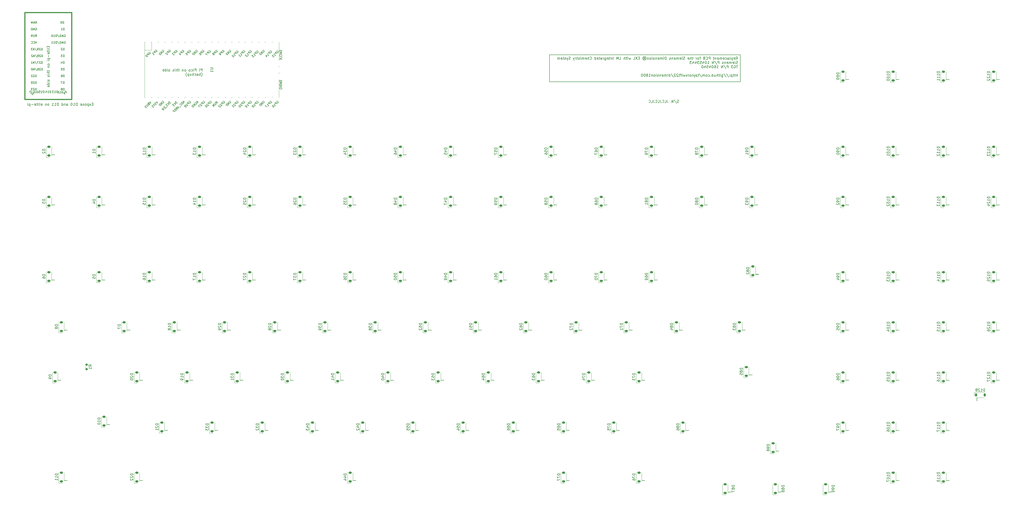
<source format=gbr>
%TF.GenerationSoftware,KiCad,Pcbnew,8.0.2*%
%TF.CreationDate,2024-06-15T15:47:28-07:00*%
%TF.ProjectId,dimension-PCB,64696d65-6e73-4696-9f6e-2d5043422e6b,rev?*%
%TF.SameCoordinates,Original*%
%TF.FileFunction,Legend,Bot*%
%TF.FilePolarity,Positive*%
%FSLAX46Y46*%
G04 Gerber Fmt 4.6, Leading zero omitted, Abs format (unit mm)*
G04 Created by KiCad (PCBNEW 8.0.2) date 2024-06-15 15:47:28*
%MOMM*%
%LPD*%
G01*
G04 APERTURE LIST*
G04 Aperture macros list*
%AMRoundRect*
0 Rectangle with rounded corners*
0 $1 Rounding radius*
0 $2 $3 $4 $5 $6 $7 $8 $9 X,Y pos of 4 corners*
0 Add a 4 corners polygon primitive as box body*
4,1,4,$2,$3,$4,$5,$6,$7,$8,$9,$2,$3,0*
0 Add four circle primitives for the rounded corners*
1,1,$1+$1,$2,$3*
1,1,$1+$1,$4,$5*
1,1,$1+$1,$6,$7*
1,1,$1+$1,$8,$9*
0 Add four rect primitives between the rounded corners*
20,1,$1+$1,$2,$3,$4,$5,0*
20,1,$1+$1,$4,$5,$6,$7,0*
20,1,$1+$1,$6,$7,$8,$9,0*
20,1,$1+$1,$8,$9,$2,$3,0*%
G04 Aperture macros list end*
%ADD10C,0.150000*%
%ADD11C,0.120000*%
%ADD12C,0.381000*%
%ADD13C,1.750000*%
%ADD14C,3.987800*%
%ADD15C,2.300000*%
%ADD16R,1.800000X1.800000*%
%ADD17C,1.800000*%
%ADD18C,4.300000*%
%ADD19C,1.600000*%
%ADD20O,1.600000X1.600000*%
%ADD21C,3.048000*%
%ADD22C,8.400000*%
%ADD23RoundRect,0.225000X0.375000X-0.225000X0.375000X0.225000X-0.375000X0.225000X-0.375000X-0.225000X0*%
%ADD24RoundRect,0.200000X0.275000X-0.200000X0.275000X0.200000X-0.275000X0.200000X-0.275000X-0.200000X0*%
%ADD25R,1.752600X1.752600*%
%ADD26C,1.752600*%
%ADD27O,1.800000X1.800000*%
%ADD28O,1.500000X1.500000*%
%ADD29O,1.700000X1.700000*%
%ADD30R,1.700000X3.500000*%
%ADD31R,1.700000X1.700000*%
%ADD32R,3.500000X1.700000*%
%ADD33RoundRect,0.225000X-0.225000X-0.375000X0.225000X-0.375000X0.225000X0.375000X-0.225000X0.375000X0*%
G04 APERTURE END LIST*
D10*
X131563220Y-71959875D02*
X131563220Y-70959875D01*
X131563220Y-70959875D02*
X131182268Y-70959875D01*
X131182268Y-70959875D02*
X131087030Y-71007494D01*
X131087030Y-71007494D02*
X131039411Y-71055113D01*
X131039411Y-71055113D02*
X130991792Y-71150351D01*
X130991792Y-71150351D02*
X130991792Y-71293208D01*
X130991792Y-71293208D02*
X131039411Y-71388446D01*
X131039411Y-71388446D02*
X131087030Y-71436065D01*
X131087030Y-71436065D02*
X131182268Y-71483684D01*
X131182268Y-71483684D02*
X131563220Y-71483684D01*
X130563220Y-71959875D02*
X130563220Y-71293208D01*
X130563220Y-70959875D02*
X130610839Y-71007494D01*
X130610839Y-71007494D02*
X130563220Y-71055113D01*
X130563220Y-71055113D02*
X130515601Y-71007494D01*
X130515601Y-71007494D02*
X130563220Y-70959875D01*
X130563220Y-70959875D02*
X130563220Y-71055113D01*
X129325125Y-71959875D02*
X129325125Y-70959875D01*
X129325125Y-70959875D02*
X128944173Y-70959875D01*
X128944173Y-70959875D02*
X128848935Y-71007494D01*
X128848935Y-71007494D02*
X128801316Y-71055113D01*
X128801316Y-71055113D02*
X128753697Y-71150351D01*
X128753697Y-71150351D02*
X128753697Y-71293208D01*
X128753697Y-71293208D02*
X128801316Y-71388446D01*
X128801316Y-71388446D02*
X128848935Y-71436065D01*
X128848935Y-71436065D02*
X128944173Y-71483684D01*
X128944173Y-71483684D02*
X129325125Y-71483684D01*
X128325125Y-71959875D02*
X128325125Y-71293208D01*
X128325125Y-70959875D02*
X128372744Y-71007494D01*
X128372744Y-71007494D02*
X128325125Y-71055113D01*
X128325125Y-71055113D02*
X128277506Y-71007494D01*
X128277506Y-71007494D02*
X128325125Y-70959875D01*
X128325125Y-70959875D02*
X128325125Y-71055113D01*
X127420364Y-71912256D02*
X127515602Y-71959875D01*
X127515602Y-71959875D02*
X127706078Y-71959875D01*
X127706078Y-71959875D02*
X127801316Y-71912256D01*
X127801316Y-71912256D02*
X127848935Y-71864636D01*
X127848935Y-71864636D02*
X127896554Y-71769398D01*
X127896554Y-71769398D02*
X127896554Y-71483684D01*
X127896554Y-71483684D02*
X127848935Y-71388446D01*
X127848935Y-71388446D02*
X127801316Y-71340827D01*
X127801316Y-71340827D02*
X127706078Y-71293208D01*
X127706078Y-71293208D02*
X127515602Y-71293208D01*
X127515602Y-71293208D02*
X127420364Y-71340827D01*
X126848935Y-71959875D02*
X126944173Y-71912256D01*
X126944173Y-71912256D02*
X126991792Y-71864636D01*
X126991792Y-71864636D02*
X127039411Y-71769398D01*
X127039411Y-71769398D02*
X127039411Y-71483684D01*
X127039411Y-71483684D02*
X126991792Y-71388446D01*
X126991792Y-71388446D02*
X126944173Y-71340827D01*
X126944173Y-71340827D02*
X126848935Y-71293208D01*
X126848935Y-71293208D02*
X126706078Y-71293208D01*
X126706078Y-71293208D02*
X126610840Y-71340827D01*
X126610840Y-71340827D02*
X126563221Y-71388446D01*
X126563221Y-71388446D02*
X126515602Y-71483684D01*
X126515602Y-71483684D02*
X126515602Y-71769398D01*
X126515602Y-71769398D02*
X126563221Y-71864636D01*
X126563221Y-71864636D02*
X126610840Y-71912256D01*
X126610840Y-71912256D02*
X126706078Y-71959875D01*
X126706078Y-71959875D02*
X126848935Y-71959875D01*
X125182268Y-71959875D02*
X125277506Y-71912256D01*
X125277506Y-71912256D02*
X125325125Y-71864636D01*
X125325125Y-71864636D02*
X125372744Y-71769398D01*
X125372744Y-71769398D02*
X125372744Y-71483684D01*
X125372744Y-71483684D02*
X125325125Y-71388446D01*
X125325125Y-71388446D02*
X125277506Y-71340827D01*
X125277506Y-71340827D02*
X125182268Y-71293208D01*
X125182268Y-71293208D02*
X125039411Y-71293208D01*
X125039411Y-71293208D02*
X124944173Y-71340827D01*
X124944173Y-71340827D02*
X124896554Y-71388446D01*
X124896554Y-71388446D02*
X124848935Y-71483684D01*
X124848935Y-71483684D02*
X124848935Y-71769398D01*
X124848935Y-71769398D02*
X124896554Y-71864636D01*
X124896554Y-71864636D02*
X124944173Y-71912256D01*
X124944173Y-71912256D02*
X125039411Y-71959875D01*
X125039411Y-71959875D02*
X125182268Y-71959875D01*
X124420363Y-71293208D02*
X124420363Y-71959875D01*
X124420363Y-71388446D02*
X124372744Y-71340827D01*
X124372744Y-71340827D02*
X124277506Y-71293208D01*
X124277506Y-71293208D02*
X124134649Y-71293208D01*
X124134649Y-71293208D02*
X124039411Y-71340827D01*
X124039411Y-71340827D02*
X123991792Y-71436065D01*
X123991792Y-71436065D02*
X123991792Y-71959875D01*
X122896553Y-71293208D02*
X122515601Y-71293208D01*
X122753696Y-70959875D02*
X122753696Y-71817017D01*
X122753696Y-71817017D02*
X122706077Y-71912256D01*
X122706077Y-71912256D02*
X122610839Y-71959875D01*
X122610839Y-71959875D02*
X122515601Y-71959875D01*
X122182267Y-71959875D02*
X122182267Y-70959875D01*
X121753696Y-71959875D02*
X121753696Y-71436065D01*
X121753696Y-71436065D02*
X121801315Y-71340827D01*
X121801315Y-71340827D02*
X121896553Y-71293208D01*
X121896553Y-71293208D02*
X122039410Y-71293208D01*
X122039410Y-71293208D02*
X122134648Y-71340827D01*
X122134648Y-71340827D02*
X122182267Y-71388446D01*
X121277505Y-71959875D02*
X121277505Y-71293208D01*
X121277505Y-70959875D02*
X121325124Y-71007494D01*
X121325124Y-71007494D02*
X121277505Y-71055113D01*
X121277505Y-71055113D02*
X121229886Y-71007494D01*
X121229886Y-71007494D02*
X121277505Y-70959875D01*
X121277505Y-70959875D02*
X121277505Y-71055113D01*
X120848934Y-71912256D02*
X120753696Y-71959875D01*
X120753696Y-71959875D02*
X120563220Y-71959875D01*
X120563220Y-71959875D02*
X120467982Y-71912256D01*
X120467982Y-71912256D02*
X120420363Y-71817017D01*
X120420363Y-71817017D02*
X120420363Y-71769398D01*
X120420363Y-71769398D02*
X120467982Y-71674160D01*
X120467982Y-71674160D02*
X120563220Y-71626541D01*
X120563220Y-71626541D02*
X120706077Y-71626541D01*
X120706077Y-71626541D02*
X120801315Y-71578922D01*
X120801315Y-71578922D02*
X120848934Y-71483684D01*
X120848934Y-71483684D02*
X120848934Y-71436065D01*
X120848934Y-71436065D02*
X120801315Y-71340827D01*
X120801315Y-71340827D02*
X120706077Y-71293208D01*
X120706077Y-71293208D02*
X120563220Y-71293208D01*
X120563220Y-71293208D02*
X120467982Y-71340827D01*
X119277505Y-71912256D02*
X119182267Y-71959875D01*
X119182267Y-71959875D02*
X118991791Y-71959875D01*
X118991791Y-71959875D02*
X118896553Y-71912256D01*
X118896553Y-71912256D02*
X118848934Y-71817017D01*
X118848934Y-71817017D02*
X118848934Y-71769398D01*
X118848934Y-71769398D02*
X118896553Y-71674160D01*
X118896553Y-71674160D02*
X118991791Y-71626541D01*
X118991791Y-71626541D02*
X119134648Y-71626541D01*
X119134648Y-71626541D02*
X119229886Y-71578922D01*
X119229886Y-71578922D02*
X119277505Y-71483684D01*
X119277505Y-71483684D02*
X119277505Y-71436065D01*
X119277505Y-71436065D02*
X119229886Y-71340827D01*
X119229886Y-71340827D02*
X119134648Y-71293208D01*
X119134648Y-71293208D02*
X118991791Y-71293208D01*
X118991791Y-71293208D02*
X118896553Y-71340827D01*
X118420362Y-71959875D02*
X118420362Y-71293208D01*
X118420362Y-70959875D02*
X118467981Y-71007494D01*
X118467981Y-71007494D02*
X118420362Y-71055113D01*
X118420362Y-71055113D02*
X118372743Y-71007494D01*
X118372743Y-71007494D02*
X118420362Y-70959875D01*
X118420362Y-70959875D02*
X118420362Y-71055113D01*
X117515601Y-71959875D02*
X117515601Y-70959875D01*
X117515601Y-71912256D02*
X117610839Y-71959875D01*
X117610839Y-71959875D02*
X117801315Y-71959875D01*
X117801315Y-71959875D02*
X117896553Y-71912256D01*
X117896553Y-71912256D02*
X117944172Y-71864636D01*
X117944172Y-71864636D02*
X117991791Y-71769398D01*
X117991791Y-71769398D02*
X117991791Y-71483684D01*
X117991791Y-71483684D02*
X117944172Y-71388446D01*
X117944172Y-71388446D02*
X117896553Y-71340827D01*
X117896553Y-71340827D02*
X117801315Y-71293208D01*
X117801315Y-71293208D02*
X117610839Y-71293208D01*
X117610839Y-71293208D02*
X117515601Y-71340827D01*
X116658458Y-71912256D02*
X116753696Y-71959875D01*
X116753696Y-71959875D02*
X116944172Y-71959875D01*
X116944172Y-71959875D02*
X117039410Y-71912256D01*
X117039410Y-71912256D02*
X117087029Y-71817017D01*
X117087029Y-71817017D02*
X117087029Y-71436065D01*
X117087029Y-71436065D02*
X117039410Y-71340827D01*
X117039410Y-71340827D02*
X116944172Y-71293208D01*
X116944172Y-71293208D02*
X116753696Y-71293208D01*
X116753696Y-71293208D02*
X116658458Y-71340827D01*
X116658458Y-71340827D02*
X116610839Y-71436065D01*
X116610839Y-71436065D02*
X116610839Y-71531303D01*
X116610839Y-71531303D02*
X117087029Y-71626541D01*
X131277506Y-73950771D02*
X131325125Y-73903152D01*
X131325125Y-73903152D02*
X131420363Y-73760295D01*
X131420363Y-73760295D02*
X131467982Y-73665057D01*
X131467982Y-73665057D02*
X131515601Y-73522200D01*
X131515601Y-73522200D02*
X131563220Y-73284104D01*
X131563220Y-73284104D02*
X131563220Y-73093628D01*
X131563220Y-73093628D02*
X131515601Y-72855533D01*
X131515601Y-72855533D02*
X131467982Y-72712676D01*
X131467982Y-72712676D02*
X131420363Y-72617438D01*
X131420363Y-72617438D02*
X131325125Y-72474580D01*
X131325125Y-72474580D02*
X131277506Y-72426961D01*
X130896553Y-73569819D02*
X130896553Y-72569819D01*
X130896553Y-72950771D02*
X130801315Y-72903152D01*
X130801315Y-72903152D02*
X130610839Y-72903152D01*
X130610839Y-72903152D02*
X130515601Y-72950771D01*
X130515601Y-72950771D02*
X130467982Y-72998390D01*
X130467982Y-72998390D02*
X130420363Y-73093628D01*
X130420363Y-73093628D02*
X130420363Y-73379342D01*
X130420363Y-73379342D02*
X130467982Y-73474580D01*
X130467982Y-73474580D02*
X130515601Y-73522200D01*
X130515601Y-73522200D02*
X130610839Y-73569819D01*
X130610839Y-73569819D02*
X130801315Y-73569819D01*
X130801315Y-73569819D02*
X130896553Y-73522200D01*
X129563220Y-73569819D02*
X129563220Y-73046009D01*
X129563220Y-73046009D02*
X129610839Y-72950771D01*
X129610839Y-72950771D02*
X129706077Y-72903152D01*
X129706077Y-72903152D02*
X129896553Y-72903152D01*
X129896553Y-72903152D02*
X129991791Y-72950771D01*
X129563220Y-73522200D02*
X129658458Y-73569819D01*
X129658458Y-73569819D02*
X129896553Y-73569819D01*
X129896553Y-73569819D02*
X129991791Y-73522200D01*
X129991791Y-73522200D02*
X130039410Y-73426961D01*
X130039410Y-73426961D02*
X130039410Y-73331723D01*
X130039410Y-73331723D02*
X129991791Y-73236485D01*
X129991791Y-73236485D02*
X129896553Y-73188866D01*
X129896553Y-73188866D02*
X129658458Y-73188866D01*
X129658458Y-73188866D02*
X129563220Y-73141247D01*
X128658458Y-73522200D02*
X128753696Y-73569819D01*
X128753696Y-73569819D02*
X128944172Y-73569819D01*
X128944172Y-73569819D02*
X129039410Y-73522200D01*
X129039410Y-73522200D02*
X129087029Y-73474580D01*
X129087029Y-73474580D02*
X129134648Y-73379342D01*
X129134648Y-73379342D02*
X129134648Y-73093628D01*
X129134648Y-73093628D02*
X129087029Y-72998390D01*
X129087029Y-72998390D02*
X129039410Y-72950771D01*
X129039410Y-72950771D02*
X128944172Y-72903152D01*
X128944172Y-72903152D02*
X128753696Y-72903152D01*
X128753696Y-72903152D02*
X128658458Y-72950771D01*
X128229886Y-73569819D02*
X128229886Y-72569819D01*
X128134648Y-73188866D02*
X127848934Y-73569819D01*
X127848934Y-72903152D02*
X128229886Y-73284104D01*
X126991791Y-72903152D02*
X126991791Y-73569819D01*
X127420362Y-72903152D02*
X127420362Y-73426961D01*
X127420362Y-73426961D02*
X127372743Y-73522200D01*
X127372743Y-73522200D02*
X127277505Y-73569819D01*
X127277505Y-73569819D02*
X127134648Y-73569819D01*
X127134648Y-73569819D02*
X127039410Y-73522200D01*
X127039410Y-73522200D02*
X126991791Y-73474580D01*
X126515600Y-72903152D02*
X126515600Y-73903152D01*
X126515600Y-72950771D02*
X126420362Y-72903152D01*
X126420362Y-72903152D02*
X126229886Y-72903152D01*
X126229886Y-72903152D02*
X126134648Y-72950771D01*
X126134648Y-72950771D02*
X126087029Y-72998390D01*
X126087029Y-72998390D02*
X126039410Y-73093628D01*
X126039410Y-73093628D02*
X126039410Y-73379342D01*
X126039410Y-73379342D02*
X126087029Y-73474580D01*
X126087029Y-73474580D02*
X126134648Y-73522200D01*
X126134648Y-73522200D02*
X126229886Y-73569819D01*
X126229886Y-73569819D02*
X126420362Y-73569819D01*
X126420362Y-73569819D02*
X126515600Y-73522200D01*
X125706076Y-73950771D02*
X125658457Y-73903152D01*
X125658457Y-73903152D02*
X125563219Y-73760295D01*
X125563219Y-73760295D02*
X125515600Y-73665057D01*
X125515600Y-73665057D02*
X125467981Y-73522200D01*
X125467981Y-73522200D02*
X125420362Y-73284104D01*
X125420362Y-73284104D02*
X125420362Y-73093628D01*
X125420362Y-73093628D02*
X125467981Y-72855533D01*
X125467981Y-72855533D02*
X125515600Y-72712676D01*
X125515600Y-72712676D02*
X125563219Y-72617438D01*
X125563219Y-72617438D02*
X125658457Y-72474580D01*
X125658457Y-72474580D02*
X125706076Y-72426961D01*
X90163220Y-84446009D02*
X89829887Y-84446009D01*
X89687030Y-84969819D02*
X90163220Y-84969819D01*
X90163220Y-84969819D02*
X90163220Y-83969819D01*
X90163220Y-83969819D02*
X89687030Y-83969819D01*
X89353696Y-84969819D02*
X88829887Y-84303152D01*
X89353696Y-84303152D02*
X88829887Y-84969819D01*
X88448934Y-84303152D02*
X88448934Y-85303152D01*
X88448934Y-84350771D02*
X88353696Y-84303152D01*
X88353696Y-84303152D02*
X88163220Y-84303152D01*
X88163220Y-84303152D02*
X88067982Y-84350771D01*
X88067982Y-84350771D02*
X88020363Y-84398390D01*
X88020363Y-84398390D02*
X87972744Y-84493628D01*
X87972744Y-84493628D02*
X87972744Y-84779342D01*
X87972744Y-84779342D02*
X88020363Y-84874580D01*
X88020363Y-84874580D02*
X88067982Y-84922200D01*
X88067982Y-84922200D02*
X88163220Y-84969819D01*
X88163220Y-84969819D02*
X88353696Y-84969819D01*
X88353696Y-84969819D02*
X88448934Y-84922200D01*
X87401315Y-84969819D02*
X87496553Y-84922200D01*
X87496553Y-84922200D02*
X87544172Y-84874580D01*
X87544172Y-84874580D02*
X87591791Y-84779342D01*
X87591791Y-84779342D02*
X87591791Y-84493628D01*
X87591791Y-84493628D02*
X87544172Y-84398390D01*
X87544172Y-84398390D02*
X87496553Y-84350771D01*
X87496553Y-84350771D02*
X87401315Y-84303152D01*
X87401315Y-84303152D02*
X87258458Y-84303152D01*
X87258458Y-84303152D02*
X87163220Y-84350771D01*
X87163220Y-84350771D02*
X87115601Y-84398390D01*
X87115601Y-84398390D02*
X87067982Y-84493628D01*
X87067982Y-84493628D02*
X87067982Y-84779342D01*
X87067982Y-84779342D02*
X87115601Y-84874580D01*
X87115601Y-84874580D02*
X87163220Y-84922200D01*
X87163220Y-84922200D02*
X87258458Y-84969819D01*
X87258458Y-84969819D02*
X87401315Y-84969819D01*
X86687029Y-84922200D02*
X86591791Y-84969819D01*
X86591791Y-84969819D02*
X86401315Y-84969819D01*
X86401315Y-84969819D02*
X86306077Y-84922200D01*
X86306077Y-84922200D02*
X86258458Y-84826961D01*
X86258458Y-84826961D02*
X86258458Y-84779342D01*
X86258458Y-84779342D02*
X86306077Y-84684104D01*
X86306077Y-84684104D02*
X86401315Y-84636485D01*
X86401315Y-84636485D02*
X86544172Y-84636485D01*
X86544172Y-84636485D02*
X86639410Y-84588866D01*
X86639410Y-84588866D02*
X86687029Y-84493628D01*
X86687029Y-84493628D02*
X86687029Y-84446009D01*
X86687029Y-84446009D02*
X86639410Y-84350771D01*
X86639410Y-84350771D02*
X86544172Y-84303152D01*
X86544172Y-84303152D02*
X86401315Y-84303152D01*
X86401315Y-84303152D02*
X86306077Y-84350771D01*
X85448934Y-84922200D02*
X85544172Y-84969819D01*
X85544172Y-84969819D02*
X85734648Y-84969819D01*
X85734648Y-84969819D02*
X85829886Y-84922200D01*
X85829886Y-84922200D02*
X85877505Y-84826961D01*
X85877505Y-84826961D02*
X85877505Y-84446009D01*
X85877505Y-84446009D02*
X85829886Y-84350771D01*
X85829886Y-84350771D02*
X85734648Y-84303152D01*
X85734648Y-84303152D02*
X85544172Y-84303152D01*
X85544172Y-84303152D02*
X85448934Y-84350771D01*
X85448934Y-84350771D02*
X85401315Y-84446009D01*
X85401315Y-84446009D02*
X85401315Y-84541247D01*
X85401315Y-84541247D02*
X85877505Y-84636485D01*
X84210838Y-84969819D02*
X84210838Y-83969819D01*
X84210838Y-83969819D02*
X83972743Y-83969819D01*
X83972743Y-83969819D02*
X83829886Y-84017438D01*
X83829886Y-84017438D02*
X83734648Y-84112676D01*
X83734648Y-84112676D02*
X83687029Y-84207914D01*
X83687029Y-84207914D02*
X83639410Y-84398390D01*
X83639410Y-84398390D02*
X83639410Y-84541247D01*
X83639410Y-84541247D02*
X83687029Y-84731723D01*
X83687029Y-84731723D02*
X83734648Y-84826961D01*
X83734648Y-84826961D02*
X83829886Y-84922200D01*
X83829886Y-84922200D02*
X83972743Y-84969819D01*
X83972743Y-84969819D02*
X84210838Y-84969819D01*
X82687029Y-84969819D02*
X83258457Y-84969819D01*
X82972743Y-84969819D02*
X82972743Y-83969819D01*
X82972743Y-83969819D02*
X83067981Y-84112676D01*
X83067981Y-84112676D02*
X83163219Y-84207914D01*
X83163219Y-84207914D02*
X83258457Y-84255533D01*
X82067981Y-83969819D02*
X81972743Y-83969819D01*
X81972743Y-83969819D02*
X81877505Y-84017438D01*
X81877505Y-84017438D02*
X81829886Y-84065057D01*
X81829886Y-84065057D02*
X81782267Y-84160295D01*
X81782267Y-84160295D02*
X81734648Y-84350771D01*
X81734648Y-84350771D02*
X81734648Y-84588866D01*
X81734648Y-84588866D02*
X81782267Y-84779342D01*
X81782267Y-84779342D02*
X81829886Y-84874580D01*
X81829886Y-84874580D02*
X81877505Y-84922200D01*
X81877505Y-84922200D02*
X81972743Y-84969819D01*
X81972743Y-84969819D02*
X82067981Y-84969819D01*
X82067981Y-84969819D02*
X82163219Y-84922200D01*
X82163219Y-84922200D02*
X82210838Y-84874580D01*
X82210838Y-84874580D02*
X82258457Y-84779342D01*
X82258457Y-84779342D02*
X82306076Y-84588866D01*
X82306076Y-84588866D02*
X82306076Y-84350771D01*
X82306076Y-84350771D02*
X82258457Y-84160295D01*
X82258457Y-84160295D02*
X82210838Y-84065057D01*
X82210838Y-84065057D02*
X82163219Y-84017438D01*
X82163219Y-84017438D02*
X82067981Y-83969819D01*
X80115600Y-84969819D02*
X80115600Y-84446009D01*
X80115600Y-84446009D02*
X80163219Y-84350771D01*
X80163219Y-84350771D02*
X80258457Y-84303152D01*
X80258457Y-84303152D02*
X80448933Y-84303152D01*
X80448933Y-84303152D02*
X80544171Y-84350771D01*
X80115600Y-84922200D02*
X80210838Y-84969819D01*
X80210838Y-84969819D02*
X80448933Y-84969819D01*
X80448933Y-84969819D02*
X80544171Y-84922200D01*
X80544171Y-84922200D02*
X80591790Y-84826961D01*
X80591790Y-84826961D02*
X80591790Y-84731723D01*
X80591790Y-84731723D02*
X80544171Y-84636485D01*
X80544171Y-84636485D02*
X80448933Y-84588866D01*
X80448933Y-84588866D02*
X80210838Y-84588866D01*
X80210838Y-84588866D02*
X80115600Y-84541247D01*
X79639409Y-84303152D02*
X79639409Y-84969819D01*
X79639409Y-84398390D02*
X79591790Y-84350771D01*
X79591790Y-84350771D02*
X79496552Y-84303152D01*
X79496552Y-84303152D02*
X79353695Y-84303152D01*
X79353695Y-84303152D02*
X79258457Y-84350771D01*
X79258457Y-84350771D02*
X79210838Y-84446009D01*
X79210838Y-84446009D02*
X79210838Y-84969819D01*
X78306076Y-84969819D02*
X78306076Y-83969819D01*
X78306076Y-84922200D02*
X78401314Y-84969819D01*
X78401314Y-84969819D02*
X78591790Y-84969819D01*
X78591790Y-84969819D02*
X78687028Y-84922200D01*
X78687028Y-84922200D02*
X78734647Y-84874580D01*
X78734647Y-84874580D02*
X78782266Y-84779342D01*
X78782266Y-84779342D02*
X78782266Y-84493628D01*
X78782266Y-84493628D02*
X78734647Y-84398390D01*
X78734647Y-84398390D02*
X78687028Y-84350771D01*
X78687028Y-84350771D02*
X78591790Y-84303152D01*
X78591790Y-84303152D02*
X78401314Y-84303152D01*
X78401314Y-84303152D02*
X78306076Y-84350771D01*
X77067980Y-84969819D02*
X77067980Y-83969819D01*
X77067980Y-83969819D02*
X76829885Y-83969819D01*
X76829885Y-83969819D02*
X76687028Y-84017438D01*
X76687028Y-84017438D02*
X76591790Y-84112676D01*
X76591790Y-84112676D02*
X76544171Y-84207914D01*
X76544171Y-84207914D02*
X76496552Y-84398390D01*
X76496552Y-84398390D02*
X76496552Y-84541247D01*
X76496552Y-84541247D02*
X76544171Y-84731723D01*
X76544171Y-84731723D02*
X76591790Y-84826961D01*
X76591790Y-84826961D02*
X76687028Y-84922200D01*
X76687028Y-84922200D02*
X76829885Y-84969819D01*
X76829885Y-84969819D02*
X77067980Y-84969819D01*
X75544171Y-84969819D02*
X76115599Y-84969819D01*
X75829885Y-84969819D02*
X75829885Y-83969819D01*
X75829885Y-83969819D02*
X75925123Y-84112676D01*
X75925123Y-84112676D02*
X76020361Y-84207914D01*
X76020361Y-84207914D02*
X76115599Y-84255533D01*
X74591790Y-84969819D02*
X75163218Y-84969819D01*
X74877504Y-84969819D02*
X74877504Y-83969819D01*
X74877504Y-83969819D02*
X74972742Y-84112676D01*
X74972742Y-84112676D02*
X75067980Y-84207914D01*
X75067980Y-84207914D02*
X75163218Y-84255533D01*
X73258456Y-84969819D02*
X73353694Y-84922200D01*
X73353694Y-84922200D02*
X73401313Y-84874580D01*
X73401313Y-84874580D02*
X73448932Y-84779342D01*
X73448932Y-84779342D02*
X73448932Y-84493628D01*
X73448932Y-84493628D02*
X73401313Y-84398390D01*
X73401313Y-84398390D02*
X73353694Y-84350771D01*
X73353694Y-84350771D02*
X73258456Y-84303152D01*
X73258456Y-84303152D02*
X73115599Y-84303152D01*
X73115599Y-84303152D02*
X73020361Y-84350771D01*
X73020361Y-84350771D02*
X72972742Y-84398390D01*
X72972742Y-84398390D02*
X72925123Y-84493628D01*
X72925123Y-84493628D02*
X72925123Y-84779342D01*
X72925123Y-84779342D02*
X72972742Y-84874580D01*
X72972742Y-84874580D02*
X73020361Y-84922200D01*
X73020361Y-84922200D02*
X73115599Y-84969819D01*
X73115599Y-84969819D02*
X73258456Y-84969819D01*
X72496551Y-84303152D02*
X72496551Y-84969819D01*
X72496551Y-84398390D02*
X72448932Y-84350771D01*
X72448932Y-84350771D02*
X72353694Y-84303152D01*
X72353694Y-84303152D02*
X72210837Y-84303152D01*
X72210837Y-84303152D02*
X72115599Y-84350771D01*
X72115599Y-84350771D02*
X72067980Y-84446009D01*
X72067980Y-84446009D02*
X72067980Y-84969819D01*
X70448932Y-84922200D02*
X70544170Y-84969819D01*
X70544170Y-84969819D02*
X70734646Y-84969819D01*
X70734646Y-84969819D02*
X70829884Y-84922200D01*
X70829884Y-84922200D02*
X70877503Y-84826961D01*
X70877503Y-84826961D02*
X70877503Y-84446009D01*
X70877503Y-84446009D02*
X70829884Y-84350771D01*
X70829884Y-84350771D02*
X70734646Y-84303152D01*
X70734646Y-84303152D02*
X70544170Y-84303152D01*
X70544170Y-84303152D02*
X70448932Y-84350771D01*
X70448932Y-84350771D02*
X70401313Y-84446009D01*
X70401313Y-84446009D02*
X70401313Y-84541247D01*
X70401313Y-84541247D02*
X70877503Y-84636485D01*
X69829884Y-84969819D02*
X69925122Y-84922200D01*
X69925122Y-84922200D02*
X69972741Y-84826961D01*
X69972741Y-84826961D02*
X69972741Y-83969819D01*
X69448931Y-84969819D02*
X69448931Y-84303152D01*
X69448931Y-83969819D02*
X69496550Y-84017438D01*
X69496550Y-84017438D02*
X69448931Y-84065057D01*
X69448931Y-84065057D02*
X69401312Y-84017438D01*
X69401312Y-84017438D02*
X69448931Y-83969819D01*
X69448931Y-83969819D02*
X69448931Y-84065057D01*
X69115598Y-84303152D02*
X68734646Y-84303152D01*
X68972741Y-83969819D02*
X68972741Y-84826961D01*
X68972741Y-84826961D02*
X68925122Y-84922200D01*
X68925122Y-84922200D02*
X68829884Y-84969819D01*
X68829884Y-84969819D02*
X68734646Y-84969819D01*
X68020360Y-84922200D02*
X68115598Y-84969819D01*
X68115598Y-84969819D02*
X68306074Y-84969819D01*
X68306074Y-84969819D02*
X68401312Y-84922200D01*
X68401312Y-84922200D02*
X68448931Y-84826961D01*
X68448931Y-84826961D02*
X68448931Y-84446009D01*
X68448931Y-84446009D02*
X68401312Y-84350771D01*
X68401312Y-84350771D02*
X68306074Y-84303152D01*
X68306074Y-84303152D02*
X68115598Y-84303152D01*
X68115598Y-84303152D02*
X68020360Y-84350771D01*
X68020360Y-84350771D02*
X67972741Y-84446009D01*
X67972741Y-84446009D02*
X67972741Y-84541247D01*
X67972741Y-84541247D02*
X68448931Y-84636485D01*
X67544169Y-84588866D02*
X66782265Y-84588866D01*
X66306074Y-84303152D02*
X66306074Y-85303152D01*
X66306074Y-84350771D02*
X66210836Y-84303152D01*
X66210836Y-84303152D02*
X66020360Y-84303152D01*
X66020360Y-84303152D02*
X65925122Y-84350771D01*
X65925122Y-84350771D02*
X65877503Y-84398390D01*
X65877503Y-84398390D02*
X65829884Y-84493628D01*
X65829884Y-84493628D02*
X65829884Y-84779342D01*
X65829884Y-84779342D02*
X65877503Y-84874580D01*
X65877503Y-84874580D02*
X65925122Y-84922200D01*
X65925122Y-84922200D02*
X66020360Y-84969819D01*
X66020360Y-84969819D02*
X66210836Y-84969819D01*
X66210836Y-84969819D02*
X66306074Y-84922200D01*
X65401312Y-84969819D02*
X65401312Y-84303152D01*
X65401312Y-83969819D02*
X65448931Y-84017438D01*
X65448931Y-84017438D02*
X65401312Y-84065057D01*
X65401312Y-84065057D02*
X65353693Y-84017438D01*
X65353693Y-84017438D02*
X65401312Y-83969819D01*
X65401312Y-83969819D02*
X65401312Y-84065057D01*
X73146009Y-62436779D02*
X73146009Y-62770112D01*
X73669819Y-62912969D02*
X73669819Y-62436779D01*
X73669819Y-62436779D02*
X72669819Y-62436779D01*
X72669819Y-62436779D02*
X72669819Y-62912969D01*
X73669819Y-63484398D02*
X73622200Y-63389160D01*
X73622200Y-63389160D02*
X73526961Y-63341541D01*
X73526961Y-63341541D02*
X72669819Y-63341541D01*
X73669819Y-63865351D02*
X73003152Y-63865351D01*
X72669819Y-63865351D02*
X72717438Y-63817732D01*
X72717438Y-63817732D02*
X72765057Y-63865351D01*
X72765057Y-63865351D02*
X72717438Y-63912970D01*
X72717438Y-63912970D02*
X72669819Y-63865351D01*
X72669819Y-63865351D02*
X72765057Y-63865351D01*
X73003152Y-64198684D02*
X73003152Y-64579636D01*
X72669819Y-64341541D02*
X73526961Y-64341541D01*
X73526961Y-64341541D02*
X73622200Y-64389160D01*
X73622200Y-64389160D02*
X73669819Y-64484398D01*
X73669819Y-64484398D02*
X73669819Y-64579636D01*
X73622200Y-65293922D02*
X73669819Y-65198684D01*
X73669819Y-65198684D02*
X73669819Y-65008208D01*
X73669819Y-65008208D02*
X73622200Y-64912970D01*
X73622200Y-64912970D02*
X73526961Y-64865351D01*
X73526961Y-64865351D02*
X73146009Y-64865351D01*
X73146009Y-64865351D02*
X73050771Y-64912970D01*
X73050771Y-64912970D02*
X73003152Y-65008208D01*
X73003152Y-65008208D02*
X73003152Y-65198684D01*
X73003152Y-65198684D02*
X73050771Y-65293922D01*
X73050771Y-65293922D02*
X73146009Y-65341541D01*
X73146009Y-65341541D02*
X73241247Y-65341541D01*
X73241247Y-65341541D02*
X73336485Y-64865351D01*
X73288866Y-65770113D02*
X73288866Y-66532018D01*
X73003152Y-67008208D02*
X74003152Y-67008208D01*
X73050771Y-67008208D02*
X73003152Y-67103446D01*
X73003152Y-67103446D02*
X73003152Y-67293922D01*
X73003152Y-67293922D02*
X73050771Y-67389160D01*
X73050771Y-67389160D02*
X73098390Y-67436779D01*
X73098390Y-67436779D02*
X73193628Y-67484398D01*
X73193628Y-67484398D02*
X73479342Y-67484398D01*
X73479342Y-67484398D02*
X73574580Y-67436779D01*
X73574580Y-67436779D02*
X73622200Y-67389160D01*
X73622200Y-67389160D02*
X73669819Y-67293922D01*
X73669819Y-67293922D02*
X73669819Y-67103446D01*
X73669819Y-67103446D02*
X73622200Y-67008208D01*
X73669819Y-67912970D02*
X73003152Y-67912970D01*
X72669819Y-67912970D02*
X72717438Y-67865351D01*
X72717438Y-67865351D02*
X72765057Y-67912970D01*
X72765057Y-67912970D02*
X72717438Y-67960589D01*
X72717438Y-67960589D02*
X72669819Y-67912970D01*
X72669819Y-67912970D02*
X72765057Y-67912970D01*
X73669819Y-69293922D02*
X73622200Y-69198684D01*
X73622200Y-69198684D02*
X73574580Y-69151065D01*
X73574580Y-69151065D02*
X73479342Y-69103446D01*
X73479342Y-69103446D02*
X73193628Y-69103446D01*
X73193628Y-69103446D02*
X73098390Y-69151065D01*
X73098390Y-69151065D02*
X73050771Y-69198684D01*
X73050771Y-69198684D02*
X73003152Y-69293922D01*
X73003152Y-69293922D02*
X73003152Y-69436779D01*
X73003152Y-69436779D02*
X73050771Y-69532017D01*
X73050771Y-69532017D02*
X73098390Y-69579636D01*
X73098390Y-69579636D02*
X73193628Y-69627255D01*
X73193628Y-69627255D02*
X73479342Y-69627255D01*
X73479342Y-69627255D02*
X73574580Y-69579636D01*
X73574580Y-69579636D02*
X73622200Y-69532017D01*
X73622200Y-69532017D02*
X73669819Y-69436779D01*
X73669819Y-69436779D02*
X73669819Y-69293922D01*
X73003152Y-70055827D02*
X73669819Y-70055827D01*
X73098390Y-70055827D02*
X73050771Y-70103446D01*
X73050771Y-70103446D02*
X73003152Y-70198684D01*
X73003152Y-70198684D02*
X73003152Y-70341541D01*
X73003152Y-70341541D02*
X73050771Y-70436779D01*
X73050771Y-70436779D02*
X73146009Y-70484398D01*
X73146009Y-70484398D02*
X73669819Y-70484398D01*
X73003152Y-71579637D02*
X73003152Y-71960589D01*
X72669819Y-71722494D02*
X73526961Y-71722494D01*
X73526961Y-71722494D02*
X73622200Y-71770113D01*
X73622200Y-71770113D02*
X73669819Y-71865351D01*
X73669819Y-71865351D02*
X73669819Y-71960589D01*
X73669819Y-72293923D02*
X72669819Y-72293923D01*
X73669819Y-72722494D02*
X73146009Y-72722494D01*
X73146009Y-72722494D02*
X73050771Y-72674875D01*
X73050771Y-72674875D02*
X73003152Y-72579637D01*
X73003152Y-72579637D02*
X73003152Y-72436780D01*
X73003152Y-72436780D02*
X73050771Y-72341542D01*
X73050771Y-72341542D02*
X73098390Y-72293923D01*
X73669819Y-73198685D02*
X73003152Y-73198685D01*
X72669819Y-73198685D02*
X72717438Y-73151066D01*
X72717438Y-73151066D02*
X72765057Y-73198685D01*
X72765057Y-73198685D02*
X72717438Y-73246304D01*
X72717438Y-73246304D02*
X72669819Y-73198685D01*
X72669819Y-73198685D02*
X72765057Y-73198685D01*
X73622200Y-73627256D02*
X73669819Y-73722494D01*
X73669819Y-73722494D02*
X73669819Y-73912970D01*
X73669819Y-73912970D02*
X73622200Y-74008208D01*
X73622200Y-74008208D02*
X73526961Y-74055827D01*
X73526961Y-74055827D02*
X73479342Y-74055827D01*
X73479342Y-74055827D02*
X73384104Y-74008208D01*
X73384104Y-74008208D02*
X73336485Y-73912970D01*
X73336485Y-73912970D02*
X73336485Y-73770113D01*
X73336485Y-73770113D02*
X73288866Y-73674875D01*
X73288866Y-73674875D02*
X73193628Y-73627256D01*
X73193628Y-73627256D02*
X73146009Y-73627256D01*
X73146009Y-73627256D02*
X73050771Y-73674875D01*
X73050771Y-73674875D02*
X73003152Y-73770113D01*
X73003152Y-73770113D02*
X73003152Y-73912970D01*
X73003152Y-73912970D02*
X73050771Y-74008208D01*
X73622200Y-75198685D02*
X73669819Y-75293923D01*
X73669819Y-75293923D02*
X73669819Y-75484399D01*
X73669819Y-75484399D02*
X73622200Y-75579637D01*
X73622200Y-75579637D02*
X73526961Y-75627256D01*
X73526961Y-75627256D02*
X73479342Y-75627256D01*
X73479342Y-75627256D02*
X73384104Y-75579637D01*
X73384104Y-75579637D02*
X73336485Y-75484399D01*
X73336485Y-75484399D02*
X73336485Y-75341542D01*
X73336485Y-75341542D02*
X73288866Y-75246304D01*
X73288866Y-75246304D02*
X73193628Y-75198685D01*
X73193628Y-75198685D02*
X73146009Y-75198685D01*
X73146009Y-75198685D02*
X73050771Y-75246304D01*
X73050771Y-75246304D02*
X73003152Y-75341542D01*
X73003152Y-75341542D02*
X73003152Y-75484399D01*
X73003152Y-75484399D02*
X73050771Y-75579637D01*
X73669819Y-76055828D02*
X73003152Y-76055828D01*
X72669819Y-76055828D02*
X72717438Y-76008209D01*
X72717438Y-76008209D02*
X72765057Y-76055828D01*
X72765057Y-76055828D02*
X72717438Y-76103447D01*
X72717438Y-76103447D02*
X72669819Y-76055828D01*
X72669819Y-76055828D02*
X72765057Y-76055828D01*
X73669819Y-76960589D02*
X72669819Y-76960589D01*
X73622200Y-76960589D02*
X73669819Y-76865351D01*
X73669819Y-76865351D02*
X73669819Y-76674875D01*
X73669819Y-76674875D02*
X73622200Y-76579637D01*
X73622200Y-76579637D02*
X73574580Y-76532018D01*
X73574580Y-76532018D02*
X73479342Y-76484399D01*
X73479342Y-76484399D02*
X73193628Y-76484399D01*
X73193628Y-76484399D02*
X73098390Y-76532018D01*
X73098390Y-76532018D02*
X73050771Y-76579637D01*
X73050771Y-76579637D02*
X73003152Y-76674875D01*
X73003152Y-76674875D02*
X73003152Y-76865351D01*
X73003152Y-76865351D02*
X73050771Y-76960589D01*
X73622200Y-77817732D02*
X73669819Y-77722494D01*
X73669819Y-77722494D02*
X73669819Y-77532018D01*
X73669819Y-77532018D02*
X73622200Y-77436780D01*
X73622200Y-77436780D02*
X73526961Y-77389161D01*
X73526961Y-77389161D02*
X73146009Y-77389161D01*
X73146009Y-77389161D02*
X73050771Y-77436780D01*
X73050771Y-77436780D02*
X73003152Y-77532018D01*
X73003152Y-77532018D02*
X73003152Y-77722494D01*
X73003152Y-77722494D02*
X73050771Y-77817732D01*
X73050771Y-77817732D02*
X73146009Y-77865351D01*
X73146009Y-77865351D02*
X73241247Y-77865351D01*
X73241247Y-77865351D02*
X73336485Y-77389161D01*
X312310839Y-83822200D02*
X312167982Y-83869819D01*
X312167982Y-83869819D02*
X311929887Y-83869819D01*
X311929887Y-83869819D02*
X311834649Y-83822200D01*
X311834649Y-83822200D02*
X311787030Y-83774580D01*
X311787030Y-83774580D02*
X311739411Y-83679342D01*
X311739411Y-83679342D02*
X311739411Y-83584104D01*
X311739411Y-83584104D02*
X311787030Y-83488866D01*
X311787030Y-83488866D02*
X311834649Y-83441247D01*
X311834649Y-83441247D02*
X311929887Y-83393628D01*
X311929887Y-83393628D02*
X312120363Y-83346009D01*
X312120363Y-83346009D02*
X312215601Y-83298390D01*
X312215601Y-83298390D02*
X312263220Y-83250771D01*
X312263220Y-83250771D02*
X312310839Y-83155533D01*
X312310839Y-83155533D02*
X312310839Y-83060295D01*
X312310839Y-83060295D02*
X312263220Y-82965057D01*
X312263220Y-82965057D02*
X312215601Y-82917438D01*
X312215601Y-82917438D02*
X312120363Y-82869819D01*
X312120363Y-82869819D02*
X311882268Y-82869819D01*
X311882268Y-82869819D02*
X311739411Y-82917438D01*
X310596554Y-82822200D02*
X311453696Y-84107914D01*
X310263220Y-83869819D02*
X310263220Y-82869819D01*
X310263220Y-82869819D02*
X309691792Y-83869819D01*
X309691792Y-83869819D02*
X309691792Y-82869819D01*
X307977506Y-82869819D02*
X307977506Y-83584104D01*
X307977506Y-83584104D02*
X308025125Y-83726961D01*
X308025125Y-83726961D02*
X308120363Y-83822200D01*
X308120363Y-83822200D02*
X308263220Y-83869819D01*
X308263220Y-83869819D02*
X308358458Y-83869819D01*
X307025125Y-83869819D02*
X307501315Y-83869819D01*
X307501315Y-83869819D02*
X307501315Y-82869819D01*
X306120363Y-83774580D02*
X306167982Y-83822200D01*
X306167982Y-83822200D02*
X306310839Y-83869819D01*
X306310839Y-83869819D02*
X306406077Y-83869819D01*
X306406077Y-83869819D02*
X306548934Y-83822200D01*
X306548934Y-83822200D02*
X306644172Y-83726961D01*
X306644172Y-83726961D02*
X306691791Y-83631723D01*
X306691791Y-83631723D02*
X306739410Y-83441247D01*
X306739410Y-83441247D02*
X306739410Y-83298390D01*
X306739410Y-83298390D02*
X306691791Y-83107914D01*
X306691791Y-83107914D02*
X306644172Y-83012676D01*
X306644172Y-83012676D02*
X306548934Y-82917438D01*
X306548934Y-82917438D02*
X306406077Y-82869819D01*
X306406077Y-82869819D02*
X306310839Y-82869819D01*
X306310839Y-82869819D02*
X306167982Y-82917438D01*
X306167982Y-82917438D02*
X306120363Y-82965057D01*
X305406077Y-82869819D02*
X305406077Y-83584104D01*
X305406077Y-83584104D02*
X305453696Y-83726961D01*
X305453696Y-83726961D02*
X305548934Y-83822200D01*
X305548934Y-83822200D02*
X305691791Y-83869819D01*
X305691791Y-83869819D02*
X305787029Y-83869819D01*
X304453696Y-83869819D02*
X304929886Y-83869819D01*
X304929886Y-83869819D02*
X304929886Y-82869819D01*
X303548934Y-83774580D02*
X303596553Y-83822200D01*
X303596553Y-83822200D02*
X303739410Y-83869819D01*
X303739410Y-83869819D02*
X303834648Y-83869819D01*
X303834648Y-83869819D02*
X303977505Y-83822200D01*
X303977505Y-83822200D02*
X304072743Y-83726961D01*
X304072743Y-83726961D02*
X304120362Y-83631723D01*
X304120362Y-83631723D02*
X304167981Y-83441247D01*
X304167981Y-83441247D02*
X304167981Y-83298390D01*
X304167981Y-83298390D02*
X304120362Y-83107914D01*
X304120362Y-83107914D02*
X304072743Y-83012676D01*
X304072743Y-83012676D02*
X303977505Y-82917438D01*
X303977505Y-82917438D02*
X303834648Y-82869819D01*
X303834648Y-82869819D02*
X303739410Y-82869819D01*
X303739410Y-82869819D02*
X303596553Y-82917438D01*
X303596553Y-82917438D02*
X303548934Y-82965057D01*
X302834648Y-82869819D02*
X302834648Y-83584104D01*
X302834648Y-83584104D02*
X302882267Y-83726961D01*
X302882267Y-83726961D02*
X302977505Y-83822200D01*
X302977505Y-83822200D02*
X303120362Y-83869819D01*
X303120362Y-83869819D02*
X303215600Y-83869819D01*
X301882267Y-83869819D02*
X302358457Y-83869819D01*
X302358457Y-83869819D02*
X302358457Y-82869819D01*
X300977505Y-83774580D02*
X301025124Y-83822200D01*
X301025124Y-83822200D02*
X301167981Y-83869819D01*
X301167981Y-83869819D02*
X301263219Y-83869819D01*
X301263219Y-83869819D02*
X301406076Y-83822200D01*
X301406076Y-83822200D02*
X301501314Y-83726961D01*
X301501314Y-83726961D02*
X301548933Y-83631723D01*
X301548933Y-83631723D02*
X301596552Y-83441247D01*
X301596552Y-83441247D02*
X301596552Y-83298390D01*
X301596552Y-83298390D02*
X301548933Y-83107914D01*
X301548933Y-83107914D02*
X301501314Y-83012676D01*
X301501314Y-83012676D02*
X301406076Y-82917438D01*
X301406076Y-82917438D02*
X301263219Y-82869819D01*
X301263219Y-82869819D02*
X301167981Y-82869819D01*
X301167981Y-82869819D02*
X301025124Y-82917438D01*
X301025124Y-82917438D02*
X300977505Y-82965057D01*
X334041792Y-67489819D02*
X334375125Y-67013628D01*
X334613220Y-67489819D02*
X334613220Y-66489819D01*
X334613220Y-66489819D02*
X334232268Y-66489819D01*
X334232268Y-66489819D02*
X334137030Y-66537438D01*
X334137030Y-66537438D02*
X334089411Y-66585057D01*
X334089411Y-66585057D02*
X334041792Y-66680295D01*
X334041792Y-66680295D02*
X334041792Y-66823152D01*
X334041792Y-66823152D02*
X334089411Y-66918390D01*
X334089411Y-66918390D02*
X334137030Y-66966009D01*
X334137030Y-66966009D02*
X334232268Y-67013628D01*
X334232268Y-67013628D02*
X334613220Y-67013628D01*
X333232268Y-67442200D02*
X333327506Y-67489819D01*
X333327506Y-67489819D02*
X333517982Y-67489819D01*
X333517982Y-67489819D02*
X333613220Y-67442200D01*
X333613220Y-67442200D02*
X333660839Y-67346961D01*
X333660839Y-67346961D02*
X333660839Y-66966009D01*
X333660839Y-66966009D02*
X333613220Y-66870771D01*
X333613220Y-66870771D02*
X333517982Y-66823152D01*
X333517982Y-66823152D02*
X333327506Y-66823152D01*
X333327506Y-66823152D02*
X333232268Y-66870771D01*
X333232268Y-66870771D02*
X333184649Y-66966009D01*
X333184649Y-66966009D02*
X333184649Y-67061247D01*
X333184649Y-67061247D02*
X333660839Y-67156485D01*
X332756077Y-66823152D02*
X332756077Y-67823152D01*
X332756077Y-66870771D02*
X332660839Y-66823152D01*
X332660839Y-66823152D02*
X332470363Y-66823152D01*
X332470363Y-66823152D02*
X332375125Y-66870771D01*
X332375125Y-66870771D02*
X332327506Y-66918390D01*
X332327506Y-66918390D02*
X332279887Y-67013628D01*
X332279887Y-67013628D02*
X332279887Y-67299342D01*
X332279887Y-67299342D02*
X332327506Y-67394580D01*
X332327506Y-67394580D02*
X332375125Y-67442200D01*
X332375125Y-67442200D02*
X332470363Y-67489819D01*
X332470363Y-67489819D02*
X332660839Y-67489819D01*
X332660839Y-67489819D02*
X332756077Y-67442200D01*
X331708458Y-67489819D02*
X331803696Y-67442200D01*
X331803696Y-67442200D02*
X331851315Y-67346961D01*
X331851315Y-67346961D02*
X331851315Y-66489819D01*
X330898934Y-67489819D02*
X330898934Y-66966009D01*
X330898934Y-66966009D02*
X330946553Y-66870771D01*
X330946553Y-66870771D02*
X331041791Y-66823152D01*
X331041791Y-66823152D02*
X331232267Y-66823152D01*
X331232267Y-66823152D02*
X331327505Y-66870771D01*
X330898934Y-67442200D02*
X330994172Y-67489819D01*
X330994172Y-67489819D02*
X331232267Y-67489819D01*
X331232267Y-67489819D02*
X331327505Y-67442200D01*
X331327505Y-67442200D02*
X331375124Y-67346961D01*
X331375124Y-67346961D02*
X331375124Y-67251723D01*
X331375124Y-67251723D02*
X331327505Y-67156485D01*
X331327505Y-67156485D02*
X331232267Y-67108866D01*
X331232267Y-67108866D02*
X330994172Y-67108866D01*
X330994172Y-67108866D02*
X330898934Y-67061247D01*
X329994172Y-67442200D02*
X330089410Y-67489819D01*
X330089410Y-67489819D02*
X330279886Y-67489819D01*
X330279886Y-67489819D02*
X330375124Y-67442200D01*
X330375124Y-67442200D02*
X330422743Y-67394580D01*
X330422743Y-67394580D02*
X330470362Y-67299342D01*
X330470362Y-67299342D02*
X330470362Y-67013628D01*
X330470362Y-67013628D02*
X330422743Y-66918390D01*
X330422743Y-66918390D02*
X330375124Y-66870771D01*
X330375124Y-66870771D02*
X330279886Y-66823152D01*
X330279886Y-66823152D02*
X330089410Y-66823152D01*
X330089410Y-66823152D02*
X329994172Y-66870771D01*
X329184648Y-67442200D02*
X329279886Y-67489819D01*
X329279886Y-67489819D02*
X329470362Y-67489819D01*
X329470362Y-67489819D02*
X329565600Y-67442200D01*
X329565600Y-67442200D02*
X329613219Y-67346961D01*
X329613219Y-67346961D02*
X329613219Y-66966009D01*
X329613219Y-66966009D02*
X329565600Y-66870771D01*
X329565600Y-66870771D02*
X329470362Y-66823152D01*
X329470362Y-66823152D02*
X329279886Y-66823152D01*
X329279886Y-66823152D02*
X329184648Y-66870771D01*
X329184648Y-66870771D02*
X329137029Y-66966009D01*
X329137029Y-66966009D02*
X329137029Y-67061247D01*
X329137029Y-67061247D02*
X329613219Y-67156485D01*
X328708457Y-67489819D02*
X328708457Y-66823152D01*
X328708457Y-66918390D02*
X328660838Y-66870771D01*
X328660838Y-66870771D02*
X328565600Y-66823152D01*
X328565600Y-66823152D02*
X328422743Y-66823152D01*
X328422743Y-66823152D02*
X328327505Y-66870771D01*
X328327505Y-66870771D02*
X328279886Y-66966009D01*
X328279886Y-66966009D02*
X328279886Y-67489819D01*
X328279886Y-66966009D02*
X328232267Y-66870771D01*
X328232267Y-66870771D02*
X328137029Y-66823152D01*
X328137029Y-66823152D02*
X327994172Y-66823152D01*
X327994172Y-66823152D02*
X327898933Y-66870771D01*
X327898933Y-66870771D02*
X327851314Y-66966009D01*
X327851314Y-66966009D02*
X327851314Y-67489819D01*
X326994172Y-67442200D02*
X327089410Y-67489819D01*
X327089410Y-67489819D02*
X327279886Y-67489819D01*
X327279886Y-67489819D02*
X327375124Y-67442200D01*
X327375124Y-67442200D02*
X327422743Y-67346961D01*
X327422743Y-67346961D02*
X327422743Y-66966009D01*
X327422743Y-66966009D02*
X327375124Y-66870771D01*
X327375124Y-66870771D02*
X327279886Y-66823152D01*
X327279886Y-66823152D02*
X327089410Y-66823152D01*
X327089410Y-66823152D02*
X326994172Y-66870771D01*
X326994172Y-66870771D02*
X326946553Y-66966009D01*
X326946553Y-66966009D02*
X326946553Y-67061247D01*
X326946553Y-67061247D02*
X327422743Y-67156485D01*
X326517981Y-66823152D02*
X326517981Y-67489819D01*
X326517981Y-66918390D02*
X326470362Y-66870771D01*
X326470362Y-66870771D02*
X326375124Y-66823152D01*
X326375124Y-66823152D02*
X326232267Y-66823152D01*
X326232267Y-66823152D02*
X326137029Y-66870771D01*
X326137029Y-66870771D02*
X326089410Y-66966009D01*
X326089410Y-66966009D02*
X326089410Y-67489819D01*
X325756076Y-66823152D02*
X325375124Y-66823152D01*
X325613219Y-66489819D02*
X325613219Y-67346961D01*
X325613219Y-67346961D02*
X325565600Y-67442200D01*
X325565600Y-67442200D02*
X325470362Y-67489819D01*
X325470362Y-67489819D02*
X325375124Y-67489819D01*
X324279885Y-67489819D02*
X324279885Y-66489819D01*
X324279885Y-66489819D02*
X323898933Y-66489819D01*
X323898933Y-66489819D02*
X323803695Y-66537438D01*
X323803695Y-66537438D02*
X323756076Y-66585057D01*
X323756076Y-66585057D02*
X323708457Y-66680295D01*
X323708457Y-66680295D02*
X323708457Y-66823152D01*
X323708457Y-66823152D02*
X323756076Y-66918390D01*
X323756076Y-66918390D02*
X323803695Y-66966009D01*
X323803695Y-66966009D02*
X323898933Y-67013628D01*
X323898933Y-67013628D02*
X324279885Y-67013628D01*
X322708457Y-67394580D02*
X322756076Y-67442200D01*
X322756076Y-67442200D02*
X322898933Y-67489819D01*
X322898933Y-67489819D02*
X322994171Y-67489819D01*
X322994171Y-67489819D02*
X323137028Y-67442200D01*
X323137028Y-67442200D02*
X323232266Y-67346961D01*
X323232266Y-67346961D02*
X323279885Y-67251723D01*
X323279885Y-67251723D02*
X323327504Y-67061247D01*
X323327504Y-67061247D02*
X323327504Y-66918390D01*
X323327504Y-66918390D02*
X323279885Y-66727914D01*
X323279885Y-66727914D02*
X323232266Y-66632676D01*
X323232266Y-66632676D02*
X323137028Y-66537438D01*
X323137028Y-66537438D02*
X322994171Y-66489819D01*
X322994171Y-66489819D02*
X322898933Y-66489819D01*
X322898933Y-66489819D02*
X322756076Y-66537438D01*
X322756076Y-66537438D02*
X322708457Y-66585057D01*
X321946552Y-66966009D02*
X321803695Y-67013628D01*
X321803695Y-67013628D02*
X321756076Y-67061247D01*
X321756076Y-67061247D02*
X321708457Y-67156485D01*
X321708457Y-67156485D02*
X321708457Y-67299342D01*
X321708457Y-67299342D02*
X321756076Y-67394580D01*
X321756076Y-67394580D02*
X321803695Y-67442200D01*
X321803695Y-67442200D02*
X321898933Y-67489819D01*
X321898933Y-67489819D02*
X322279885Y-67489819D01*
X322279885Y-67489819D02*
X322279885Y-66489819D01*
X322279885Y-66489819D02*
X321946552Y-66489819D01*
X321946552Y-66489819D02*
X321851314Y-66537438D01*
X321851314Y-66537438D02*
X321803695Y-66585057D01*
X321803695Y-66585057D02*
X321756076Y-66680295D01*
X321756076Y-66680295D02*
X321756076Y-66775533D01*
X321756076Y-66775533D02*
X321803695Y-66870771D01*
X321803695Y-66870771D02*
X321851314Y-66918390D01*
X321851314Y-66918390D02*
X321946552Y-66966009D01*
X321946552Y-66966009D02*
X322279885Y-66966009D01*
X320660837Y-66823152D02*
X320279885Y-66823152D01*
X320517980Y-67489819D02*
X320517980Y-66632676D01*
X320517980Y-66632676D02*
X320470361Y-66537438D01*
X320470361Y-66537438D02*
X320375123Y-66489819D01*
X320375123Y-66489819D02*
X320279885Y-66489819D01*
X319803694Y-67489819D02*
X319898932Y-67442200D01*
X319898932Y-67442200D02*
X319946551Y-67394580D01*
X319946551Y-67394580D02*
X319994170Y-67299342D01*
X319994170Y-67299342D02*
X319994170Y-67013628D01*
X319994170Y-67013628D02*
X319946551Y-66918390D01*
X319946551Y-66918390D02*
X319898932Y-66870771D01*
X319898932Y-66870771D02*
X319803694Y-66823152D01*
X319803694Y-66823152D02*
X319660837Y-66823152D01*
X319660837Y-66823152D02*
X319565599Y-66870771D01*
X319565599Y-66870771D02*
X319517980Y-66918390D01*
X319517980Y-66918390D02*
X319470361Y-67013628D01*
X319470361Y-67013628D02*
X319470361Y-67299342D01*
X319470361Y-67299342D02*
X319517980Y-67394580D01*
X319517980Y-67394580D02*
X319565599Y-67442200D01*
X319565599Y-67442200D02*
X319660837Y-67489819D01*
X319660837Y-67489819D02*
X319803694Y-67489819D01*
X319041789Y-67489819D02*
X319041789Y-66823152D01*
X319041789Y-67013628D02*
X318994170Y-66918390D01*
X318994170Y-66918390D02*
X318946551Y-66870771D01*
X318946551Y-66870771D02*
X318851313Y-66823152D01*
X318851313Y-66823152D02*
X318756075Y-66823152D01*
X317803693Y-66823152D02*
X317422741Y-66823152D01*
X317660836Y-66489819D02*
X317660836Y-67346961D01*
X317660836Y-67346961D02*
X317613217Y-67442200D01*
X317613217Y-67442200D02*
X317517979Y-67489819D01*
X317517979Y-67489819D02*
X317422741Y-67489819D01*
X317089407Y-67489819D02*
X317089407Y-66489819D01*
X316660836Y-67489819D02*
X316660836Y-66966009D01*
X316660836Y-66966009D02*
X316708455Y-66870771D01*
X316708455Y-66870771D02*
X316803693Y-66823152D01*
X316803693Y-66823152D02*
X316946550Y-66823152D01*
X316946550Y-66823152D02*
X317041788Y-66870771D01*
X317041788Y-66870771D02*
X317089407Y-66918390D01*
X315803693Y-67442200D02*
X315898931Y-67489819D01*
X315898931Y-67489819D02*
X316089407Y-67489819D01*
X316089407Y-67489819D02*
X316184645Y-67442200D01*
X316184645Y-67442200D02*
X316232264Y-67346961D01*
X316232264Y-67346961D02*
X316232264Y-66966009D01*
X316232264Y-66966009D02*
X316184645Y-66870771D01*
X316184645Y-66870771D02*
X316089407Y-66823152D01*
X316089407Y-66823152D02*
X315898931Y-66823152D01*
X315898931Y-66823152D02*
X315803693Y-66870771D01*
X315803693Y-66870771D02*
X315756074Y-66966009D01*
X315756074Y-66966009D02*
X315756074Y-67061247D01*
X315756074Y-67061247D02*
X316232264Y-67156485D01*
X314613216Y-67442200D02*
X314470359Y-67489819D01*
X314470359Y-67489819D02*
X314232264Y-67489819D01*
X314232264Y-67489819D02*
X314137026Y-67442200D01*
X314137026Y-67442200D02*
X314089407Y-67394580D01*
X314089407Y-67394580D02*
X314041788Y-67299342D01*
X314041788Y-67299342D02*
X314041788Y-67204104D01*
X314041788Y-67204104D02*
X314089407Y-67108866D01*
X314089407Y-67108866D02*
X314137026Y-67061247D01*
X314137026Y-67061247D02*
X314232264Y-67013628D01*
X314232264Y-67013628D02*
X314422740Y-66966009D01*
X314422740Y-66966009D02*
X314517978Y-66918390D01*
X314517978Y-66918390D02*
X314565597Y-66870771D01*
X314565597Y-66870771D02*
X314613216Y-66775533D01*
X314613216Y-66775533D02*
X314613216Y-66680295D01*
X314613216Y-66680295D02*
X314565597Y-66585057D01*
X314565597Y-66585057D02*
X314517978Y-66537438D01*
X314517978Y-66537438D02*
X314422740Y-66489819D01*
X314422740Y-66489819D02*
X314184645Y-66489819D01*
X314184645Y-66489819D02*
X314041788Y-66537438D01*
X313613216Y-67489819D02*
X313613216Y-66823152D01*
X313613216Y-66489819D02*
X313660835Y-66537438D01*
X313660835Y-66537438D02*
X313613216Y-66585057D01*
X313613216Y-66585057D02*
X313565597Y-66537438D01*
X313565597Y-66537438D02*
X313613216Y-66489819D01*
X313613216Y-66489819D02*
X313613216Y-66585057D01*
X312756074Y-67442200D02*
X312851312Y-67489819D01*
X312851312Y-67489819D02*
X313041788Y-67489819D01*
X313041788Y-67489819D02*
X313137026Y-67442200D01*
X313137026Y-67442200D02*
X313184645Y-67346961D01*
X313184645Y-67346961D02*
X313184645Y-66966009D01*
X313184645Y-66966009D02*
X313137026Y-66870771D01*
X313137026Y-66870771D02*
X313041788Y-66823152D01*
X313041788Y-66823152D02*
X312851312Y-66823152D01*
X312851312Y-66823152D02*
X312756074Y-66870771D01*
X312756074Y-66870771D02*
X312708455Y-66966009D01*
X312708455Y-66966009D02*
X312708455Y-67061247D01*
X312708455Y-67061247D02*
X313184645Y-67156485D01*
X312279883Y-67489819D02*
X312279883Y-66823152D01*
X312279883Y-66918390D02*
X312232264Y-66870771D01*
X312232264Y-66870771D02*
X312137026Y-66823152D01*
X312137026Y-66823152D02*
X311994169Y-66823152D01*
X311994169Y-66823152D02*
X311898931Y-66870771D01*
X311898931Y-66870771D02*
X311851312Y-66966009D01*
X311851312Y-66966009D02*
X311851312Y-67489819D01*
X311851312Y-66966009D02*
X311803693Y-66870771D01*
X311803693Y-66870771D02*
X311708455Y-66823152D01*
X311708455Y-66823152D02*
X311565598Y-66823152D01*
X311565598Y-66823152D02*
X311470359Y-66870771D01*
X311470359Y-66870771D02*
X311422740Y-66966009D01*
X311422740Y-66966009D02*
X311422740Y-67489819D01*
X310565598Y-67442200D02*
X310660836Y-67489819D01*
X310660836Y-67489819D02*
X310851312Y-67489819D01*
X310851312Y-67489819D02*
X310946550Y-67442200D01*
X310946550Y-67442200D02*
X310994169Y-67346961D01*
X310994169Y-67346961D02*
X310994169Y-66966009D01*
X310994169Y-66966009D02*
X310946550Y-66870771D01*
X310946550Y-66870771D02*
X310851312Y-66823152D01*
X310851312Y-66823152D02*
X310660836Y-66823152D01*
X310660836Y-66823152D02*
X310565598Y-66870771D01*
X310565598Y-66870771D02*
X310517979Y-66966009D01*
X310517979Y-66966009D02*
X310517979Y-67061247D01*
X310517979Y-67061247D02*
X310994169Y-67156485D01*
X310089407Y-66823152D02*
X310089407Y-67489819D01*
X310089407Y-66918390D02*
X310041788Y-66870771D01*
X310041788Y-66870771D02*
X309946550Y-66823152D01*
X309946550Y-66823152D02*
X309803693Y-66823152D01*
X309803693Y-66823152D02*
X309708455Y-66870771D01*
X309708455Y-66870771D02*
X309660836Y-66966009D01*
X309660836Y-66966009D02*
X309660836Y-67489819D01*
X309232264Y-67442200D02*
X309137026Y-67489819D01*
X309137026Y-67489819D02*
X308946550Y-67489819D01*
X308946550Y-67489819D02*
X308851312Y-67442200D01*
X308851312Y-67442200D02*
X308803693Y-67346961D01*
X308803693Y-67346961D02*
X308803693Y-67299342D01*
X308803693Y-67299342D02*
X308851312Y-67204104D01*
X308851312Y-67204104D02*
X308946550Y-67156485D01*
X308946550Y-67156485D02*
X309089407Y-67156485D01*
X309089407Y-67156485D02*
X309184645Y-67108866D01*
X309184645Y-67108866D02*
X309232264Y-67013628D01*
X309232264Y-67013628D02*
X309232264Y-66966009D01*
X309232264Y-66966009D02*
X309184645Y-66870771D01*
X309184645Y-66870771D02*
X309089407Y-66823152D01*
X309089407Y-66823152D02*
X308946550Y-66823152D01*
X308946550Y-66823152D02*
X308851312Y-66870771D01*
X307613216Y-67489819D02*
X307613216Y-66489819D01*
X307613216Y-66489819D02*
X307375121Y-66489819D01*
X307375121Y-66489819D02*
X307232264Y-66537438D01*
X307232264Y-66537438D02*
X307137026Y-66632676D01*
X307137026Y-66632676D02*
X307089407Y-66727914D01*
X307089407Y-66727914D02*
X307041788Y-66918390D01*
X307041788Y-66918390D02*
X307041788Y-67061247D01*
X307041788Y-67061247D02*
X307089407Y-67251723D01*
X307089407Y-67251723D02*
X307137026Y-67346961D01*
X307137026Y-67346961D02*
X307232264Y-67442200D01*
X307232264Y-67442200D02*
X307375121Y-67489819D01*
X307375121Y-67489819D02*
X307613216Y-67489819D01*
X306613216Y-67489819D02*
X306613216Y-66823152D01*
X306613216Y-66489819D02*
X306660835Y-66537438D01*
X306660835Y-66537438D02*
X306613216Y-66585057D01*
X306613216Y-66585057D02*
X306565597Y-66537438D01*
X306565597Y-66537438D02*
X306613216Y-66489819D01*
X306613216Y-66489819D02*
X306613216Y-66585057D01*
X306137026Y-67489819D02*
X306137026Y-66823152D01*
X306137026Y-66918390D02*
X306089407Y-66870771D01*
X306089407Y-66870771D02*
X305994169Y-66823152D01*
X305994169Y-66823152D02*
X305851312Y-66823152D01*
X305851312Y-66823152D02*
X305756074Y-66870771D01*
X305756074Y-66870771D02*
X305708455Y-66966009D01*
X305708455Y-66966009D02*
X305708455Y-67489819D01*
X305708455Y-66966009D02*
X305660836Y-66870771D01*
X305660836Y-66870771D02*
X305565598Y-66823152D01*
X305565598Y-66823152D02*
X305422741Y-66823152D01*
X305422741Y-66823152D02*
X305327502Y-66870771D01*
X305327502Y-66870771D02*
X305279883Y-66966009D01*
X305279883Y-66966009D02*
X305279883Y-67489819D01*
X304422741Y-67442200D02*
X304517979Y-67489819D01*
X304517979Y-67489819D02*
X304708455Y-67489819D01*
X304708455Y-67489819D02*
X304803693Y-67442200D01*
X304803693Y-67442200D02*
X304851312Y-67346961D01*
X304851312Y-67346961D02*
X304851312Y-66966009D01*
X304851312Y-66966009D02*
X304803693Y-66870771D01*
X304803693Y-66870771D02*
X304708455Y-66823152D01*
X304708455Y-66823152D02*
X304517979Y-66823152D01*
X304517979Y-66823152D02*
X304422741Y-66870771D01*
X304422741Y-66870771D02*
X304375122Y-66966009D01*
X304375122Y-66966009D02*
X304375122Y-67061247D01*
X304375122Y-67061247D02*
X304851312Y-67156485D01*
X303946550Y-66823152D02*
X303946550Y-67489819D01*
X303946550Y-66918390D02*
X303898931Y-66870771D01*
X303898931Y-66870771D02*
X303803693Y-66823152D01*
X303803693Y-66823152D02*
X303660836Y-66823152D01*
X303660836Y-66823152D02*
X303565598Y-66870771D01*
X303565598Y-66870771D02*
X303517979Y-66966009D01*
X303517979Y-66966009D02*
X303517979Y-67489819D01*
X303089407Y-67442200D02*
X302994169Y-67489819D01*
X302994169Y-67489819D02*
X302803693Y-67489819D01*
X302803693Y-67489819D02*
X302708455Y-67442200D01*
X302708455Y-67442200D02*
X302660836Y-67346961D01*
X302660836Y-67346961D02*
X302660836Y-67299342D01*
X302660836Y-67299342D02*
X302708455Y-67204104D01*
X302708455Y-67204104D02*
X302803693Y-67156485D01*
X302803693Y-67156485D02*
X302946550Y-67156485D01*
X302946550Y-67156485D02*
X303041788Y-67108866D01*
X303041788Y-67108866D02*
X303089407Y-67013628D01*
X303089407Y-67013628D02*
X303089407Y-66966009D01*
X303089407Y-66966009D02*
X303041788Y-66870771D01*
X303041788Y-66870771D02*
X302946550Y-66823152D01*
X302946550Y-66823152D02*
X302803693Y-66823152D01*
X302803693Y-66823152D02*
X302708455Y-66870771D01*
X302232264Y-67489819D02*
X302232264Y-66823152D01*
X302232264Y-66489819D02*
X302279883Y-66537438D01*
X302279883Y-66537438D02*
X302232264Y-66585057D01*
X302232264Y-66585057D02*
X302184645Y-66537438D01*
X302184645Y-66537438D02*
X302232264Y-66489819D01*
X302232264Y-66489819D02*
X302232264Y-66585057D01*
X301613217Y-67489819D02*
X301708455Y-67442200D01*
X301708455Y-67442200D02*
X301756074Y-67394580D01*
X301756074Y-67394580D02*
X301803693Y-67299342D01*
X301803693Y-67299342D02*
X301803693Y-67013628D01*
X301803693Y-67013628D02*
X301756074Y-66918390D01*
X301756074Y-66918390D02*
X301708455Y-66870771D01*
X301708455Y-66870771D02*
X301613217Y-66823152D01*
X301613217Y-66823152D02*
X301470360Y-66823152D01*
X301470360Y-66823152D02*
X301375122Y-66870771D01*
X301375122Y-66870771D02*
X301327503Y-66918390D01*
X301327503Y-66918390D02*
X301279884Y-67013628D01*
X301279884Y-67013628D02*
X301279884Y-67299342D01*
X301279884Y-67299342D02*
X301327503Y-67394580D01*
X301327503Y-67394580D02*
X301375122Y-67442200D01*
X301375122Y-67442200D02*
X301470360Y-67489819D01*
X301470360Y-67489819D02*
X301613217Y-67489819D01*
X300851312Y-66823152D02*
X300851312Y-67489819D01*
X300851312Y-66918390D02*
X300803693Y-66870771D01*
X300803693Y-66870771D02*
X300708455Y-66823152D01*
X300708455Y-66823152D02*
X300565598Y-66823152D01*
X300565598Y-66823152D02*
X300470360Y-66870771D01*
X300470360Y-66870771D02*
X300422741Y-66966009D01*
X300422741Y-66966009D02*
X300422741Y-67489819D01*
X299089407Y-67346961D02*
X299327503Y-67061247D01*
X299517979Y-67346961D02*
X299517979Y-66680295D01*
X299517979Y-66680295D02*
X299232265Y-66680295D01*
X299232265Y-66680295D02*
X299137026Y-66727914D01*
X299137026Y-66727914D02*
X299089407Y-66823152D01*
X299089407Y-66823152D02*
X299089407Y-66918390D01*
X299089407Y-66918390D02*
X299137026Y-67013628D01*
X299137026Y-67013628D02*
X299232265Y-67061247D01*
X299232265Y-67061247D02*
X299517979Y-67061247D01*
X299327503Y-66346961D02*
X299565598Y-66394580D01*
X299565598Y-66394580D02*
X299803693Y-66537438D01*
X299803693Y-66537438D02*
X299946550Y-66775533D01*
X299946550Y-66775533D02*
X299994169Y-67013628D01*
X299994169Y-67013628D02*
X299946550Y-67251723D01*
X299946550Y-67251723D02*
X299803693Y-67489819D01*
X299803693Y-67489819D02*
X299565598Y-67632676D01*
X299565598Y-67632676D02*
X299327503Y-67680295D01*
X299327503Y-67680295D02*
X299089407Y-67632676D01*
X299089407Y-67632676D02*
X298851312Y-67489819D01*
X298851312Y-67489819D02*
X298708455Y-67251723D01*
X298708455Y-67251723D02*
X298660836Y-67013628D01*
X298660836Y-67013628D02*
X298708455Y-66775533D01*
X298708455Y-66775533D02*
X298851312Y-66537438D01*
X298851312Y-66537438D02*
X299089407Y-66394580D01*
X299089407Y-66394580D02*
X299327503Y-66346961D01*
X297470359Y-66966009D02*
X297137026Y-66966009D01*
X296994169Y-67489819D02*
X297470359Y-67489819D01*
X297470359Y-67489819D02*
X297470359Y-66489819D01*
X297470359Y-66489819D02*
X296994169Y-66489819D01*
X296660835Y-66489819D02*
X295994169Y-67489819D01*
X295994169Y-66489819D02*
X296660835Y-67489819D01*
X295137026Y-67489819D02*
X295613216Y-67489819D01*
X295613216Y-67489819D02*
X295613216Y-66489819D01*
X294137025Y-66823152D02*
X293946549Y-67489819D01*
X293946549Y-67489819D02*
X293756073Y-67013628D01*
X293756073Y-67013628D02*
X293565597Y-67489819D01*
X293565597Y-67489819D02*
X293375121Y-66823152D01*
X292994168Y-67489819D02*
X292994168Y-66823152D01*
X292994168Y-66489819D02*
X293041787Y-66537438D01*
X293041787Y-66537438D02*
X292994168Y-66585057D01*
X292994168Y-66585057D02*
X292946549Y-66537438D01*
X292946549Y-66537438D02*
X292994168Y-66489819D01*
X292994168Y-66489819D02*
X292994168Y-66585057D01*
X292660835Y-66823152D02*
X292279883Y-66823152D01*
X292517978Y-66489819D02*
X292517978Y-67346961D01*
X292517978Y-67346961D02*
X292470359Y-67442200D01*
X292470359Y-67442200D02*
X292375121Y-67489819D01*
X292375121Y-67489819D02*
X292279883Y-67489819D01*
X291946549Y-67489819D02*
X291946549Y-66489819D01*
X291517978Y-67489819D02*
X291517978Y-66966009D01*
X291517978Y-66966009D02*
X291565597Y-66870771D01*
X291565597Y-66870771D02*
X291660835Y-66823152D01*
X291660835Y-66823152D02*
X291803692Y-66823152D01*
X291803692Y-66823152D02*
X291898930Y-66870771D01*
X291898930Y-66870771D02*
X291946549Y-66918390D01*
X289803692Y-67489819D02*
X290279882Y-67489819D01*
X290279882Y-67489819D02*
X290279882Y-66489819D01*
X289470358Y-67489819D02*
X289470358Y-66489819D01*
X289470358Y-66489819D02*
X289137025Y-67204104D01*
X289137025Y-67204104D02*
X288803692Y-66489819D01*
X288803692Y-66489819D02*
X288803692Y-67489819D01*
X287565596Y-67489819D02*
X287565596Y-66489819D01*
X287089406Y-66823152D02*
X287089406Y-67489819D01*
X287089406Y-66918390D02*
X287041787Y-66870771D01*
X287041787Y-66870771D02*
X286946549Y-66823152D01*
X286946549Y-66823152D02*
X286803692Y-66823152D01*
X286803692Y-66823152D02*
X286708454Y-66870771D01*
X286708454Y-66870771D02*
X286660835Y-66966009D01*
X286660835Y-66966009D02*
X286660835Y-67489819D01*
X286327501Y-66823152D02*
X285946549Y-66823152D01*
X286184644Y-66489819D02*
X286184644Y-67346961D01*
X286184644Y-67346961D02*
X286137025Y-67442200D01*
X286137025Y-67442200D02*
X286041787Y-67489819D01*
X286041787Y-67489819D02*
X285946549Y-67489819D01*
X285232263Y-67442200D02*
X285327501Y-67489819D01*
X285327501Y-67489819D02*
X285517977Y-67489819D01*
X285517977Y-67489819D02*
X285613215Y-67442200D01*
X285613215Y-67442200D02*
X285660834Y-67346961D01*
X285660834Y-67346961D02*
X285660834Y-66966009D01*
X285660834Y-66966009D02*
X285613215Y-66870771D01*
X285613215Y-66870771D02*
X285517977Y-66823152D01*
X285517977Y-66823152D02*
X285327501Y-66823152D01*
X285327501Y-66823152D02*
X285232263Y-66870771D01*
X285232263Y-66870771D02*
X285184644Y-66966009D01*
X285184644Y-66966009D02*
X285184644Y-67061247D01*
X285184644Y-67061247D02*
X285660834Y-67156485D01*
X284327501Y-66823152D02*
X284327501Y-67632676D01*
X284327501Y-67632676D02*
X284375120Y-67727914D01*
X284375120Y-67727914D02*
X284422739Y-67775533D01*
X284422739Y-67775533D02*
X284517977Y-67823152D01*
X284517977Y-67823152D02*
X284660834Y-67823152D01*
X284660834Y-67823152D02*
X284756072Y-67775533D01*
X284327501Y-67442200D02*
X284422739Y-67489819D01*
X284422739Y-67489819D02*
X284613215Y-67489819D01*
X284613215Y-67489819D02*
X284708453Y-67442200D01*
X284708453Y-67442200D02*
X284756072Y-67394580D01*
X284756072Y-67394580D02*
X284803691Y-67299342D01*
X284803691Y-67299342D02*
X284803691Y-67013628D01*
X284803691Y-67013628D02*
X284756072Y-66918390D01*
X284756072Y-66918390D02*
X284708453Y-66870771D01*
X284708453Y-66870771D02*
X284613215Y-66823152D01*
X284613215Y-66823152D02*
X284422739Y-66823152D01*
X284422739Y-66823152D02*
X284327501Y-66870771D01*
X283851310Y-67489819D02*
X283851310Y-66823152D01*
X283851310Y-67013628D02*
X283803691Y-66918390D01*
X283803691Y-66918390D02*
X283756072Y-66870771D01*
X283756072Y-66870771D02*
X283660834Y-66823152D01*
X283660834Y-66823152D02*
X283565596Y-66823152D01*
X282803691Y-67489819D02*
X282803691Y-66966009D01*
X282803691Y-66966009D02*
X282851310Y-66870771D01*
X282851310Y-66870771D02*
X282946548Y-66823152D01*
X282946548Y-66823152D02*
X283137024Y-66823152D01*
X283137024Y-66823152D02*
X283232262Y-66870771D01*
X282803691Y-67442200D02*
X282898929Y-67489819D01*
X282898929Y-67489819D02*
X283137024Y-67489819D01*
X283137024Y-67489819D02*
X283232262Y-67442200D01*
X283232262Y-67442200D02*
X283279881Y-67346961D01*
X283279881Y-67346961D02*
X283279881Y-67251723D01*
X283279881Y-67251723D02*
X283232262Y-67156485D01*
X283232262Y-67156485D02*
X283137024Y-67108866D01*
X283137024Y-67108866D02*
X282898929Y-67108866D01*
X282898929Y-67108866D02*
X282803691Y-67061247D01*
X282470357Y-66823152D02*
X282089405Y-66823152D01*
X282327500Y-66489819D02*
X282327500Y-67346961D01*
X282327500Y-67346961D02*
X282279881Y-67442200D01*
X282279881Y-67442200D02*
X282184643Y-67489819D01*
X282184643Y-67489819D02*
X282089405Y-67489819D01*
X281375119Y-67442200D02*
X281470357Y-67489819D01*
X281470357Y-67489819D02*
X281660833Y-67489819D01*
X281660833Y-67489819D02*
X281756071Y-67442200D01*
X281756071Y-67442200D02*
X281803690Y-67346961D01*
X281803690Y-67346961D02*
X281803690Y-66966009D01*
X281803690Y-66966009D02*
X281756071Y-66870771D01*
X281756071Y-66870771D02*
X281660833Y-66823152D01*
X281660833Y-66823152D02*
X281470357Y-66823152D01*
X281470357Y-66823152D02*
X281375119Y-66870771D01*
X281375119Y-66870771D02*
X281327500Y-66966009D01*
X281327500Y-66966009D02*
X281327500Y-67061247D01*
X281327500Y-67061247D02*
X281803690Y-67156485D01*
X280470357Y-67489819D02*
X280470357Y-66489819D01*
X280470357Y-67442200D02*
X280565595Y-67489819D01*
X280565595Y-67489819D02*
X280756071Y-67489819D01*
X280756071Y-67489819D02*
X280851309Y-67442200D01*
X280851309Y-67442200D02*
X280898928Y-67394580D01*
X280898928Y-67394580D02*
X280946547Y-67299342D01*
X280946547Y-67299342D02*
X280946547Y-67013628D01*
X280946547Y-67013628D02*
X280898928Y-66918390D01*
X280898928Y-66918390D02*
X280851309Y-66870771D01*
X280851309Y-66870771D02*
X280756071Y-66823152D01*
X280756071Y-66823152D02*
X280565595Y-66823152D01*
X280565595Y-66823152D02*
X280470357Y-66870771D01*
X278660833Y-67394580D02*
X278708452Y-67442200D01*
X278708452Y-67442200D02*
X278851309Y-67489819D01*
X278851309Y-67489819D02*
X278946547Y-67489819D01*
X278946547Y-67489819D02*
X279089404Y-67442200D01*
X279089404Y-67442200D02*
X279184642Y-67346961D01*
X279184642Y-67346961D02*
X279232261Y-67251723D01*
X279232261Y-67251723D02*
X279279880Y-67061247D01*
X279279880Y-67061247D02*
X279279880Y-66918390D01*
X279279880Y-66918390D02*
X279232261Y-66727914D01*
X279232261Y-66727914D02*
X279184642Y-66632676D01*
X279184642Y-66632676D02*
X279089404Y-66537438D01*
X279089404Y-66537438D02*
X278946547Y-66489819D01*
X278946547Y-66489819D02*
X278851309Y-66489819D01*
X278851309Y-66489819D02*
X278708452Y-66537438D01*
X278708452Y-66537438D02*
X278660833Y-66585057D01*
X278232261Y-67489819D02*
X278232261Y-66489819D01*
X277803690Y-67489819D02*
X277803690Y-66966009D01*
X277803690Y-66966009D02*
X277851309Y-66870771D01*
X277851309Y-66870771D02*
X277946547Y-66823152D01*
X277946547Y-66823152D02*
X278089404Y-66823152D01*
X278089404Y-66823152D02*
X278184642Y-66870771D01*
X278184642Y-66870771D02*
X278232261Y-66918390D01*
X276946547Y-67442200D02*
X277041785Y-67489819D01*
X277041785Y-67489819D02*
X277232261Y-67489819D01*
X277232261Y-67489819D02*
X277327499Y-67442200D01*
X277327499Y-67442200D02*
X277375118Y-67346961D01*
X277375118Y-67346961D02*
X277375118Y-66966009D01*
X277375118Y-66966009D02*
X277327499Y-66870771D01*
X277327499Y-66870771D02*
X277232261Y-66823152D01*
X277232261Y-66823152D02*
X277041785Y-66823152D01*
X277041785Y-66823152D02*
X276946547Y-66870771D01*
X276946547Y-66870771D02*
X276898928Y-66966009D01*
X276898928Y-66966009D02*
X276898928Y-67061247D01*
X276898928Y-67061247D02*
X277375118Y-67156485D01*
X276470356Y-67489819D02*
X276470356Y-66823152D01*
X276470356Y-66918390D02*
X276422737Y-66870771D01*
X276422737Y-66870771D02*
X276327499Y-66823152D01*
X276327499Y-66823152D02*
X276184642Y-66823152D01*
X276184642Y-66823152D02*
X276089404Y-66870771D01*
X276089404Y-66870771D02*
X276041785Y-66966009D01*
X276041785Y-66966009D02*
X276041785Y-67489819D01*
X276041785Y-66966009D02*
X275994166Y-66870771D01*
X275994166Y-66870771D02*
X275898928Y-66823152D01*
X275898928Y-66823152D02*
X275756071Y-66823152D01*
X275756071Y-66823152D02*
X275660832Y-66870771D01*
X275660832Y-66870771D02*
X275613213Y-66966009D01*
X275613213Y-66966009D02*
X275613213Y-67489819D01*
X275137023Y-67489819D02*
X275137023Y-66823152D01*
X275137023Y-66489819D02*
X275184642Y-66537438D01*
X275184642Y-66537438D02*
X275137023Y-66585057D01*
X275137023Y-66585057D02*
X275089404Y-66537438D01*
X275089404Y-66537438D02*
X275137023Y-66489819D01*
X275137023Y-66489819D02*
X275137023Y-66585057D01*
X274708452Y-67442200D02*
X274613214Y-67489819D01*
X274613214Y-67489819D02*
X274422738Y-67489819D01*
X274422738Y-67489819D02*
X274327500Y-67442200D01*
X274327500Y-67442200D02*
X274279881Y-67346961D01*
X274279881Y-67346961D02*
X274279881Y-67299342D01*
X274279881Y-67299342D02*
X274327500Y-67204104D01*
X274327500Y-67204104D02*
X274422738Y-67156485D01*
X274422738Y-67156485D02*
X274565595Y-67156485D01*
X274565595Y-67156485D02*
X274660833Y-67108866D01*
X274660833Y-67108866D02*
X274708452Y-67013628D01*
X274708452Y-67013628D02*
X274708452Y-66966009D01*
X274708452Y-66966009D02*
X274660833Y-66870771D01*
X274660833Y-66870771D02*
X274565595Y-66823152D01*
X274565595Y-66823152D02*
X274422738Y-66823152D01*
X274422738Y-66823152D02*
X274327500Y-66870771D01*
X273994166Y-66823152D02*
X273613214Y-66823152D01*
X273851309Y-66489819D02*
X273851309Y-67346961D01*
X273851309Y-67346961D02*
X273803690Y-67442200D01*
X273803690Y-67442200D02*
X273708452Y-67489819D01*
X273708452Y-67489819D02*
X273613214Y-67489819D01*
X273279880Y-67489819D02*
X273279880Y-66823152D01*
X273279880Y-67013628D02*
X273232261Y-66918390D01*
X273232261Y-66918390D02*
X273184642Y-66870771D01*
X273184642Y-66870771D02*
X273089404Y-66823152D01*
X273089404Y-66823152D02*
X272994166Y-66823152D01*
X272756070Y-66823152D02*
X272517975Y-67489819D01*
X272279880Y-66823152D02*
X272517975Y-67489819D01*
X272517975Y-67489819D02*
X272613213Y-67727914D01*
X272613213Y-67727914D02*
X272660832Y-67775533D01*
X272660832Y-67775533D02*
X272756070Y-67823152D01*
X271184641Y-67442200D02*
X271041784Y-67489819D01*
X271041784Y-67489819D02*
X270803689Y-67489819D01*
X270803689Y-67489819D02*
X270708451Y-67442200D01*
X270708451Y-67442200D02*
X270660832Y-67394580D01*
X270660832Y-67394580D02*
X270613213Y-67299342D01*
X270613213Y-67299342D02*
X270613213Y-67204104D01*
X270613213Y-67204104D02*
X270660832Y-67108866D01*
X270660832Y-67108866D02*
X270708451Y-67061247D01*
X270708451Y-67061247D02*
X270803689Y-67013628D01*
X270803689Y-67013628D02*
X270994165Y-66966009D01*
X270994165Y-66966009D02*
X271089403Y-66918390D01*
X271089403Y-66918390D02*
X271137022Y-66870771D01*
X271137022Y-66870771D02*
X271184641Y-66775533D01*
X271184641Y-66775533D02*
X271184641Y-66680295D01*
X271184641Y-66680295D02*
X271137022Y-66585057D01*
X271137022Y-66585057D02*
X271089403Y-66537438D01*
X271089403Y-66537438D02*
X270994165Y-66489819D01*
X270994165Y-66489819D02*
X270756070Y-66489819D01*
X270756070Y-66489819D02*
X270613213Y-66537438D01*
X270279879Y-66823152D02*
X270041784Y-67489819D01*
X269803689Y-66823152D02*
X270041784Y-67489819D01*
X270041784Y-67489819D02*
X270137022Y-67727914D01*
X270137022Y-67727914D02*
X270184641Y-67775533D01*
X270184641Y-67775533D02*
X270279879Y-67823152D01*
X269470355Y-67442200D02*
X269375117Y-67489819D01*
X269375117Y-67489819D02*
X269184641Y-67489819D01*
X269184641Y-67489819D02*
X269089403Y-67442200D01*
X269089403Y-67442200D02*
X269041784Y-67346961D01*
X269041784Y-67346961D02*
X269041784Y-67299342D01*
X269041784Y-67299342D02*
X269089403Y-67204104D01*
X269089403Y-67204104D02*
X269184641Y-67156485D01*
X269184641Y-67156485D02*
X269327498Y-67156485D01*
X269327498Y-67156485D02*
X269422736Y-67108866D01*
X269422736Y-67108866D02*
X269470355Y-67013628D01*
X269470355Y-67013628D02*
X269470355Y-66966009D01*
X269470355Y-66966009D02*
X269422736Y-66870771D01*
X269422736Y-66870771D02*
X269327498Y-66823152D01*
X269327498Y-66823152D02*
X269184641Y-66823152D01*
X269184641Y-66823152D02*
X269089403Y-66870771D01*
X268756069Y-66823152D02*
X268375117Y-66823152D01*
X268613212Y-66489819D02*
X268613212Y-67346961D01*
X268613212Y-67346961D02*
X268565593Y-67442200D01*
X268565593Y-67442200D02*
X268470355Y-67489819D01*
X268470355Y-67489819D02*
X268375117Y-67489819D01*
X267660831Y-67442200D02*
X267756069Y-67489819D01*
X267756069Y-67489819D02*
X267946545Y-67489819D01*
X267946545Y-67489819D02*
X268041783Y-67442200D01*
X268041783Y-67442200D02*
X268089402Y-67346961D01*
X268089402Y-67346961D02*
X268089402Y-66966009D01*
X268089402Y-66966009D02*
X268041783Y-66870771D01*
X268041783Y-66870771D02*
X267946545Y-66823152D01*
X267946545Y-66823152D02*
X267756069Y-66823152D01*
X267756069Y-66823152D02*
X267660831Y-66870771D01*
X267660831Y-66870771D02*
X267613212Y-66966009D01*
X267613212Y-66966009D02*
X267613212Y-67061247D01*
X267613212Y-67061247D02*
X268089402Y-67156485D01*
X267184640Y-67489819D02*
X267184640Y-66823152D01*
X267184640Y-66918390D02*
X267137021Y-66870771D01*
X267137021Y-66870771D02*
X267041783Y-66823152D01*
X267041783Y-66823152D02*
X266898926Y-66823152D01*
X266898926Y-66823152D02*
X266803688Y-66870771D01*
X266803688Y-66870771D02*
X266756069Y-66966009D01*
X266756069Y-66966009D02*
X266756069Y-67489819D01*
X266756069Y-66966009D02*
X266708450Y-66870771D01*
X266708450Y-66870771D02*
X266613212Y-66823152D01*
X266613212Y-66823152D02*
X266470355Y-66823152D01*
X266470355Y-66823152D02*
X266375116Y-66870771D01*
X266375116Y-66870771D02*
X266327497Y-66966009D01*
X266327497Y-66966009D02*
X266327497Y-67489819D01*
X334660839Y-69052144D02*
X334517982Y-69099763D01*
X334517982Y-69099763D02*
X334279887Y-69099763D01*
X334279887Y-69099763D02*
X334184649Y-69052144D01*
X334184649Y-69052144D02*
X334137030Y-69004524D01*
X334137030Y-69004524D02*
X334089411Y-68909286D01*
X334089411Y-68909286D02*
X334089411Y-68814048D01*
X334089411Y-68814048D02*
X334137030Y-68718810D01*
X334137030Y-68718810D02*
X334184649Y-68671191D01*
X334184649Y-68671191D02*
X334279887Y-68623572D01*
X334279887Y-68623572D02*
X334470363Y-68575953D01*
X334470363Y-68575953D02*
X334565601Y-68528334D01*
X334565601Y-68528334D02*
X334613220Y-68480715D01*
X334613220Y-68480715D02*
X334660839Y-68385477D01*
X334660839Y-68385477D02*
X334660839Y-68290239D01*
X334660839Y-68290239D02*
X334613220Y-68195001D01*
X334613220Y-68195001D02*
X334565601Y-68147382D01*
X334565601Y-68147382D02*
X334470363Y-68099763D01*
X334470363Y-68099763D02*
X334232268Y-68099763D01*
X334232268Y-68099763D02*
X334089411Y-68147382D01*
X333660839Y-69099763D02*
X333660839Y-68433096D01*
X333660839Y-68099763D02*
X333708458Y-68147382D01*
X333708458Y-68147382D02*
X333660839Y-68195001D01*
X333660839Y-68195001D02*
X333613220Y-68147382D01*
X333613220Y-68147382D02*
X333660839Y-68099763D01*
X333660839Y-68099763D02*
X333660839Y-68195001D01*
X332803697Y-69052144D02*
X332898935Y-69099763D01*
X332898935Y-69099763D02*
X333089411Y-69099763D01*
X333089411Y-69099763D02*
X333184649Y-69052144D01*
X333184649Y-69052144D02*
X333232268Y-68956905D01*
X333232268Y-68956905D02*
X333232268Y-68575953D01*
X333232268Y-68575953D02*
X333184649Y-68480715D01*
X333184649Y-68480715D02*
X333089411Y-68433096D01*
X333089411Y-68433096D02*
X332898935Y-68433096D01*
X332898935Y-68433096D02*
X332803697Y-68480715D01*
X332803697Y-68480715D02*
X332756078Y-68575953D01*
X332756078Y-68575953D02*
X332756078Y-68671191D01*
X332756078Y-68671191D02*
X333232268Y-68766429D01*
X332327506Y-69099763D02*
X332327506Y-68433096D01*
X332327506Y-68528334D02*
X332279887Y-68480715D01*
X332279887Y-68480715D02*
X332184649Y-68433096D01*
X332184649Y-68433096D02*
X332041792Y-68433096D01*
X332041792Y-68433096D02*
X331946554Y-68480715D01*
X331946554Y-68480715D02*
X331898935Y-68575953D01*
X331898935Y-68575953D02*
X331898935Y-69099763D01*
X331898935Y-68575953D02*
X331851316Y-68480715D01*
X331851316Y-68480715D02*
X331756078Y-68433096D01*
X331756078Y-68433096D02*
X331613221Y-68433096D01*
X331613221Y-68433096D02*
X331517982Y-68480715D01*
X331517982Y-68480715D02*
X331470363Y-68575953D01*
X331470363Y-68575953D02*
X331470363Y-69099763D01*
X330613221Y-69052144D02*
X330708459Y-69099763D01*
X330708459Y-69099763D02*
X330898935Y-69099763D01*
X330898935Y-69099763D02*
X330994173Y-69052144D01*
X330994173Y-69052144D02*
X331041792Y-68956905D01*
X331041792Y-68956905D02*
X331041792Y-68575953D01*
X331041792Y-68575953D02*
X330994173Y-68480715D01*
X330994173Y-68480715D02*
X330898935Y-68433096D01*
X330898935Y-68433096D02*
X330708459Y-68433096D01*
X330708459Y-68433096D02*
X330613221Y-68480715D01*
X330613221Y-68480715D02*
X330565602Y-68575953D01*
X330565602Y-68575953D02*
X330565602Y-68671191D01*
X330565602Y-68671191D02*
X331041792Y-68766429D01*
X330137030Y-68433096D02*
X330137030Y-69099763D01*
X330137030Y-68528334D02*
X330089411Y-68480715D01*
X330089411Y-68480715D02*
X329994173Y-68433096D01*
X329994173Y-68433096D02*
X329851316Y-68433096D01*
X329851316Y-68433096D02*
X329756078Y-68480715D01*
X329756078Y-68480715D02*
X329708459Y-68575953D01*
X329708459Y-68575953D02*
X329708459Y-69099763D01*
X329279887Y-69052144D02*
X329184649Y-69099763D01*
X329184649Y-69099763D02*
X328994173Y-69099763D01*
X328994173Y-69099763D02*
X328898935Y-69052144D01*
X328898935Y-69052144D02*
X328851316Y-68956905D01*
X328851316Y-68956905D02*
X328851316Y-68909286D01*
X328851316Y-68909286D02*
X328898935Y-68814048D01*
X328898935Y-68814048D02*
X328994173Y-68766429D01*
X328994173Y-68766429D02*
X329137030Y-68766429D01*
X329137030Y-68766429D02*
X329232268Y-68718810D01*
X329232268Y-68718810D02*
X329279887Y-68623572D01*
X329279887Y-68623572D02*
X329279887Y-68575953D01*
X329279887Y-68575953D02*
X329232268Y-68480715D01*
X329232268Y-68480715D02*
X329137030Y-68433096D01*
X329137030Y-68433096D02*
X328994173Y-68433096D01*
X328994173Y-68433096D02*
X328898935Y-68480715D01*
X327660839Y-69099763D02*
X327660839Y-68099763D01*
X327660839Y-68099763D02*
X327279887Y-68099763D01*
X327279887Y-68099763D02*
X327184649Y-68147382D01*
X327184649Y-68147382D02*
X327137030Y-68195001D01*
X327137030Y-68195001D02*
X327089411Y-68290239D01*
X327089411Y-68290239D02*
X327089411Y-68433096D01*
X327089411Y-68433096D02*
X327137030Y-68528334D01*
X327137030Y-68528334D02*
X327184649Y-68575953D01*
X327184649Y-68575953D02*
X327279887Y-68623572D01*
X327279887Y-68623572D02*
X327660839Y-68623572D01*
X325946554Y-68052144D02*
X326803696Y-69337858D01*
X325613220Y-69099763D02*
X325613220Y-68099763D01*
X325613220Y-68099763D02*
X325041792Y-69099763D01*
X325041792Y-69099763D02*
X325041792Y-68099763D01*
X323279887Y-69099763D02*
X323851315Y-69099763D01*
X323565601Y-69099763D02*
X323565601Y-68099763D01*
X323565601Y-68099763D02*
X323660839Y-68242620D01*
X323660839Y-68242620D02*
X323756077Y-68337858D01*
X323756077Y-68337858D02*
X323851315Y-68385477D01*
X322660839Y-68099763D02*
X322565601Y-68099763D01*
X322565601Y-68099763D02*
X322470363Y-68147382D01*
X322470363Y-68147382D02*
X322422744Y-68195001D01*
X322422744Y-68195001D02*
X322375125Y-68290239D01*
X322375125Y-68290239D02*
X322327506Y-68480715D01*
X322327506Y-68480715D02*
X322327506Y-68718810D01*
X322327506Y-68718810D02*
X322375125Y-68909286D01*
X322375125Y-68909286D02*
X322422744Y-69004524D01*
X322422744Y-69004524D02*
X322470363Y-69052144D01*
X322470363Y-69052144D02*
X322565601Y-69099763D01*
X322565601Y-69099763D02*
X322660839Y-69099763D01*
X322660839Y-69099763D02*
X322756077Y-69052144D01*
X322756077Y-69052144D02*
X322803696Y-69004524D01*
X322803696Y-69004524D02*
X322851315Y-68909286D01*
X322851315Y-68909286D02*
X322898934Y-68718810D01*
X322898934Y-68718810D02*
X322898934Y-68480715D01*
X322898934Y-68480715D02*
X322851315Y-68290239D01*
X322851315Y-68290239D02*
X322803696Y-68195001D01*
X322803696Y-68195001D02*
X322756077Y-68147382D01*
X322756077Y-68147382D02*
X322660839Y-68099763D01*
X321470363Y-68433096D02*
X321470363Y-69099763D01*
X321708458Y-68052144D02*
X321946553Y-68766429D01*
X321946553Y-68766429D02*
X321327506Y-68766429D01*
X320470363Y-68099763D02*
X320946553Y-68099763D01*
X320946553Y-68099763D02*
X320994172Y-68575953D01*
X320994172Y-68575953D02*
X320946553Y-68528334D01*
X320946553Y-68528334D02*
X320851315Y-68480715D01*
X320851315Y-68480715D02*
X320613220Y-68480715D01*
X320613220Y-68480715D02*
X320517982Y-68528334D01*
X320517982Y-68528334D02*
X320470363Y-68575953D01*
X320470363Y-68575953D02*
X320422744Y-68671191D01*
X320422744Y-68671191D02*
X320422744Y-68909286D01*
X320422744Y-68909286D02*
X320470363Y-69004524D01*
X320470363Y-69004524D02*
X320517982Y-69052144D01*
X320517982Y-69052144D02*
X320613220Y-69099763D01*
X320613220Y-69099763D02*
X320851315Y-69099763D01*
X320851315Y-69099763D02*
X320946553Y-69052144D01*
X320946553Y-69052144D02*
X320994172Y-69004524D01*
X320089410Y-68099763D02*
X319470363Y-68099763D01*
X319470363Y-68099763D02*
X319803696Y-68480715D01*
X319803696Y-68480715D02*
X319660839Y-68480715D01*
X319660839Y-68480715D02*
X319565601Y-68528334D01*
X319565601Y-68528334D02*
X319517982Y-68575953D01*
X319517982Y-68575953D02*
X319470363Y-68671191D01*
X319470363Y-68671191D02*
X319470363Y-68909286D01*
X319470363Y-68909286D02*
X319517982Y-69004524D01*
X319517982Y-69004524D02*
X319565601Y-69052144D01*
X319565601Y-69052144D02*
X319660839Y-69099763D01*
X319660839Y-69099763D02*
X319946553Y-69099763D01*
X319946553Y-69099763D02*
X320041791Y-69052144D01*
X320041791Y-69052144D02*
X320089410Y-69004524D01*
X318613220Y-68433096D02*
X318613220Y-69099763D01*
X318851315Y-68052144D02*
X319089410Y-68766429D01*
X319089410Y-68766429D02*
X318470363Y-68766429D01*
X317660839Y-68433096D02*
X317660839Y-69099763D01*
X317898934Y-68052144D02*
X318137029Y-68766429D01*
X318137029Y-68766429D02*
X317517982Y-68766429D01*
X317232267Y-68099763D02*
X316613220Y-68099763D01*
X316613220Y-68099763D02*
X316946553Y-68480715D01*
X316946553Y-68480715D02*
X316803696Y-68480715D01*
X316803696Y-68480715D02*
X316708458Y-68528334D01*
X316708458Y-68528334D02*
X316660839Y-68575953D01*
X316660839Y-68575953D02*
X316613220Y-68671191D01*
X316613220Y-68671191D02*
X316613220Y-68909286D01*
X316613220Y-68909286D02*
X316660839Y-69004524D01*
X316660839Y-69004524D02*
X316708458Y-69052144D01*
X316708458Y-69052144D02*
X316803696Y-69099763D01*
X316803696Y-69099763D02*
X317089410Y-69099763D01*
X317089410Y-69099763D02*
X317184648Y-69052144D01*
X317184648Y-69052144D02*
X317232267Y-69004524D01*
X334756077Y-69709707D02*
X334184649Y-69709707D01*
X334470363Y-70709707D02*
X334470363Y-69709707D01*
X333327506Y-69757326D02*
X333422744Y-69709707D01*
X333422744Y-69709707D02*
X333565601Y-69709707D01*
X333565601Y-69709707D02*
X333708458Y-69757326D01*
X333708458Y-69757326D02*
X333803696Y-69852564D01*
X333803696Y-69852564D02*
X333851315Y-69947802D01*
X333851315Y-69947802D02*
X333898934Y-70138278D01*
X333898934Y-70138278D02*
X333898934Y-70281135D01*
X333898934Y-70281135D02*
X333851315Y-70471611D01*
X333851315Y-70471611D02*
X333803696Y-70566849D01*
X333803696Y-70566849D02*
X333708458Y-70662088D01*
X333708458Y-70662088D02*
X333565601Y-70709707D01*
X333565601Y-70709707D02*
X333470363Y-70709707D01*
X333470363Y-70709707D02*
X333327506Y-70662088D01*
X333327506Y-70662088D02*
X333279887Y-70614468D01*
X333279887Y-70614468D02*
X333279887Y-70281135D01*
X333279887Y-70281135D02*
X333470363Y-70281135D01*
X332946553Y-69709707D02*
X332327506Y-69709707D01*
X332327506Y-69709707D02*
X332660839Y-70090659D01*
X332660839Y-70090659D02*
X332517982Y-70090659D01*
X332517982Y-70090659D02*
X332422744Y-70138278D01*
X332422744Y-70138278D02*
X332375125Y-70185897D01*
X332375125Y-70185897D02*
X332327506Y-70281135D01*
X332327506Y-70281135D02*
X332327506Y-70519230D01*
X332327506Y-70519230D02*
X332375125Y-70614468D01*
X332375125Y-70614468D02*
X332422744Y-70662088D01*
X332422744Y-70662088D02*
X332517982Y-70709707D01*
X332517982Y-70709707D02*
X332803696Y-70709707D01*
X332803696Y-70709707D02*
X332898934Y-70662088D01*
X332898934Y-70662088D02*
X332946553Y-70614468D01*
X331137029Y-70709707D02*
X331137029Y-69709707D01*
X331137029Y-69709707D02*
X330756077Y-69709707D01*
X330756077Y-69709707D02*
X330660839Y-69757326D01*
X330660839Y-69757326D02*
X330613220Y-69804945D01*
X330613220Y-69804945D02*
X330565601Y-69900183D01*
X330565601Y-69900183D02*
X330565601Y-70043040D01*
X330565601Y-70043040D02*
X330613220Y-70138278D01*
X330613220Y-70138278D02*
X330660839Y-70185897D01*
X330660839Y-70185897D02*
X330756077Y-70233516D01*
X330756077Y-70233516D02*
X331137029Y-70233516D01*
X329422744Y-69662088D02*
X330279886Y-70947802D01*
X329089410Y-70709707D02*
X329089410Y-69709707D01*
X329089410Y-69709707D02*
X328517982Y-70709707D01*
X328517982Y-70709707D02*
X328517982Y-69709707D01*
X326756077Y-70709707D02*
X327327505Y-70709707D01*
X327041791Y-70709707D02*
X327041791Y-69709707D01*
X327041791Y-69709707D02*
X327137029Y-69852564D01*
X327137029Y-69852564D02*
X327232267Y-69947802D01*
X327232267Y-69947802D02*
X327327505Y-69995421D01*
X325898934Y-69709707D02*
X326089410Y-69709707D01*
X326089410Y-69709707D02*
X326184648Y-69757326D01*
X326184648Y-69757326D02*
X326232267Y-69804945D01*
X326232267Y-69804945D02*
X326327505Y-69947802D01*
X326327505Y-69947802D02*
X326375124Y-70138278D01*
X326375124Y-70138278D02*
X326375124Y-70519230D01*
X326375124Y-70519230D02*
X326327505Y-70614468D01*
X326327505Y-70614468D02*
X326279886Y-70662088D01*
X326279886Y-70662088D02*
X326184648Y-70709707D01*
X326184648Y-70709707D02*
X325994172Y-70709707D01*
X325994172Y-70709707D02*
X325898934Y-70662088D01*
X325898934Y-70662088D02*
X325851315Y-70614468D01*
X325851315Y-70614468D02*
X325803696Y-70519230D01*
X325803696Y-70519230D02*
X325803696Y-70281135D01*
X325803696Y-70281135D02*
X325851315Y-70185897D01*
X325851315Y-70185897D02*
X325898934Y-70138278D01*
X325898934Y-70138278D02*
X325994172Y-70090659D01*
X325994172Y-70090659D02*
X326184648Y-70090659D01*
X326184648Y-70090659D02*
X326279886Y-70138278D01*
X326279886Y-70138278D02*
X326327505Y-70185897D01*
X326327505Y-70185897D02*
X326375124Y-70281135D01*
X325184648Y-69709707D02*
X325089410Y-69709707D01*
X325089410Y-69709707D02*
X324994172Y-69757326D01*
X324994172Y-69757326D02*
X324946553Y-69804945D01*
X324946553Y-69804945D02*
X324898934Y-69900183D01*
X324898934Y-69900183D02*
X324851315Y-70090659D01*
X324851315Y-70090659D02*
X324851315Y-70328754D01*
X324851315Y-70328754D02*
X324898934Y-70519230D01*
X324898934Y-70519230D02*
X324946553Y-70614468D01*
X324946553Y-70614468D02*
X324994172Y-70662088D01*
X324994172Y-70662088D02*
X325089410Y-70709707D01*
X325089410Y-70709707D02*
X325184648Y-70709707D01*
X325184648Y-70709707D02*
X325279886Y-70662088D01*
X325279886Y-70662088D02*
X325327505Y-70614468D01*
X325327505Y-70614468D02*
X325375124Y-70519230D01*
X325375124Y-70519230D02*
X325422743Y-70328754D01*
X325422743Y-70328754D02*
X325422743Y-70090659D01*
X325422743Y-70090659D02*
X325375124Y-69900183D01*
X325375124Y-69900183D02*
X325327505Y-69804945D01*
X325327505Y-69804945D02*
X325279886Y-69757326D01*
X325279886Y-69757326D02*
X325184648Y-69709707D01*
X323994172Y-70043040D02*
X323994172Y-70709707D01*
X324232267Y-69662088D02*
X324470362Y-70376373D01*
X324470362Y-70376373D02*
X323851315Y-70376373D01*
X322994172Y-69709707D02*
X323470362Y-69709707D01*
X323470362Y-69709707D02*
X323517981Y-70185897D01*
X323517981Y-70185897D02*
X323470362Y-70138278D01*
X323470362Y-70138278D02*
X323375124Y-70090659D01*
X323375124Y-70090659D02*
X323137029Y-70090659D01*
X323137029Y-70090659D02*
X323041791Y-70138278D01*
X323041791Y-70138278D02*
X322994172Y-70185897D01*
X322994172Y-70185897D02*
X322946553Y-70281135D01*
X322946553Y-70281135D02*
X322946553Y-70519230D01*
X322946553Y-70519230D02*
X322994172Y-70614468D01*
X322994172Y-70614468D02*
X323041791Y-70662088D01*
X323041791Y-70662088D02*
X323137029Y-70709707D01*
X323137029Y-70709707D02*
X323375124Y-70709707D01*
X323375124Y-70709707D02*
X323470362Y-70662088D01*
X323470362Y-70662088D02*
X323517981Y-70614468D01*
X322089410Y-70043040D02*
X322089410Y-70709707D01*
X322327505Y-69662088D02*
X322565600Y-70376373D01*
X322565600Y-70376373D02*
X321946553Y-70376373D01*
X321375124Y-69709707D02*
X321279886Y-69709707D01*
X321279886Y-69709707D02*
X321184648Y-69757326D01*
X321184648Y-69757326D02*
X321137029Y-69804945D01*
X321137029Y-69804945D02*
X321089410Y-69900183D01*
X321089410Y-69900183D02*
X321041791Y-70090659D01*
X321041791Y-70090659D02*
X321041791Y-70328754D01*
X321041791Y-70328754D02*
X321089410Y-70519230D01*
X321089410Y-70519230D02*
X321137029Y-70614468D01*
X321137029Y-70614468D02*
X321184648Y-70662088D01*
X321184648Y-70662088D02*
X321279886Y-70709707D01*
X321279886Y-70709707D02*
X321375124Y-70709707D01*
X321375124Y-70709707D02*
X321470362Y-70662088D01*
X321470362Y-70662088D02*
X321517981Y-70614468D01*
X321517981Y-70614468D02*
X321565600Y-70519230D01*
X321565600Y-70519230D02*
X321613219Y-70328754D01*
X321613219Y-70328754D02*
X321613219Y-70090659D01*
X321613219Y-70090659D02*
X321565600Y-69900183D01*
X321565600Y-69900183D02*
X321517981Y-69804945D01*
X321517981Y-69804945D02*
X321470362Y-69757326D01*
X321470362Y-69757326D02*
X321375124Y-69709707D01*
X334613220Y-73929595D02*
X334613220Y-72929595D01*
X334184649Y-73929595D02*
X334184649Y-73405785D01*
X334184649Y-73405785D02*
X334232268Y-73310547D01*
X334232268Y-73310547D02*
X334327506Y-73262928D01*
X334327506Y-73262928D02*
X334470363Y-73262928D01*
X334470363Y-73262928D02*
X334565601Y-73310547D01*
X334565601Y-73310547D02*
X334613220Y-73358166D01*
X333851315Y-73262928D02*
X333470363Y-73262928D01*
X333708458Y-72929595D02*
X333708458Y-73786737D01*
X333708458Y-73786737D02*
X333660839Y-73881976D01*
X333660839Y-73881976D02*
X333565601Y-73929595D01*
X333565601Y-73929595D02*
X333470363Y-73929595D01*
X333279886Y-73262928D02*
X332898934Y-73262928D01*
X333137029Y-72929595D02*
X333137029Y-73786737D01*
X333137029Y-73786737D02*
X333089410Y-73881976D01*
X333089410Y-73881976D02*
X332994172Y-73929595D01*
X332994172Y-73929595D02*
X332898934Y-73929595D01*
X332565600Y-73262928D02*
X332565600Y-74262928D01*
X332565600Y-73310547D02*
X332470362Y-73262928D01*
X332470362Y-73262928D02*
X332279886Y-73262928D01*
X332279886Y-73262928D02*
X332184648Y-73310547D01*
X332184648Y-73310547D02*
X332137029Y-73358166D01*
X332137029Y-73358166D02*
X332089410Y-73453404D01*
X332089410Y-73453404D02*
X332089410Y-73739118D01*
X332089410Y-73739118D02*
X332137029Y-73834356D01*
X332137029Y-73834356D02*
X332184648Y-73881976D01*
X332184648Y-73881976D02*
X332279886Y-73929595D01*
X332279886Y-73929595D02*
X332470362Y-73929595D01*
X332470362Y-73929595D02*
X332565600Y-73881976D01*
X331660838Y-73834356D02*
X331613219Y-73881976D01*
X331613219Y-73881976D02*
X331660838Y-73929595D01*
X331660838Y-73929595D02*
X331708457Y-73881976D01*
X331708457Y-73881976D02*
X331660838Y-73834356D01*
X331660838Y-73834356D02*
X331660838Y-73929595D01*
X331660838Y-73310547D02*
X331613219Y-73358166D01*
X331613219Y-73358166D02*
X331660838Y-73405785D01*
X331660838Y-73405785D02*
X331708457Y-73358166D01*
X331708457Y-73358166D02*
X331660838Y-73310547D01*
X331660838Y-73310547D02*
X331660838Y-73405785D01*
X330470363Y-72881976D02*
X331327505Y-74167690D01*
X329422744Y-72881976D02*
X330279886Y-74167690D01*
X328660839Y-73262928D02*
X328660839Y-74072452D01*
X328660839Y-74072452D02*
X328708458Y-74167690D01*
X328708458Y-74167690D02*
X328756077Y-74215309D01*
X328756077Y-74215309D02*
X328851315Y-74262928D01*
X328851315Y-74262928D02*
X328994172Y-74262928D01*
X328994172Y-74262928D02*
X329089410Y-74215309D01*
X328660839Y-73881976D02*
X328756077Y-73929595D01*
X328756077Y-73929595D02*
X328946553Y-73929595D01*
X328946553Y-73929595D02*
X329041791Y-73881976D01*
X329041791Y-73881976D02*
X329089410Y-73834356D01*
X329089410Y-73834356D02*
X329137029Y-73739118D01*
X329137029Y-73739118D02*
X329137029Y-73453404D01*
X329137029Y-73453404D02*
X329089410Y-73358166D01*
X329089410Y-73358166D02*
X329041791Y-73310547D01*
X329041791Y-73310547D02*
X328946553Y-73262928D01*
X328946553Y-73262928D02*
X328756077Y-73262928D01*
X328756077Y-73262928D02*
X328660839Y-73310547D01*
X328184648Y-73929595D02*
X328184648Y-73262928D01*
X328184648Y-72929595D02*
X328232267Y-72977214D01*
X328232267Y-72977214D02*
X328184648Y-73024833D01*
X328184648Y-73024833D02*
X328137029Y-72977214D01*
X328137029Y-72977214D02*
X328184648Y-72929595D01*
X328184648Y-72929595D02*
X328184648Y-73024833D01*
X327851315Y-73262928D02*
X327470363Y-73262928D01*
X327708458Y-72929595D02*
X327708458Y-73786737D01*
X327708458Y-73786737D02*
X327660839Y-73881976D01*
X327660839Y-73881976D02*
X327565601Y-73929595D01*
X327565601Y-73929595D02*
X327470363Y-73929595D01*
X327137029Y-73929595D02*
X327137029Y-72929595D01*
X326708458Y-73929595D02*
X326708458Y-73405785D01*
X326708458Y-73405785D02*
X326756077Y-73310547D01*
X326756077Y-73310547D02*
X326851315Y-73262928D01*
X326851315Y-73262928D02*
X326994172Y-73262928D01*
X326994172Y-73262928D02*
X327089410Y-73310547D01*
X327089410Y-73310547D02*
X327137029Y-73358166D01*
X325803696Y-73262928D02*
X325803696Y-73929595D01*
X326232267Y-73262928D02*
X326232267Y-73786737D01*
X326232267Y-73786737D02*
X326184648Y-73881976D01*
X326184648Y-73881976D02*
X326089410Y-73929595D01*
X326089410Y-73929595D02*
X325946553Y-73929595D01*
X325946553Y-73929595D02*
X325851315Y-73881976D01*
X325851315Y-73881976D02*
X325803696Y-73834356D01*
X325327505Y-73929595D02*
X325327505Y-72929595D01*
X325327505Y-73310547D02*
X325232267Y-73262928D01*
X325232267Y-73262928D02*
X325041791Y-73262928D01*
X325041791Y-73262928D02*
X324946553Y-73310547D01*
X324946553Y-73310547D02*
X324898934Y-73358166D01*
X324898934Y-73358166D02*
X324851315Y-73453404D01*
X324851315Y-73453404D02*
X324851315Y-73739118D01*
X324851315Y-73739118D02*
X324898934Y-73834356D01*
X324898934Y-73834356D02*
X324946553Y-73881976D01*
X324946553Y-73881976D02*
X325041791Y-73929595D01*
X325041791Y-73929595D02*
X325232267Y-73929595D01*
X325232267Y-73929595D02*
X325327505Y-73881976D01*
X324422743Y-73834356D02*
X324375124Y-73881976D01*
X324375124Y-73881976D02*
X324422743Y-73929595D01*
X324422743Y-73929595D02*
X324470362Y-73881976D01*
X324470362Y-73881976D02*
X324422743Y-73834356D01*
X324422743Y-73834356D02*
X324422743Y-73929595D01*
X323517982Y-73881976D02*
X323613220Y-73929595D01*
X323613220Y-73929595D02*
X323803696Y-73929595D01*
X323803696Y-73929595D02*
X323898934Y-73881976D01*
X323898934Y-73881976D02*
X323946553Y-73834356D01*
X323946553Y-73834356D02*
X323994172Y-73739118D01*
X323994172Y-73739118D02*
X323994172Y-73453404D01*
X323994172Y-73453404D02*
X323946553Y-73358166D01*
X323946553Y-73358166D02*
X323898934Y-73310547D01*
X323898934Y-73310547D02*
X323803696Y-73262928D01*
X323803696Y-73262928D02*
X323613220Y-73262928D01*
X323613220Y-73262928D02*
X323517982Y-73310547D01*
X322946553Y-73929595D02*
X323041791Y-73881976D01*
X323041791Y-73881976D02*
X323089410Y-73834356D01*
X323089410Y-73834356D02*
X323137029Y-73739118D01*
X323137029Y-73739118D02*
X323137029Y-73453404D01*
X323137029Y-73453404D02*
X323089410Y-73358166D01*
X323089410Y-73358166D02*
X323041791Y-73310547D01*
X323041791Y-73310547D02*
X322946553Y-73262928D01*
X322946553Y-73262928D02*
X322803696Y-73262928D01*
X322803696Y-73262928D02*
X322708458Y-73310547D01*
X322708458Y-73310547D02*
X322660839Y-73358166D01*
X322660839Y-73358166D02*
X322613220Y-73453404D01*
X322613220Y-73453404D02*
X322613220Y-73739118D01*
X322613220Y-73739118D02*
X322660839Y-73834356D01*
X322660839Y-73834356D02*
X322708458Y-73881976D01*
X322708458Y-73881976D02*
X322803696Y-73929595D01*
X322803696Y-73929595D02*
X322946553Y-73929595D01*
X322184648Y-73929595D02*
X322184648Y-73262928D01*
X322184648Y-73358166D02*
X322137029Y-73310547D01*
X322137029Y-73310547D02*
X322041791Y-73262928D01*
X322041791Y-73262928D02*
X321898934Y-73262928D01*
X321898934Y-73262928D02*
X321803696Y-73310547D01*
X321803696Y-73310547D02*
X321756077Y-73405785D01*
X321756077Y-73405785D02*
X321756077Y-73929595D01*
X321756077Y-73405785D02*
X321708458Y-73310547D01*
X321708458Y-73310547D02*
X321613220Y-73262928D01*
X321613220Y-73262928D02*
X321470363Y-73262928D01*
X321470363Y-73262928D02*
X321375124Y-73310547D01*
X321375124Y-73310547D02*
X321327505Y-73405785D01*
X321327505Y-73405785D02*
X321327505Y-73929595D01*
X320137030Y-72881976D02*
X320994172Y-74167690D01*
X319946553Y-73262928D02*
X319565601Y-73262928D01*
X319803696Y-72929595D02*
X319803696Y-73786737D01*
X319803696Y-73786737D02*
X319756077Y-73881976D01*
X319756077Y-73881976D02*
X319660839Y-73929595D01*
X319660839Y-73929595D02*
X319565601Y-73929595D01*
X318803696Y-73929595D02*
X318803696Y-73405785D01*
X318803696Y-73405785D02*
X318851315Y-73310547D01*
X318851315Y-73310547D02*
X318946553Y-73262928D01*
X318946553Y-73262928D02*
X319137029Y-73262928D01*
X319137029Y-73262928D02*
X319232267Y-73310547D01*
X318803696Y-73881976D02*
X318898934Y-73929595D01*
X318898934Y-73929595D02*
X319137029Y-73929595D01*
X319137029Y-73929595D02*
X319232267Y-73881976D01*
X319232267Y-73881976D02*
X319279886Y-73786737D01*
X319279886Y-73786737D02*
X319279886Y-73691499D01*
X319279886Y-73691499D02*
X319232267Y-73596261D01*
X319232267Y-73596261D02*
X319137029Y-73548642D01*
X319137029Y-73548642D02*
X318898934Y-73548642D01*
X318898934Y-73548642D02*
X318803696Y-73501023D01*
X318422743Y-73262928D02*
X318184648Y-73929595D01*
X317946553Y-73262928D02*
X318184648Y-73929595D01*
X318184648Y-73929595D02*
X318279886Y-74167690D01*
X318279886Y-74167690D02*
X318327505Y-74215309D01*
X318327505Y-74215309D02*
X318422743Y-74262928D01*
X317422743Y-73929595D02*
X317517981Y-73881976D01*
X317517981Y-73881976D02*
X317565600Y-73786737D01*
X317565600Y-73786737D02*
X317565600Y-72929595D01*
X316898933Y-73929595D02*
X316994171Y-73881976D01*
X316994171Y-73881976D02*
X317041790Y-73834356D01*
X317041790Y-73834356D02*
X317089409Y-73739118D01*
X317089409Y-73739118D02*
X317089409Y-73453404D01*
X317089409Y-73453404D02*
X317041790Y-73358166D01*
X317041790Y-73358166D02*
X316994171Y-73310547D01*
X316994171Y-73310547D02*
X316898933Y-73262928D01*
X316898933Y-73262928D02*
X316756076Y-73262928D01*
X316756076Y-73262928D02*
X316660838Y-73310547D01*
X316660838Y-73310547D02*
X316613219Y-73358166D01*
X316613219Y-73358166D02*
X316565600Y-73453404D01*
X316565600Y-73453404D02*
X316565600Y-73739118D01*
X316565600Y-73739118D02*
X316613219Y-73834356D01*
X316613219Y-73834356D02*
X316660838Y-73881976D01*
X316660838Y-73881976D02*
X316756076Y-73929595D01*
X316756076Y-73929595D02*
X316898933Y-73929595D01*
X316137028Y-73929595D02*
X316137028Y-73262928D01*
X316137028Y-73453404D02*
X316089409Y-73358166D01*
X316089409Y-73358166D02*
X316041790Y-73310547D01*
X316041790Y-73310547D02*
X315946552Y-73262928D01*
X315946552Y-73262928D02*
X315851314Y-73262928D01*
X315565599Y-73881976D02*
X315470361Y-73929595D01*
X315470361Y-73929595D02*
X315279885Y-73929595D01*
X315279885Y-73929595D02*
X315184647Y-73881976D01*
X315184647Y-73881976D02*
X315137028Y-73786737D01*
X315137028Y-73786737D02*
X315137028Y-73739118D01*
X315137028Y-73739118D02*
X315184647Y-73643880D01*
X315184647Y-73643880D02*
X315279885Y-73596261D01*
X315279885Y-73596261D02*
X315422742Y-73596261D01*
X315422742Y-73596261D02*
X315517980Y-73548642D01*
X315517980Y-73548642D02*
X315565599Y-73453404D01*
X315565599Y-73453404D02*
X315565599Y-73405785D01*
X315565599Y-73405785D02*
X315517980Y-73310547D01*
X315517980Y-73310547D02*
X315422742Y-73262928D01*
X315422742Y-73262928D02*
X315279885Y-73262928D01*
X315279885Y-73262928D02*
X315184647Y-73310547D01*
X314803694Y-73262928D02*
X314613218Y-73929595D01*
X314613218Y-73929595D02*
X314422742Y-73453404D01*
X314422742Y-73453404D02*
X314232266Y-73929595D01*
X314232266Y-73929595D02*
X314041790Y-73262928D01*
X313660837Y-73929595D02*
X313660837Y-73262928D01*
X313660837Y-72929595D02*
X313708456Y-72977214D01*
X313708456Y-72977214D02*
X313660837Y-73024833D01*
X313660837Y-73024833D02*
X313613218Y-72977214D01*
X313613218Y-72977214D02*
X313660837Y-72929595D01*
X313660837Y-72929595D02*
X313660837Y-73024833D01*
X313327504Y-73262928D02*
X312946552Y-73262928D01*
X313184647Y-73929595D02*
X313184647Y-73072452D01*
X313184647Y-73072452D02*
X313137028Y-72977214D01*
X313137028Y-72977214D02*
X313041790Y-72929595D01*
X313041790Y-72929595D02*
X312946552Y-72929595D01*
X312756075Y-73262928D02*
X312375123Y-73262928D01*
X312613218Y-72929595D02*
X312613218Y-73786737D01*
X312613218Y-73786737D02*
X312565599Y-73881976D01*
X312565599Y-73881976D02*
X312470361Y-73929595D01*
X312470361Y-73929595D02*
X312375123Y-73929595D01*
X312089408Y-73024833D02*
X312041789Y-72977214D01*
X312041789Y-72977214D02*
X311946551Y-72929595D01*
X311946551Y-72929595D02*
X311708456Y-72929595D01*
X311708456Y-72929595D02*
X311613218Y-72977214D01*
X311613218Y-72977214D02*
X311565599Y-73024833D01*
X311565599Y-73024833D02*
X311517980Y-73120071D01*
X311517980Y-73120071D02*
X311517980Y-73215309D01*
X311517980Y-73215309D02*
X311565599Y-73358166D01*
X311565599Y-73358166D02*
X312137027Y-73929595D01*
X312137027Y-73929595D02*
X311517980Y-73929595D01*
X311137027Y-73024833D02*
X311089408Y-72977214D01*
X311089408Y-72977214D02*
X310994170Y-72929595D01*
X310994170Y-72929595D02*
X310756075Y-72929595D01*
X310756075Y-72929595D02*
X310660837Y-72977214D01*
X310660837Y-72977214D02*
X310613218Y-73024833D01*
X310613218Y-73024833D02*
X310565599Y-73120071D01*
X310565599Y-73120071D02*
X310565599Y-73215309D01*
X310565599Y-73215309D02*
X310613218Y-73358166D01*
X310613218Y-73358166D02*
X311184646Y-73929595D01*
X311184646Y-73929595D02*
X310565599Y-73929595D01*
X309422742Y-72881976D02*
X310279884Y-74167690D01*
X308660837Y-73929595D02*
X308660837Y-72929595D01*
X308660837Y-73881976D02*
X308756075Y-73929595D01*
X308756075Y-73929595D02*
X308946551Y-73929595D01*
X308946551Y-73929595D02*
X309041789Y-73881976D01*
X309041789Y-73881976D02*
X309089408Y-73834356D01*
X309089408Y-73834356D02*
X309137027Y-73739118D01*
X309137027Y-73739118D02*
X309137027Y-73453404D01*
X309137027Y-73453404D02*
X309089408Y-73358166D01*
X309089408Y-73358166D02*
X309041789Y-73310547D01*
X309041789Y-73310547D02*
X308946551Y-73262928D01*
X308946551Y-73262928D02*
X308756075Y-73262928D01*
X308756075Y-73262928D02*
X308660837Y-73310547D01*
X308184646Y-73929595D02*
X308184646Y-73262928D01*
X308184646Y-72929595D02*
X308232265Y-72977214D01*
X308232265Y-72977214D02*
X308184646Y-73024833D01*
X308184646Y-73024833D02*
X308137027Y-72977214D01*
X308137027Y-72977214D02*
X308184646Y-72929595D01*
X308184646Y-72929595D02*
X308184646Y-73024833D01*
X307708456Y-73929595D02*
X307708456Y-73262928D01*
X307708456Y-73358166D02*
X307660837Y-73310547D01*
X307660837Y-73310547D02*
X307565599Y-73262928D01*
X307565599Y-73262928D02*
X307422742Y-73262928D01*
X307422742Y-73262928D02*
X307327504Y-73310547D01*
X307327504Y-73310547D02*
X307279885Y-73405785D01*
X307279885Y-73405785D02*
X307279885Y-73929595D01*
X307279885Y-73405785D02*
X307232266Y-73310547D01*
X307232266Y-73310547D02*
X307137028Y-73262928D01*
X307137028Y-73262928D02*
X306994171Y-73262928D01*
X306994171Y-73262928D02*
X306898932Y-73310547D01*
X306898932Y-73310547D02*
X306851313Y-73405785D01*
X306851313Y-73405785D02*
X306851313Y-73929595D01*
X305994171Y-73881976D02*
X306089409Y-73929595D01*
X306089409Y-73929595D02*
X306279885Y-73929595D01*
X306279885Y-73929595D02*
X306375123Y-73881976D01*
X306375123Y-73881976D02*
X306422742Y-73786737D01*
X306422742Y-73786737D02*
X306422742Y-73405785D01*
X306422742Y-73405785D02*
X306375123Y-73310547D01*
X306375123Y-73310547D02*
X306279885Y-73262928D01*
X306279885Y-73262928D02*
X306089409Y-73262928D01*
X306089409Y-73262928D02*
X305994171Y-73310547D01*
X305994171Y-73310547D02*
X305946552Y-73405785D01*
X305946552Y-73405785D02*
X305946552Y-73501023D01*
X305946552Y-73501023D02*
X306422742Y-73596261D01*
X305517980Y-73262928D02*
X305517980Y-73929595D01*
X305517980Y-73358166D02*
X305470361Y-73310547D01*
X305470361Y-73310547D02*
X305375123Y-73262928D01*
X305375123Y-73262928D02*
X305232266Y-73262928D01*
X305232266Y-73262928D02*
X305137028Y-73310547D01*
X305137028Y-73310547D02*
X305089409Y-73405785D01*
X305089409Y-73405785D02*
X305089409Y-73929595D01*
X304660837Y-73881976D02*
X304565599Y-73929595D01*
X304565599Y-73929595D02*
X304375123Y-73929595D01*
X304375123Y-73929595D02*
X304279885Y-73881976D01*
X304279885Y-73881976D02*
X304232266Y-73786737D01*
X304232266Y-73786737D02*
X304232266Y-73739118D01*
X304232266Y-73739118D02*
X304279885Y-73643880D01*
X304279885Y-73643880D02*
X304375123Y-73596261D01*
X304375123Y-73596261D02*
X304517980Y-73596261D01*
X304517980Y-73596261D02*
X304613218Y-73548642D01*
X304613218Y-73548642D02*
X304660837Y-73453404D01*
X304660837Y-73453404D02*
X304660837Y-73405785D01*
X304660837Y-73405785D02*
X304613218Y-73310547D01*
X304613218Y-73310547D02*
X304517980Y-73262928D01*
X304517980Y-73262928D02*
X304375123Y-73262928D01*
X304375123Y-73262928D02*
X304279885Y-73310547D01*
X303803694Y-73929595D02*
X303803694Y-73262928D01*
X303803694Y-72929595D02*
X303851313Y-72977214D01*
X303851313Y-72977214D02*
X303803694Y-73024833D01*
X303803694Y-73024833D02*
X303756075Y-72977214D01*
X303756075Y-72977214D02*
X303803694Y-72929595D01*
X303803694Y-72929595D02*
X303803694Y-73024833D01*
X303184647Y-73929595D02*
X303279885Y-73881976D01*
X303279885Y-73881976D02*
X303327504Y-73834356D01*
X303327504Y-73834356D02*
X303375123Y-73739118D01*
X303375123Y-73739118D02*
X303375123Y-73453404D01*
X303375123Y-73453404D02*
X303327504Y-73358166D01*
X303327504Y-73358166D02*
X303279885Y-73310547D01*
X303279885Y-73310547D02*
X303184647Y-73262928D01*
X303184647Y-73262928D02*
X303041790Y-73262928D01*
X303041790Y-73262928D02*
X302946552Y-73310547D01*
X302946552Y-73310547D02*
X302898933Y-73358166D01*
X302898933Y-73358166D02*
X302851314Y-73453404D01*
X302851314Y-73453404D02*
X302851314Y-73739118D01*
X302851314Y-73739118D02*
X302898933Y-73834356D01*
X302898933Y-73834356D02*
X302946552Y-73881976D01*
X302946552Y-73881976D02*
X303041790Y-73929595D01*
X303041790Y-73929595D02*
X303184647Y-73929595D01*
X302422742Y-73262928D02*
X302422742Y-73929595D01*
X302422742Y-73358166D02*
X302375123Y-73310547D01*
X302375123Y-73310547D02*
X302279885Y-73262928D01*
X302279885Y-73262928D02*
X302137028Y-73262928D01*
X302137028Y-73262928D02*
X302041790Y-73310547D01*
X302041790Y-73310547D02*
X301994171Y-73405785D01*
X301994171Y-73405785D02*
X301994171Y-73929595D01*
X300994171Y-73929595D02*
X301565599Y-73929595D01*
X301279885Y-73929595D02*
X301279885Y-72929595D01*
X301279885Y-72929595D02*
X301375123Y-73072452D01*
X301375123Y-73072452D02*
X301470361Y-73167690D01*
X301470361Y-73167690D02*
X301565599Y-73215309D01*
X300422742Y-73358166D02*
X300517980Y-73310547D01*
X300517980Y-73310547D02*
X300565599Y-73262928D01*
X300565599Y-73262928D02*
X300613218Y-73167690D01*
X300613218Y-73167690D02*
X300613218Y-73120071D01*
X300613218Y-73120071D02*
X300565599Y-73024833D01*
X300565599Y-73024833D02*
X300517980Y-72977214D01*
X300517980Y-72977214D02*
X300422742Y-72929595D01*
X300422742Y-72929595D02*
X300232266Y-72929595D01*
X300232266Y-72929595D02*
X300137028Y-72977214D01*
X300137028Y-72977214D02*
X300089409Y-73024833D01*
X300089409Y-73024833D02*
X300041790Y-73120071D01*
X300041790Y-73120071D02*
X300041790Y-73167690D01*
X300041790Y-73167690D02*
X300089409Y-73262928D01*
X300089409Y-73262928D02*
X300137028Y-73310547D01*
X300137028Y-73310547D02*
X300232266Y-73358166D01*
X300232266Y-73358166D02*
X300422742Y-73358166D01*
X300422742Y-73358166D02*
X300517980Y-73405785D01*
X300517980Y-73405785D02*
X300565599Y-73453404D01*
X300565599Y-73453404D02*
X300613218Y-73548642D01*
X300613218Y-73548642D02*
X300613218Y-73739118D01*
X300613218Y-73739118D02*
X300565599Y-73834356D01*
X300565599Y-73834356D02*
X300517980Y-73881976D01*
X300517980Y-73881976D02*
X300422742Y-73929595D01*
X300422742Y-73929595D02*
X300232266Y-73929595D01*
X300232266Y-73929595D02*
X300137028Y-73881976D01*
X300137028Y-73881976D02*
X300089409Y-73834356D01*
X300089409Y-73834356D02*
X300041790Y-73739118D01*
X300041790Y-73739118D02*
X300041790Y-73548642D01*
X300041790Y-73548642D02*
X300089409Y-73453404D01*
X300089409Y-73453404D02*
X300137028Y-73405785D01*
X300137028Y-73405785D02*
X300232266Y-73358166D01*
X299422742Y-72929595D02*
X299327504Y-72929595D01*
X299327504Y-72929595D02*
X299232266Y-72977214D01*
X299232266Y-72977214D02*
X299184647Y-73024833D01*
X299184647Y-73024833D02*
X299137028Y-73120071D01*
X299137028Y-73120071D02*
X299089409Y-73310547D01*
X299089409Y-73310547D02*
X299089409Y-73548642D01*
X299089409Y-73548642D02*
X299137028Y-73739118D01*
X299137028Y-73739118D02*
X299184647Y-73834356D01*
X299184647Y-73834356D02*
X299232266Y-73881976D01*
X299232266Y-73881976D02*
X299327504Y-73929595D01*
X299327504Y-73929595D02*
X299422742Y-73929595D01*
X299422742Y-73929595D02*
X299517980Y-73881976D01*
X299517980Y-73881976D02*
X299565599Y-73834356D01*
X299565599Y-73834356D02*
X299613218Y-73739118D01*
X299613218Y-73739118D02*
X299660837Y-73548642D01*
X299660837Y-73548642D02*
X299660837Y-73310547D01*
X299660837Y-73310547D02*
X299613218Y-73120071D01*
X299613218Y-73120071D02*
X299565599Y-73024833D01*
X299565599Y-73024833D02*
X299517980Y-72977214D01*
X299517980Y-72977214D02*
X299422742Y-72929595D01*
X298470361Y-72929595D02*
X298375123Y-72929595D01*
X298375123Y-72929595D02*
X298279885Y-72977214D01*
X298279885Y-72977214D02*
X298232266Y-73024833D01*
X298232266Y-73024833D02*
X298184647Y-73120071D01*
X298184647Y-73120071D02*
X298137028Y-73310547D01*
X298137028Y-73310547D02*
X298137028Y-73548642D01*
X298137028Y-73548642D02*
X298184647Y-73739118D01*
X298184647Y-73739118D02*
X298232266Y-73834356D01*
X298232266Y-73834356D02*
X298279885Y-73881976D01*
X298279885Y-73881976D02*
X298375123Y-73929595D01*
X298375123Y-73929595D02*
X298470361Y-73929595D01*
X298470361Y-73929595D02*
X298565599Y-73881976D01*
X298565599Y-73881976D02*
X298613218Y-73834356D01*
X298613218Y-73834356D02*
X298660837Y-73739118D01*
X298660837Y-73739118D02*
X298708456Y-73548642D01*
X298708456Y-73548642D02*
X298708456Y-73310547D01*
X298708456Y-73310547D02*
X298660837Y-73120071D01*
X298660837Y-73120071D02*
X298613218Y-73024833D01*
X298613218Y-73024833D02*
X298565599Y-72977214D01*
X298565599Y-72977214D02*
X298470361Y-72929595D01*
X263300000Y-65700000D02*
X335700000Y-65700000D01*
X335700000Y-75900000D01*
X263300000Y-75900000D01*
X263300000Y-65700000D01*
X262494819Y-148730714D02*
X261494819Y-148730714D01*
X261494819Y-148730714D02*
X261494819Y-148968809D01*
X261494819Y-148968809D02*
X261542438Y-149111666D01*
X261542438Y-149111666D02*
X261637676Y-149206904D01*
X261637676Y-149206904D02*
X261732914Y-149254523D01*
X261732914Y-149254523D02*
X261923390Y-149302142D01*
X261923390Y-149302142D02*
X262066247Y-149302142D01*
X262066247Y-149302142D02*
X262256723Y-149254523D01*
X262256723Y-149254523D02*
X262351961Y-149206904D01*
X262351961Y-149206904D02*
X262447200Y-149111666D01*
X262447200Y-149111666D02*
X262494819Y-148968809D01*
X262494819Y-148968809D02*
X262494819Y-148730714D01*
X261494819Y-150159285D02*
X261494819Y-149968809D01*
X261494819Y-149968809D02*
X261542438Y-149873571D01*
X261542438Y-149873571D02*
X261590057Y-149825952D01*
X261590057Y-149825952D02*
X261732914Y-149730714D01*
X261732914Y-149730714D02*
X261923390Y-149683095D01*
X261923390Y-149683095D02*
X262304342Y-149683095D01*
X262304342Y-149683095D02*
X262399580Y-149730714D01*
X262399580Y-149730714D02*
X262447200Y-149778333D01*
X262447200Y-149778333D02*
X262494819Y-149873571D01*
X262494819Y-149873571D02*
X262494819Y-150064047D01*
X262494819Y-150064047D02*
X262447200Y-150159285D01*
X262447200Y-150159285D02*
X262399580Y-150206904D01*
X262399580Y-150206904D02*
X262304342Y-150254523D01*
X262304342Y-150254523D02*
X262066247Y-150254523D01*
X262066247Y-150254523D02*
X261971009Y-150206904D01*
X261971009Y-150206904D02*
X261923390Y-150159285D01*
X261923390Y-150159285D02*
X261875771Y-150064047D01*
X261875771Y-150064047D02*
X261875771Y-149873571D01*
X261875771Y-149873571D02*
X261923390Y-149778333D01*
X261923390Y-149778333D02*
X261971009Y-149730714D01*
X261971009Y-149730714D02*
X262066247Y-149683095D01*
X261494819Y-150873571D02*
X261494819Y-150968809D01*
X261494819Y-150968809D02*
X261542438Y-151064047D01*
X261542438Y-151064047D02*
X261590057Y-151111666D01*
X261590057Y-151111666D02*
X261685295Y-151159285D01*
X261685295Y-151159285D02*
X261875771Y-151206904D01*
X261875771Y-151206904D02*
X262113866Y-151206904D01*
X262113866Y-151206904D02*
X262304342Y-151159285D01*
X262304342Y-151159285D02*
X262399580Y-151111666D01*
X262399580Y-151111666D02*
X262447200Y-151064047D01*
X262447200Y-151064047D02*
X262494819Y-150968809D01*
X262494819Y-150968809D02*
X262494819Y-150873571D01*
X262494819Y-150873571D02*
X262447200Y-150778333D01*
X262447200Y-150778333D02*
X262399580Y-150730714D01*
X262399580Y-150730714D02*
X262304342Y-150683095D01*
X262304342Y-150683095D02*
X262113866Y-150635476D01*
X262113866Y-150635476D02*
X261875771Y-150635476D01*
X261875771Y-150635476D02*
X261685295Y-150683095D01*
X261685295Y-150683095D02*
X261590057Y-150730714D01*
X261590057Y-150730714D02*
X261542438Y-150778333D01*
X261542438Y-150778333D02*
X261494819Y-150873571D01*
X319644819Y-120155714D02*
X318644819Y-120155714D01*
X318644819Y-120155714D02*
X318644819Y-120393809D01*
X318644819Y-120393809D02*
X318692438Y-120536666D01*
X318692438Y-120536666D02*
X318787676Y-120631904D01*
X318787676Y-120631904D02*
X318882914Y-120679523D01*
X318882914Y-120679523D02*
X319073390Y-120727142D01*
X319073390Y-120727142D02*
X319216247Y-120727142D01*
X319216247Y-120727142D02*
X319406723Y-120679523D01*
X319406723Y-120679523D02*
X319501961Y-120631904D01*
X319501961Y-120631904D02*
X319597200Y-120536666D01*
X319597200Y-120536666D02*
X319644819Y-120393809D01*
X319644819Y-120393809D02*
X319644819Y-120155714D01*
X319073390Y-121298571D02*
X319025771Y-121203333D01*
X319025771Y-121203333D02*
X318978152Y-121155714D01*
X318978152Y-121155714D02*
X318882914Y-121108095D01*
X318882914Y-121108095D02*
X318835295Y-121108095D01*
X318835295Y-121108095D02*
X318740057Y-121155714D01*
X318740057Y-121155714D02*
X318692438Y-121203333D01*
X318692438Y-121203333D02*
X318644819Y-121298571D01*
X318644819Y-121298571D02*
X318644819Y-121489047D01*
X318644819Y-121489047D02*
X318692438Y-121584285D01*
X318692438Y-121584285D02*
X318740057Y-121631904D01*
X318740057Y-121631904D02*
X318835295Y-121679523D01*
X318835295Y-121679523D02*
X318882914Y-121679523D01*
X318882914Y-121679523D02*
X318978152Y-121631904D01*
X318978152Y-121631904D02*
X319025771Y-121584285D01*
X319025771Y-121584285D02*
X319073390Y-121489047D01*
X319073390Y-121489047D02*
X319073390Y-121298571D01*
X319073390Y-121298571D02*
X319121009Y-121203333D01*
X319121009Y-121203333D02*
X319168628Y-121155714D01*
X319168628Y-121155714D02*
X319263866Y-121108095D01*
X319263866Y-121108095D02*
X319454342Y-121108095D01*
X319454342Y-121108095D02*
X319549580Y-121155714D01*
X319549580Y-121155714D02*
X319597200Y-121203333D01*
X319597200Y-121203333D02*
X319644819Y-121298571D01*
X319644819Y-121298571D02*
X319644819Y-121489047D01*
X319644819Y-121489047D02*
X319597200Y-121584285D01*
X319597200Y-121584285D02*
X319549580Y-121631904D01*
X319549580Y-121631904D02*
X319454342Y-121679523D01*
X319454342Y-121679523D02*
X319263866Y-121679523D01*
X319263866Y-121679523D02*
X319168628Y-121631904D01*
X319168628Y-121631904D02*
X319121009Y-121584285D01*
X319121009Y-121584285D02*
X319073390Y-121489047D01*
X318644819Y-122298571D02*
X318644819Y-122393809D01*
X318644819Y-122393809D02*
X318692438Y-122489047D01*
X318692438Y-122489047D02*
X318740057Y-122536666D01*
X318740057Y-122536666D02*
X318835295Y-122584285D01*
X318835295Y-122584285D02*
X319025771Y-122631904D01*
X319025771Y-122631904D02*
X319263866Y-122631904D01*
X319263866Y-122631904D02*
X319454342Y-122584285D01*
X319454342Y-122584285D02*
X319549580Y-122536666D01*
X319549580Y-122536666D02*
X319597200Y-122489047D01*
X319597200Y-122489047D02*
X319644819Y-122393809D01*
X319644819Y-122393809D02*
X319644819Y-122298571D01*
X319644819Y-122298571D02*
X319597200Y-122203333D01*
X319597200Y-122203333D02*
X319549580Y-122155714D01*
X319549580Y-122155714D02*
X319454342Y-122108095D01*
X319454342Y-122108095D02*
X319263866Y-122060476D01*
X319263866Y-122060476D02*
X319025771Y-122060476D01*
X319025771Y-122060476D02*
X318835295Y-122108095D01*
X318835295Y-122108095D02*
X318740057Y-122155714D01*
X318740057Y-122155714D02*
X318692438Y-122203333D01*
X318692438Y-122203333D02*
X318644819Y-122298571D01*
X243444819Y-148730714D02*
X242444819Y-148730714D01*
X242444819Y-148730714D02*
X242444819Y-148968809D01*
X242444819Y-148968809D02*
X242492438Y-149111666D01*
X242492438Y-149111666D02*
X242587676Y-149206904D01*
X242587676Y-149206904D02*
X242682914Y-149254523D01*
X242682914Y-149254523D02*
X242873390Y-149302142D01*
X242873390Y-149302142D02*
X243016247Y-149302142D01*
X243016247Y-149302142D02*
X243206723Y-149254523D01*
X243206723Y-149254523D02*
X243301961Y-149206904D01*
X243301961Y-149206904D02*
X243397200Y-149111666D01*
X243397200Y-149111666D02*
X243444819Y-148968809D01*
X243444819Y-148968809D02*
X243444819Y-148730714D01*
X242444819Y-150159285D02*
X242444819Y-149968809D01*
X242444819Y-149968809D02*
X242492438Y-149873571D01*
X242492438Y-149873571D02*
X242540057Y-149825952D01*
X242540057Y-149825952D02*
X242682914Y-149730714D01*
X242682914Y-149730714D02*
X242873390Y-149683095D01*
X242873390Y-149683095D02*
X243254342Y-149683095D01*
X243254342Y-149683095D02*
X243349580Y-149730714D01*
X243349580Y-149730714D02*
X243397200Y-149778333D01*
X243397200Y-149778333D02*
X243444819Y-149873571D01*
X243444819Y-149873571D02*
X243444819Y-150064047D01*
X243444819Y-150064047D02*
X243397200Y-150159285D01*
X243397200Y-150159285D02*
X243349580Y-150206904D01*
X243349580Y-150206904D02*
X243254342Y-150254523D01*
X243254342Y-150254523D02*
X243016247Y-150254523D01*
X243016247Y-150254523D02*
X242921009Y-150206904D01*
X242921009Y-150206904D02*
X242873390Y-150159285D01*
X242873390Y-150159285D02*
X242825771Y-150064047D01*
X242825771Y-150064047D02*
X242825771Y-149873571D01*
X242825771Y-149873571D02*
X242873390Y-149778333D01*
X242873390Y-149778333D02*
X242921009Y-149730714D01*
X242921009Y-149730714D02*
X243016247Y-149683095D01*
X243444819Y-151206904D02*
X243444819Y-150635476D01*
X243444819Y-150921190D02*
X242444819Y-150921190D01*
X242444819Y-150921190D02*
X242587676Y-150825952D01*
X242587676Y-150825952D02*
X242682914Y-150730714D01*
X242682914Y-150730714D02*
X242730533Y-150635476D01*
X224394819Y-101105714D02*
X223394819Y-101105714D01*
X223394819Y-101105714D02*
X223394819Y-101343809D01*
X223394819Y-101343809D02*
X223442438Y-101486666D01*
X223442438Y-101486666D02*
X223537676Y-101581904D01*
X223537676Y-101581904D02*
X223632914Y-101629523D01*
X223632914Y-101629523D02*
X223823390Y-101677142D01*
X223823390Y-101677142D02*
X223966247Y-101677142D01*
X223966247Y-101677142D02*
X224156723Y-101629523D01*
X224156723Y-101629523D02*
X224251961Y-101581904D01*
X224251961Y-101581904D02*
X224347200Y-101486666D01*
X224347200Y-101486666D02*
X224394819Y-101343809D01*
X224394819Y-101343809D02*
X224394819Y-101105714D01*
X223728152Y-102534285D02*
X224394819Y-102534285D01*
X223347200Y-102296190D02*
X224061485Y-102058095D01*
X224061485Y-102058095D02*
X224061485Y-102677142D01*
X223394819Y-103534285D02*
X223394819Y-103058095D01*
X223394819Y-103058095D02*
X223871009Y-103010476D01*
X223871009Y-103010476D02*
X223823390Y-103058095D01*
X223823390Y-103058095D02*
X223775771Y-103153333D01*
X223775771Y-103153333D02*
X223775771Y-103391428D01*
X223775771Y-103391428D02*
X223823390Y-103486666D01*
X223823390Y-103486666D02*
X223871009Y-103534285D01*
X223871009Y-103534285D02*
X223966247Y-103581904D01*
X223966247Y-103581904D02*
X224204342Y-103581904D01*
X224204342Y-103581904D02*
X224299580Y-103534285D01*
X224299580Y-103534285D02*
X224347200Y-103486666D01*
X224347200Y-103486666D02*
X224394819Y-103391428D01*
X224394819Y-103391428D02*
X224394819Y-103153333D01*
X224394819Y-103153333D02*
X224347200Y-103058095D01*
X224347200Y-103058095D02*
X224299580Y-103010476D01*
X373224819Y-186830714D02*
X372224819Y-186830714D01*
X372224819Y-186830714D02*
X372224819Y-187068809D01*
X372224819Y-187068809D02*
X372272438Y-187211666D01*
X372272438Y-187211666D02*
X372367676Y-187306904D01*
X372367676Y-187306904D02*
X372462914Y-187354523D01*
X372462914Y-187354523D02*
X372653390Y-187402142D01*
X372653390Y-187402142D02*
X372796247Y-187402142D01*
X372796247Y-187402142D02*
X372986723Y-187354523D01*
X372986723Y-187354523D02*
X373081961Y-187306904D01*
X373081961Y-187306904D02*
X373177200Y-187211666D01*
X373177200Y-187211666D02*
X373224819Y-187068809D01*
X373224819Y-187068809D02*
X373224819Y-186830714D01*
X373224819Y-187878333D02*
X373224819Y-188068809D01*
X373224819Y-188068809D02*
X373177200Y-188164047D01*
X373177200Y-188164047D02*
X373129580Y-188211666D01*
X373129580Y-188211666D02*
X372986723Y-188306904D01*
X372986723Y-188306904D02*
X372796247Y-188354523D01*
X372796247Y-188354523D02*
X372415295Y-188354523D01*
X372415295Y-188354523D02*
X372320057Y-188306904D01*
X372320057Y-188306904D02*
X372272438Y-188259285D01*
X372272438Y-188259285D02*
X372224819Y-188164047D01*
X372224819Y-188164047D02*
X372224819Y-187973571D01*
X372224819Y-187973571D02*
X372272438Y-187878333D01*
X372272438Y-187878333D02*
X372320057Y-187830714D01*
X372320057Y-187830714D02*
X372415295Y-187783095D01*
X372415295Y-187783095D02*
X372653390Y-187783095D01*
X372653390Y-187783095D02*
X372748628Y-187830714D01*
X372748628Y-187830714D02*
X372796247Y-187878333D01*
X372796247Y-187878333D02*
X372843866Y-187973571D01*
X372843866Y-187973571D02*
X372843866Y-188164047D01*
X372843866Y-188164047D02*
X372796247Y-188259285D01*
X372796247Y-188259285D02*
X372748628Y-188306904D01*
X372748628Y-188306904D02*
X372653390Y-188354523D01*
X372224819Y-189211666D02*
X372224819Y-189021190D01*
X372224819Y-189021190D02*
X372272438Y-188925952D01*
X372272438Y-188925952D02*
X372320057Y-188878333D01*
X372320057Y-188878333D02*
X372462914Y-188783095D01*
X372462914Y-188783095D02*
X372653390Y-188735476D01*
X372653390Y-188735476D02*
X373034342Y-188735476D01*
X373034342Y-188735476D02*
X373129580Y-188783095D01*
X373129580Y-188783095D02*
X373177200Y-188830714D01*
X373177200Y-188830714D02*
X373224819Y-188925952D01*
X373224819Y-188925952D02*
X373224819Y-189116428D01*
X373224819Y-189116428D02*
X373177200Y-189211666D01*
X373177200Y-189211666D02*
X373129580Y-189259285D01*
X373129580Y-189259285D02*
X373034342Y-189306904D01*
X373034342Y-189306904D02*
X372796247Y-189306904D01*
X372796247Y-189306904D02*
X372701009Y-189259285D01*
X372701009Y-189259285D02*
X372653390Y-189211666D01*
X372653390Y-189211666D02*
X372605771Y-189116428D01*
X372605771Y-189116428D02*
X372605771Y-188925952D01*
X372605771Y-188925952D02*
X372653390Y-188830714D01*
X372653390Y-188830714D02*
X372701009Y-188783095D01*
X372701009Y-188783095D02*
X372796247Y-188735476D01*
X167244819Y-148730714D02*
X166244819Y-148730714D01*
X166244819Y-148730714D02*
X166244819Y-148968809D01*
X166244819Y-148968809D02*
X166292438Y-149111666D01*
X166292438Y-149111666D02*
X166387676Y-149206904D01*
X166387676Y-149206904D02*
X166482914Y-149254523D01*
X166482914Y-149254523D02*
X166673390Y-149302142D01*
X166673390Y-149302142D02*
X166816247Y-149302142D01*
X166816247Y-149302142D02*
X167006723Y-149254523D01*
X167006723Y-149254523D02*
X167101961Y-149206904D01*
X167101961Y-149206904D02*
X167197200Y-149111666D01*
X167197200Y-149111666D02*
X167244819Y-148968809D01*
X167244819Y-148968809D02*
X167244819Y-148730714D01*
X166244819Y-149635476D02*
X166244819Y-150254523D01*
X166244819Y-150254523D02*
X166625771Y-149921190D01*
X166625771Y-149921190D02*
X166625771Y-150064047D01*
X166625771Y-150064047D02*
X166673390Y-150159285D01*
X166673390Y-150159285D02*
X166721009Y-150206904D01*
X166721009Y-150206904D02*
X166816247Y-150254523D01*
X166816247Y-150254523D02*
X167054342Y-150254523D01*
X167054342Y-150254523D02*
X167149580Y-150206904D01*
X167149580Y-150206904D02*
X167197200Y-150159285D01*
X167197200Y-150159285D02*
X167244819Y-150064047D01*
X167244819Y-150064047D02*
X167244819Y-149778333D01*
X167244819Y-149778333D02*
X167197200Y-149683095D01*
X167197200Y-149683095D02*
X167149580Y-149635476D01*
X166244819Y-150587857D02*
X166244819Y-151254523D01*
X166244819Y-151254523D02*
X167244819Y-150825952D01*
X92922319Y-203685714D02*
X91922319Y-203685714D01*
X91922319Y-203685714D02*
X91922319Y-203923809D01*
X91922319Y-203923809D02*
X91969938Y-204066666D01*
X91969938Y-204066666D02*
X92065176Y-204161904D01*
X92065176Y-204161904D02*
X92160414Y-204209523D01*
X92160414Y-204209523D02*
X92350890Y-204257142D01*
X92350890Y-204257142D02*
X92493747Y-204257142D01*
X92493747Y-204257142D02*
X92684223Y-204209523D01*
X92684223Y-204209523D02*
X92779461Y-204161904D01*
X92779461Y-204161904D02*
X92874700Y-204066666D01*
X92874700Y-204066666D02*
X92922319Y-203923809D01*
X92922319Y-203923809D02*
X92922319Y-203685714D01*
X92922319Y-205209523D02*
X92922319Y-204638095D01*
X92922319Y-204923809D02*
X91922319Y-204923809D01*
X91922319Y-204923809D02*
X92065176Y-204828571D01*
X92065176Y-204828571D02*
X92160414Y-204733333D01*
X92160414Y-204733333D02*
X92208033Y-204638095D01*
X91922319Y-205828571D02*
X91922319Y-205923809D01*
X91922319Y-205923809D02*
X91969938Y-206019047D01*
X91969938Y-206019047D02*
X92017557Y-206066666D01*
X92017557Y-206066666D02*
X92112795Y-206114285D01*
X92112795Y-206114285D02*
X92303271Y-206161904D01*
X92303271Y-206161904D02*
X92541366Y-206161904D01*
X92541366Y-206161904D02*
X92731842Y-206114285D01*
X92731842Y-206114285D02*
X92827080Y-206066666D01*
X92827080Y-206066666D02*
X92874700Y-206019047D01*
X92874700Y-206019047D02*
X92922319Y-205923809D01*
X92922319Y-205923809D02*
X92922319Y-205828571D01*
X92922319Y-205828571D02*
X92874700Y-205733333D01*
X92874700Y-205733333D02*
X92827080Y-205685714D01*
X92827080Y-205685714D02*
X92731842Y-205638095D01*
X92731842Y-205638095D02*
X92541366Y-205590476D01*
X92541366Y-205590476D02*
X92303271Y-205590476D01*
X92303271Y-205590476D02*
X92112795Y-205638095D01*
X92112795Y-205638095D02*
X92017557Y-205685714D01*
X92017557Y-205685714D02*
X91969938Y-205733333D01*
X91969938Y-205733333D02*
X91922319Y-205828571D01*
X392274819Y-148254524D02*
X391274819Y-148254524D01*
X391274819Y-148254524D02*
X391274819Y-148492619D01*
X391274819Y-148492619D02*
X391322438Y-148635476D01*
X391322438Y-148635476D02*
X391417676Y-148730714D01*
X391417676Y-148730714D02*
X391512914Y-148778333D01*
X391512914Y-148778333D02*
X391703390Y-148825952D01*
X391703390Y-148825952D02*
X391846247Y-148825952D01*
X391846247Y-148825952D02*
X392036723Y-148778333D01*
X392036723Y-148778333D02*
X392131961Y-148730714D01*
X392131961Y-148730714D02*
X392227200Y-148635476D01*
X392227200Y-148635476D02*
X392274819Y-148492619D01*
X392274819Y-148492619D02*
X392274819Y-148254524D01*
X392274819Y-149778333D02*
X392274819Y-149206905D01*
X392274819Y-149492619D02*
X391274819Y-149492619D01*
X391274819Y-149492619D02*
X391417676Y-149397381D01*
X391417676Y-149397381D02*
X391512914Y-149302143D01*
X391512914Y-149302143D02*
X391560533Y-149206905D01*
X391274819Y-150397381D02*
X391274819Y-150492619D01*
X391274819Y-150492619D02*
X391322438Y-150587857D01*
X391322438Y-150587857D02*
X391370057Y-150635476D01*
X391370057Y-150635476D02*
X391465295Y-150683095D01*
X391465295Y-150683095D02*
X391655771Y-150730714D01*
X391655771Y-150730714D02*
X391893866Y-150730714D01*
X391893866Y-150730714D02*
X392084342Y-150683095D01*
X392084342Y-150683095D02*
X392179580Y-150635476D01*
X392179580Y-150635476D02*
X392227200Y-150587857D01*
X392227200Y-150587857D02*
X392274819Y-150492619D01*
X392274819Y-150492619D02*
X392274819Y-150397381D01*
X392274819Y-150397381D02*
X392227200Y-150302143D01*
X392227200Y-150302143D02*
X392179580Y-150254524D01*
X392179580Y-150254524D02*
X392084342Y-150206905D01*
X392084342Y-150206905D02*
X391893866Y-150159286D01*
X391893866Y-150159286D02*
X391655771Y-150159286D01*
X391655771Y-150159286D02*
X391465295Y-150206905D01*
X391465295Y-150206905D02*
X391370057Y-150254524D01*
X391370057Y-150254524D02*
X391322438Y-150302143D01*
X391322438Y-150302143D02*
X391274819Y-150397381D01*
X391274819Y-151064048D02*
X391274819Y-151683095D01*
X391274819Y-151683095D02*
X391655771Y-151349762D01*
X391655771Y-151349762D02*
X391655771Y-151492619D01*
X391655771Y-151492619D02*
X391703390Y-151587857D01*
X391703390Y-151587857D02*
X391751009Y-151635476D01*
X391751009Y-151635476D02*
X391846247Y-151683095D01*
X391846247Y-151683095D02*
X392084342Y-151683095D01*
X392084342Y-151683095D02*
X392179580Y-151635476D01*
X392179580Y-151635476D02*
X392227200Y-151587857D01*
X392227200Y-151587857D02*
X392274819Y-151492619D01*
X392274819Y-151492619D02*
X392274819Y-151206905D01*
X392274819Y-151206905D02*
X392227200Y-151111667D01*
X392227200Y-151111667D02*
X392179580Y-151064048D01*
X105332319Y-224930714D02*
X104332319Y-224930714D01*
X104332319Y-224930714D02*
X104332319Y-225168809D01*
X104332319Y-225168809D02*
X104379938Y-225311666D01*
X104379938Y-225311666D02*
X104475176Y-225406904D01*
X104475176Y-225406904D02*
X104570414Y-225454523D01*
X104570414Y-225454523D02*
X104760890Y-225502142D01*
X104760890Y-225502142D02*
X104903747Y-225502142D01*
X104903747Y-225502142D02*
X105094223Y-225454523D01*
X105094223Y-225454523D02*
X105189461Y-225406904D01*
X105189461Y-225406904D02*
X105284700Y-225311666D01*
X105284700Y-225311666D02*
X105332319Y-225168809D01*
X105332319Y-225168809D02*
X105332319Y-224930714D01*
X104427557Y-225883095D02*
X104379938Y-225930714D01*
X104379938Y-225930714D02*
X104332319Y-226025952D01*
X104332319Y-226025952D02*
X104332319Y-226264047D01*
X104332319Y-226264047D02*
X104379938Y-226359285D01*
X104379938Y-226359285D02*
X104427557Y-226406904D01*
X104427557Y-226406904D02*
X104522795Y-226454523D01*
X104522795Y-226454523D02*
X104618033Y-226454523D01*
X104618033Y-226454523D02*
X104760890Y-226406904D01*
X104760890Y-226406904D02*
X105332319Y-225835476D01*
X105332319Y-225835476D02*
X105332319Y-226454523D01*
X104427557Y-226835476D02*
X104379938Y-226883095D01*
X104379938Y-226883095D02*
X104332319Y-226978333D01*
X104332319Y-226978333D02*
X104332319Y-227216428D01*
X104332319Y-227216428D02*
X104379938Y-227311666D01*
X104379938Y-227311666D02*
X104427557Y-227359285D01*
X104427557Y-227359285D02*
X104522795Y-227406904D01*
X104522795Y-227406904D02*
X104618033Y-227406904D01*
X104618033Y-227406904D02*
X104760890Y-227359285D01*
X104760890Y-227359285D02*
X105332319Y-226787857D01*
X105332319Y-226787857D02*
X105332319Y-227406904D01*
X224394819Y-120155714D02*
X223394819Y-120155714D01*
X223394819Y-120155714D02*
X223394819Y-120393809D01*
X223394819Y-120393809D02*
X223442438Y-120536666D01*
X223442438Y-120536666D02*
X223537676Y-120631904D01*
X223537676Y-120631904D02*
X223632914Y-120679523D01*
X223632914Y-120679523D02*
X223823390Y-120727142D01*
X223823390Y-120727142D02*
X223966247Y-120727142D01*
X223966247Y-120727142D02*
X224156723Y-120679523D01*
X224156723Y-120679523D02*
X224251961Y-120631904D01*
X224251961Y-120631904D02*
X224347200Y-120536666D01*
X224347200Y-120536666D02*
X224394819Y-120393809D01*
X224394819Y-120393809D02*
X224394819Y-120155714D01*
X223728152Y-121584285D02*
X224394819Y-121584285D01*
X223347200Y-121346190D02*
X224061485Y-121108095D01*
X224061485Y-121108095D02*
X224061485Y-121727142D01*
X223394819Y-122012857D02*
X223394819Y-122679523D01*
X223394819Y-122679523D02*
X224394819Y-122250952D01*
X262494819Y-120155714D02*
X261494819Y-120155714D01*
X261494819Y-120155714D02*
X261494819Y-120393809D01*
X261494819Y-120393809D02*
X261542438Y-120536666D01*
X261542438Y-120536666D02*
X261637676Y-120631904D01*
X261637676Y-120631904D02*
X261732914Y-120679523D01*
X261732914Y-120679523D02*
X261923390Y-120727142D01*
X261923390Y-120727142D02*
X262066247Y-120727142D01*
X262066247Y-120727142D02*
X262256723Y-120679523D01*
X262256723Y-120679523D02*
X262351961Y-120631904D01*
X262351961Y-120631904D02*
X262447200Y-120536666D01*
X262447200Y-120536666D02*
X262494819Y-120393809D01*
X262494819Y-120393809D02*
X262494819Y-120155714D01*
X261494819Y-121631904D02*
X261494819Y-121155714D01*
X261494819Y-121155714D02*
X261971009Y-121108095D01*
X261971009Y-121108095D02*
X261923390Y-121155714D01*
X261923390Y-121155714D02*
X261875771Y-121250952D01*
X261875771Y-121250952D02*
X261875771Y-121489047D01*
X261875771Y-121489047D02*
X261923390Y-121584285D01*
X261923390Y-121584285D02*
X261971009Y-121631904D01*
X261971009Y-121631904D02*
X262066247Y-121679523D01*
X262066247Y-121679523D02*
X262304342Y-121679523D01*
X262304342Y-121679523D02*
X262399580Y-121631904D01*
X262399580Y-121631904D02*
X262447200Y-121584285D01*
X262447200Y-121584285D02*
X262494819Y-121489047D01*
X262494819Y-121489047D02*
X262494819Y-121250952D01*
X262494819Y-121250952D02*
X262447200Y-121155714D01*
X262447200Y-121155714D02*
X262399580Y-121108095D01*
X261923390Y-122250952D02*
X261875771Y-122155714D01*
X261875771Y-122155714D02*
X261828152Y-122108095D01*
X261828152Y-122108095D02*
X261732914Y-122060476D01*
X261732914Y-122060476D02*
X261685295Y-122060476D01*
X261685295Y-122060476D02*
X261590057Y-122108095D01*
X261590057Y-122108095D02*
X261542438Y-122155714D01*
X261542438Y-122155714D02*
X261494819Y-122250952D01*
X261494819Y-122250952D02*
X261494819Y-122441428D01*
X261494819Y-122441428D02*
X261542438Y-122536666D01*
X261542438Y-122536666D02*
X261590057Y-122584285D01*
X261590057Y-122584285D02*
X261685295Y-122631904D01*
X261685295Y-122631904D02*
X261732914Y-122631904D01*
X261732914Y-122631904D02*
X261828152Y-122584285D01*
X261828152Y-122584285D02*
X261875771Y-122536666D01*
X261875771Y-122536666D02*
X261923390Y-122441428D01*
X261923390Y-122441428D02*
X261923390Y-122250952D01*
X261923390Y-122250952D02*
X261971009Y-122155714D01*
X261971009Y-122155714D02*
X262018628Y-122108095D01*
X262018628Y-122108095D02*
X262113866Y-122060476D01*
X262113866Y-122060476D02*
X262304342Y-122060476D01*
X262304342Y-122060476D02*
X262399580Y-122108095D01*
X262399580Y-122108095D02*
X262447200Y-122155714D01*
X262447200Y-122155714D02*
X262494819Y-122250952D01*
X262494819Y-122250952D02*
X262494819Y-122441428D01*
X262494819Y-122441428D02*
X262447200Y-122536666D01*
X262447200Y-122536666D02*
X262399580Y-122584285D01*
X262399580Y-122584285D02*
X262304342Y-122631904D01*
X262304342Y-122631904D02*
X262113866Y-122631904D01*
X262113866Y-122631904D02*
X262018628Y-122584285D01*
X262018628Y-122584285D02*
X261971009Y-122536666D01*
X261971009Y-122536666D02*
X261923390Y-122441428D01*
X333504819Y-229335714D02*
X332504819Y-229335714D01*
X332504819Y-229335714D02*
X332504819Y-229573809D01*
X332504819Y-229573809D02*
X332552438Y-229716666D01*
X332552438Y-229716666D02*
X332647676Y-229811904D01*
X332647676Y-229811904D02*
X332742914Y-229859523D01*
X332742914Y-229859523D02*
X332933390Y-229907142D01*
X332933390Y-229907142D02*
X333076247Y-229907142D01*
X333076247Y-229907142D02*
X333266723Y-229859523D01*
X333266723Y-229859523D02*
X333361961Y-229811904D01*
X333361961Y-229811904D02*
X333457200Y-229716666D01*
X333457200Y-229716666D02*
X333504819Y-229573809D01*
X333504819Y-229573809D02*
X333504819Y-229335714D01*
X332933390Y-230478571D02*
X332885771Y-230383333D01*
X332885771Y-230383333D02*
X332838152Y-230335714D01*
X332838152Y-230335714D02*
X332742914Y-230288095D01*
X332742914Y-230288095D02*
X332695295Y-230288095D01*
X332695295Y-230288095D02*
X332600057Y-230335714D01*
X332600057Y-230335714D02*
X332552438Y-230383333D01*
X332552438Y-230383333D02*
X332504819Y-230478571D01*
X332504819Y-230478571D02*
X332504819Y-230669047D01*
X332504819Y-230669047D02*
X332552438Y-230764285D01*
X332552438Y-230764285D02*
X332600057Y-230811904D01*
X332600057Y-230811904D02*
X332695295Y-230859523D01*
X332695295Y-230859523D02*
X332742914Y-230859523D01*
X332742914Y-230859523D02*
X332838152Y-230811904D01*
X332838152Y-230811904D02*
X332885771Y-230764285D01*
X332885771Y-230764285D02*
X332933390Y-230669047D01*
X332933390Y-230669047D02*
X332933390Y-230478571D01*
X332933390Y-230478571D02*
X332981009Y-230383333D01*
X332981009Y-230383333D02*
X333028628Y-230335714D01*
X333028628Y-230335714D02*
X333123866Y-230288095D01*
X333123866Y-230288095D02*
X333314342Y-230288095D01*
X333314342Y-230288095D02*
X333409580Y-230335714D01*
X333409580Y-230335714D02*
X333457200Y-230383333D01*
X333457200Y-230383333D02*
X333504819Y-230478571D01*
X333504819Y-230478571D02*
X333504819Y-230669047D01*
X333504819Y-230669047D02*
X333457200Y-230764285D01*
X333457200Y-230764285D02*
X333409580Y-230811904D01*
X333409580Y-230811904D02*
X333314342Y-230859523D01*
X333314342Y-230859523D02*
X333123866Y-230859523D01*
X333123866Y-230859523D02*
X333028628Y-230811904D01*
X333028628Y-230811904D02*
X332981009Y-230764285D01*
X332981009Y-230764285D02*
X332933390Y-230669047D01*
X332504819Y-231192857D02*
X332504819Y-231859523D01*
X332504819Y-231859523D02*
X333504819Y-231430952D01*
X176769819Y-167780714D02*
X175769819Y-167780714D01*
X175769819Y-167780714D02*
X175769819Y-168018809D01*
X175769819Y-168018809D02*
X175817438Y-168161666D01*
X175817438Y-168161666D02*
X175912676Y-168256904D01*
X175912676Y-168256904D02*
X176007914Y-168304523D01*
X176007914Y-168304523D02*
X176198390Y-168352142D01*
X176198390Y-168352142D02*
X176341247Y-168352142D01*
X176341247Y-168352142D02*
X176531723Y-168304523D01*
X176531723Y-168304523D02*
X176626961Y-168256904D01*
X176626961Y-168256904D02*
X176722200Y-168161666D01*
X176722200Y-168161666D02*
X176769819Y-168018809D01*
X176769819Y-168018809D02*
X176769819Y-167780714D01*
X175769819Y-168685476D02*
X175769819Y-169304523D01*
X175769819Y-169304523D02*
X176150771Y-168971190D01*
X176150771Y-168971190D02*
X176150771Y-169114047D01*
X176150771Y-169114047D02*
X176198390Y-169209285D01*
X176198390Y-169209285D02*
X176246009Y-169256904D01*
X176246009Y-169256904D02*
X176341247Y-169304523D01*
X176341247Y-169304523D02*
X176579342Y-169304523D01*
X176579342Y-169304523D02*
X176674580Y-169256904D01*
X176674580Y-169256904D02*
X176722200Y-169209285D01*
X176722200Y-169209285D02*
X176769819Y-169114047D01*
X176769819Y-169114047D02*
X176769819Y-168828333D01*
X176769819Y-168828333D02*
X176722200Y-168733095D01*
X176722200Y-168733095D02*
X176674580Y-168685476D01*
X176769819Y-169780714D02*
X176769819Y-169971190D01*
X176769819Y-169971190D02*
X176722200Y-170066428D01*
X176722200Y-170066428D02*
X176674580Y-170114047D01*
X176674580Y-170114047D02*
X176531723Y-170209285D01*
X176531723Y-170209285D02*
X176341247Y-170256904D01*
X176341247Y-170256904D02*
X175960295Y-170256904D01*
X175960295Y-170256904D02*
X175865057Y-170209285D01*
X175865057Y-170209285D02*
X175817438Y-170161666D01*
X175817438Y-170161666D02*
X175769819Y-170066428D01*
X175769819Y-170066428D02*
X175769819Y-169875952D01*
X175769819Y-169875952D02*
X175817438Y-169780714D01*
X175817438Y-169780714D02*
X175865057Y-169733095D01*
X175865057Y-169733095D02*
X175960295Y-169685476D01*
X175960295Y-169685476D02*
X176198390Y-169685476D01*
X176198390Y-169685476D02*
X176293628Y-169733095D01*
X176293628Y-169733095D02*
X176341247Y-169780714D01*
X176341247Y-169780714D02*
X176388866Y-169875952D01*
X176388866Y-169875952D02*
X176388866Y-170066428D01*
X176388866Y-170066428D02*
X176341247Y-170161666D01*
X176341247Y-170161666D02*
X176293628Y-170209285D01*
X176293628Y-170209285D02*
X176198390Y-170256904D01*
X319644819Y-101105714D02*
X318644819Y-101105714D01*
X318644819Y-101105714D02*
X318644819Y-101343809D01*
X318644819Y-101343809D02*
X318692438Y-101486666D01*
X318692438Y-101486666D02*
X318787676Y-101581904D01*
X318787676Y-101581904D02*
X318882914Y-101629523D01*
X318882914Y-101629523D02*
X319073390Y-101677142D01*
X319073390Y-101677142D02*
X319216247Y-101677142D01*
X319216247Y-101677142D02*
X319406723Y-101629523D01*
X319406723Y-101629523D02*
X319501961Y-101581904D01*
X319501961Y-101581904D02*
X319597200Y-101486666D01*
X319597200Y-101486666D02*
X319644819Y-101343809D01*
X319644819Y-101343809D02*
X319644819Y-101105714D01*
X318644819Y-102010476D02*
X318644819Y-102677142D01*
X318644819Y-102677142D02*
X319644819Y-102248571D01*
X319073390Y-103200952D02*
X319025771Y-103105714D01*
X319025771Y-103105714D02*
X318978152Y-103058095D01*
X318978152Y-103058095D02*
X318882914Y-103010476D01*
X318882914Y-103010476D02*
X318835295Y-103010476D01*
X318835295Y-103010476D02*
X318740057Y-103058095D01*
X318740057Y-103058095D02*
X318692438Y-103105714D01*
X318692438Y-103105714D02*
X318644819Y-103200952D01*
X318644819Y-103200952D02*
X318644819Y-103391428D01*
X318644819Y-103391428D02*
X318692438Y-103486666D01*
X318692438Y-103486666D02*
X318740057Y-103534285D01*
X318740057Y-103534285D02*
X318835295Y-103581904D01*
X318835295Y-103581904D02*
X318882914Y-103581904D01*
X318882914Y-103581904D02*
X318978152Y-103534285D01*
X318978152Y-103534285D02*
X319025771Y-103486666D01*
X319025771Y-103486666D02*
X319073390Y-103391428D01*
X319073390Y-103391428D02*
X319073390Y-103200952D01*
X319073390Y-103200952D02*
X319121009Y-103105714D01*
X319121009Y-103105714D02*
X319168628Y-103058095D01*
X319168628Y-103058095D02*
X319263866Y-103010476D01*
X319263866Y-103010476D02*
X319454342Y-103010476D01*
X319454342Y-103010476D02*
X319549580Y-103058095D01*
X319549580Y-103058095D02*
X319597200Y-103105714D01*
X319597200Y-103105714D02*
X319644819Y-103200952D01*
X319644819Y-103200952D02*
X319644819Y-103391428D01*
X319644819Y-103391428D02*
X319597200Y-103486666D01*
X319597200Y-103486666D02*
X319549580Y-103534285D01*
X319549580Y-103534285D02*
X319454342Y-103581904D01*
X319454342Y-103581904D02*
X319263866Y-103581904D01*
X319263866Y-103581904D02*
X319168628Y-103534285D01*
X319168628Y-103534285D02*
X319121009Y-103486666D01*
X319121009Y-103486666D02*
X319073390Y-103391428D01*
X411324819Y-167304524D02*
X410324819Y-167304524D01*
X410324819Y-167304524D02*
X410324819Y-167542619D01*
X410324819Y-167542619D02*
X410372438Y-167685476D01*
X410372438Y-167685476D02*
X410467676Y-167780714D01*
X410467676Y-167780714D02*
X410562914Y-167828333D01*
X410562914Y-167828333D02*
X410753390Y-167875952D01*
X410753390Y-167875952D02*
X410896247Y-167875952D01*
X410896247Y-167875952D02*
X411086723Y-167828333D01*
X411086723Y-167828333D02*
X411181961Y-167780714D01*
X411181961Y-167780714D02*
X411277200Y-167685476D01*
X411277200Y-167685476D02*
X411324819Y-167542619D01*
X411324819Y-167542619D02*
X411324819Y-167304524D01*
X411324819Y-168828333D02*
X411324819Y-168256905D01*
X411324819Y-168542619D02*
X410324819Y-168542619D01*
X410324819Y-168542619D02*
X410467676Y-168447381D01*
X410467676Y-168447381D02*
X410562914Y-168352143D01*
X410562914Y-168352143D02*
X410610533Y-168256905D01*
X411324819Y-169780714D02*
X411324819Y-169209286D01*
X411324819Y-169495000D02*
X410324819Y-169495000D01*
X410324819Y-169495000D02*
X410467676Y-169399762D01*
X410467676Y-169399762D02*
X410562914Y-169304524D01*
X410562914Y-169304524D02*
X410610533Y-169209286D01*
X410324819Y-170685476D02*
X410324819Y-170209286D01*
X410324819Y-170209286D02*
X410801009Y-170161667D01*
X410801009Y-170161667D02*
X410753390Y-170209286D01*
X410753390Y-170209286D02*
X410705771Y-170304524D01*
X410705771Y-170304524D02*
X410705771Y-170542619D01*
X410705771Y-170542619D02*
X410753390Y-170637857D01*
X410753390Y-170637857D02*
X410801009Y-170685476D01*
X410801009Y-170685476D02*
X410896247Y-170733095D01*
X410896247Y-170733095D02*
X411134342Y-170733095D01*
X411134342Y-170733095D02*
X411229580Y-170685476D01*
X411229580Y-170685476D02*
X411277200Y-170637857D01*
X411277200Y-170637857D02*
X411324819Y-170542619D01*
X411324819Y-170542619D02*
X411324819Y-170304524D01*
X411324819Y-170304524D02*
X411277200Y-170209286D01*
X411277200Y-170209286D02*
X411229580Y-170161667D01*
X262494819Y-101105714D02*
X261494819Y-101105714D01*
X261494819Y-101105714D02*
X261494819Y-101343809D01*
X261494819Y-101343809D02*
X261542438Y-101486666D01*
X261542438Y-101486666D02*
X261637676Y-101581904D01*
X261637676Y-101581904D02*
X261732914Y-101629523D01*
X261732914Y-101629523D02*
X261923390Y-101677142D01*
X261923390Y-101677142D02*
X262066247Y-101677142D01*
X262066247Y-101677142D02*
X262256723Y-101629523D01*
X262256723Y-101629523D02*
X262351961Y-101581904D01*
X262351961Y-101581904D02*
X262447200Y-101486666D01*
X262447200Y-101486666D02*
X262494819Y-101343809D01*
X262494819Y-101343809D02*
X262494819Y-101105714D01*
X261494819Y-102581904D02*
X261494819Y-102105714D01*
X261494819Y-102105714D02*
X261971009Y-102058095D01*
X261971009Y-102058095D02*
X261923390Y-102105714D01*
X261923390Y-102105714D02*
X261875771Y-102200952D01*
X261875771Y-102200952D02*
X261875771Y-102439047D01*
X261875771Y-102439047D02*
X261923390Y-102534285D01*
X261923390Y-102534285D02*
X261971009Y-102581904D01*
X261971009Y-102581904D02*
X262066247Y-102629523D01*
X262066247Y-102629523D02*
X262304342Y-102629523D01*
X262304342Y-102629523D02*
X262399580Y-102581904D01*
X262399580Y-102581904D02*
X262447200Y-102534285D01*
X262447200Y-102534285D02*
X262494819Y-102439047D01*
X262494819Y-102439047D02*
X262494819Y-102200952D01*
X262494819Y-102200952D02*
X262447200Y-102105714D01*
X262447200Y-102105714D02*
X262399580Y-102058095D01*
X261494819Y-103486666D02*
X261494819Y-103296190D01*
X261494819Y-103296190D02*
X261542438Y-103200952D01*
X261542438Y-103200952D02*
X261590057Y-103153333D01*
X261590057Y-103153333D02*
X261732914Y-103058095D01*
X261732914Y-103058095D02*
X261923390Y-103010476D01*
X261923390Y-103010476D02*
X262304342Y-103010476D01*
X262304342Y-103010476D02*
X262399580Y-103058095D01*
X262399580Y-103058095D02*
X262447200Y-103105714D01*
X262447200Y-103105714D02*
X262494819Y-103200952D01*
X262494819Y-103200952D02*
X262494819Y-103391428D01*
X262494819Y-103391428D02*
X262447200Y-103486666D01*
X262447200Y-103486666D02*
X262399580Y-103534285D01*
X262399580Y-103534285D02*
X262304342Y-103581904D01*
X262304342Y-103581904D02*
X262066247Y-103581904D01*
X262066247Y-103581904D02*
X261971009Y-103534285D01*
X261971009Y-103534285D02*
X261923390Y-103486666D01*
X261923390Y-103486666D02*
X261875771Y-103391428D01*
X261875771Y-103391428D02*
X261875771Y-103200952D01*
X261875771Y-103200952D02*
X261923390Y-103105714D01*
X261923390Y-103105714D02*
X261971009Y-103058095D01*
X261971009Y-103058095D02*
X262066247Y-103010476D01*
X191057319Y-205880714D02*
X190057319Y-205880714D01*
X190057319Y-205880714D02*
X190057319Y-206118809D01*
X190057319Y-206118809D02*
X190104938Y-206261666D01*
X190104938Y-206261666D02*
X190200176Y-206356904D01*
X190200176Y-206356904D02*
X190295414Y-206404523D01*
X190295414Y-206404523D02*
X190485890Y-206452142D01*
X190485890Y-206452142D02*
X190628747Y-206452142D01*
X190628747Y-206452142D02*
X190819223Y-206404523D01*
X190819223Y-206404523D02*
X190914461Y-206356904D01*
X190914461Y-206356904D02*
X191009700Y-206261666D01*
X191009700Y-206261666D02*
X191057319Y-206118809D01*
X191057319Y-206118809D02*
X191057319Y-205880714D01*
X190390652Y-207309285D02*
X191057319Y-207309285D01*
X190009700Y-207071190D02*
X190723985Y-206833095D01*
X190723985Y-206833095D02*
X190723985Y-207452142D01*
X190152557Y-207785476D02*
X190104938Y-207833095D01*
X190104938Y-207833095D02*
X190057319Y-207928333D01*
X190057319Y-207928333D02*
X190057319Y-208166428D01*
X190057319Y-208166428D02*
X190104938Y-208261666D01*
X190104938Y-208261666D02*
X190152557Y-208309285D01*
X190152557Y-208309285D02*
X190247795Y-208356904D01*
X190247795Y-208356904D02*
X190343033Y-208356904D01*
X190343033Y-208356904D02*
X190485890Y-208309285D01*
X190485890Y-208309285D02*
X191057319Y-207737857D01*
X191057319Y-207737857D02*
X191057319Y-208356904D01*
X205344819Y-148730714D02*
X204344819Y-148730714D01*
X204344819Y-148730714D02*
X204344819Y-148968809D01*
X204344819Y-148968809D02*
X204392438Y-149111666D01*
X204392438Y-149111666D02*
X204487676Y-149206904D01*
X204487676Y-149206904D02*
X204582914Y-149254523D01*
X204582914Y-149254523D02*
X204773390Y-149302142D01*
X204773390Y-149302142D02*
X204916247Y-149302142D01*
X204916247Y-149302142D02*
X205106723Y-149254523D01*
X205106723Y-149254523D02*
X205201961Y-149206904D01*
X205201961Y-149206904D02*
X205297200Y-149111666D01*
X205297200Y-149111666D02*
X205344819Y-148968809D01*
X205344819Y-148968809D02*
X205344819Y-148730714D01*
X204344819Y-150206904D02*
X204344819Y-149730714D01*
X204344819Y-149730714D02*
X204821009Y-149683095D01*
X204821009Y-149683095D02*
X204773390Y-149730714D01*
X204773390Y-149730714D02*
X204725771Y-149825952D01*
X204725771Y-149825952D02*
X204725771Y-150064047D01*
X204725771Y-150064047D02*
X204773390Y-150159285D01*
X204773390Y-150159285D02*
X204821009Y-150206904D01*
X204821009Y-150206904D02*
X204916247Y-150254523D01*
X204916247Y-150254523D02*
X205154342Y-150254523D01*
X205154342Y-150254523D02*
X205249580Y-150206904D01*
X205249580Y-150206904D02*
X205297200Y-150159285D01*
X205297200Y-150159285D02*
X205344819Y-150064047D01*
X205344819Y-150064047D02*
X205344819Y-149825952D01*
X205344819Y-149825952D02*
X205297200Y-149730714D01*
X205297200Y-149730714D02*
X205249580Y-149683095D01*
X204344819Y-150873571D02*
X204344819Y-150968809D01*
X204344819Y-150968809D02*
X204392438Y-151064047D01*
X204392438Y-151064047D02*
X204440057Y-151111666D01*
X204440057Y-151111666D02*
X204535295Y-151159285D01*
X204535295Y-151159285D02*
X204725771Y-151206904D01*
X204725771Y-151206904D02*
X204963866Y-151206904D01*
X204963866Y-151206904D02*
X205154342Y-151159285D01*
X205154342Y-151159285D02*
X205249580Y-151111666D01*
X205249580Y-151111666D02*
X205297200Y-151064047D01*
X205297200Y-151064047D02*
X205344819Y-150968809D01*
X205344819Y-150968809D02*
X205344819Y-150873571D01*
X205344819Y-150873571D02*
X205297200Y-150778333D01*
X205297200Y-150778333D02*
X205249580Y-150730714D01*
X205249580Y-150730714D02*
X205154342Y-150683095D01*
X205154342Y-150683095D02*
X204963866Y-150635476D01*
X204963866Y-150635476D02*
X204725771Y-150635476D01*
X204725771Y-150635476D02*
X204535295Y-150683095D01*
X204535295Y-150683095D02*
X204440057Y-150730714D01*
X204440057Y-150730714D02*
X204392438Y-150778333D01*
X204392438Y-150778333D02*
X204344819Y-150873571D01*
X411324819Y-100629524D02*
X410324819Y-100629524D01*
X410324819Y-100629524D02*
X410324819Y-100867619D01*
X410324819Y-100867619D02*
X410372438Y-101010476D01*
X410372438Y-101010476D02*
X410467676Y-101105714D01*
X410467676Y-101105714D02*
X410562914Y-101153333D01*
X410562914Y-101153333D02*
X410753390Y-101200952D01*
X410753390Y-101200952D02*
X410896247Y-101200952D01*
X410896247Y-101200952D02*
X411086723Y-101153333D01*
X411086723Y-101153333D02*
X411181961Y-101105714D01*
X411181961Y-101105714D02*
X411277200Y-101010476D01*
X411277200Y-101010476D02*
X411324819Y-100867619D01*
X411324819Y-100867619D02*
X411324819Y-100629524D01*
X411324819Y-102153333D02*
X411324819Y-101581905D01*
X411324819Y-101867619D02*
X410324819Y-101867619D01*
X410324819Y-101867619D02*
X410467676Y-101772381D01*
X410467676Y-101772381D02*
X410562914Y-101677143D01*
X410562914Y-101677143D02*
X410610533Y-101581905D01*
X411324819Y-103105714D02*
X411324819Y-102534286D01*
X411324819Y-102820000D02*
X410324819Y-102820000D01*
X410324819Y-102820000D02*
X410467676Y-102724762D01*
X410467676Y-102724762D02*
X410562914Y-102629524D01*
X410562914Y-102629524D02*
X410610533Y-102534286D01*
X410420057Y-103486667D02*
X410372438Y-103534286D01*
X410372438Y-103534286D02*
X410324819Y-103629524D01*
X410324819Y-103629524D02*
X410324819Y-103867619D01*
X410324819Y-103867619D02*
X410372438Y-103962857D01*
X410372438Y-103962857D02*
X410420057Y-104010476D01*
X410420057Y-104010476D02*
X410515295Y-104058095D01*
X410515295Y-104058095D02*
X410610533Y-104058095D01*
X410610533Y-104058095D02*
X410753390Y-104010476D01*
X410753390Y-104010476D02*
X411324819Y-103439048D01*
X411324819Y-103439048D02*
X411324819Y-104058095D01*
X392274819Y-167304524D02*
X391274819Y-167304524D01*
X391274819Y-167304524D02*
X391274819Y-167542619D01*
X391274819Y-167542619D02*
X391322438Y-167685476D01*
X391322438Y-167685476D02*
X391417676Y-167780714D01*
X391417676Y-167780714D02*
X391512914Y-167828333D01*
X391512914Y-167828333D02*
X391703390Y-167875952D01*
X391703390Y-167875952D02*
X391846247Y-167875952D01*
X391846247Y-167875952D02*
X392036723Y-167828333D01*
X392036723Y-167828333D02*
X392131961Y-167780714D01*
X392131961Y-167780714D02*
X392227200Y-167685476D01*
X392227200Y-167685476D02*
X392274819Y-167542619D01*
X392274819Y-167542619D02*
X392274819Y-167304524D01*
X392274819Y-168828333D02*
X392274819Y-168256905D01*
X392274819Y-168542619D02*
X391274819Y-168542619D01*
X391274819Y-168542619D02*
X391417676Y-168447381D01*
X391417676Y-168447381D02*
X391512914Y-168352143D01*
X391512914Y-168352143D02*
X391560533Y-168256905D01*
X391274819Y-169447381D02*
X391274819Y-169542619D01*
X391274819Y-169542619D02*
X391322438Y-169637857D01*
X391322438Y-169637857D02*
X391370057Y-169685476D01*
X391370057Y-169685476D02*
X391465295Y-169733095D01*
X391465295Y-169733095D02*
X391655771Y-169780714D01*
X391655771Y-169780714D02*
X391893866Y-169780714D01*
X391893866Y-169780714D02*
X392084342Y-169733095D01*
X392084342Y-169733095D02*
X392179580Y-169685476D01*
X392179580Y-169685476D02*
X392227200Y-169637857D01*
X392227200Y-169637857D02*
X392274819Y-169542619D01*
X392274819Y-169542619D02*
X392274819Y-169447381D01*
X392274819Y-169447381D02*
X392227200Y-169352143D01*
X392227200Y-169352143D02*
X392179580Y-169304524D01*
X392179580Y-169304524D02*
X392084342Y-169256905D01*
X392084342Y-169256905D02*
X391893866Y-169209286D01*
X391893866Y-169209286D02*
X391655771Y-169209286D01*
X391655771Y-169209286D02*
X391465295Y-169256905D01*
X391465295Y-169256905D02*
X391370057Y-169304524D01*
X391370057Y-169304524D02*
X391322438Y-169352143D01*
X391322438Y-169352143D02*
X391274819Y-169447381D01*
X391608152Y-170637857D02*
X392274819Y-170637857D01*
X391227200Y-170399762D02*
X391941485Y-170161667D01*
X391941485Y-170161667D02*
X391941485Y-170780714D01*
X71994819Y-101581905D02*
X70994819Y-101581905D01*
X70994819Y-101581905D02*
X70994819Y-101820000D01*
X70994819Y-101820000D02*
X71042438Y-101962857D01*
X71042438Y-101962857D02*
X71137676Y-102058095D01*
X71137676Y-102058095D02*
X71232914Y-102105714D01*
X71232914Y-102105714D02*
X71423390Y-102153333D01*
X71423390Y-102153333D02*
X71566247Y-102153333D01*
X71566247Y-102153333D02*
X71756723Y-102105714D01*
X71756723Y-102105714D02*
X71851961Y-102058095D01*
X71851961Y-102058095D02*
X71947200Y-101962857D01*
X71947200Y-101962857D02*
X71994819Y-101820000D01*
X71994819Y-101820000D02*
X71994819Y-101581905D01*
X71090057Y-102534286D02*
X71042438Y-102581905D01*
X71042438Y-102581905D02*
X70994819Y-102677143D01*
X70994819Y-102677143D02*
X70994819Y-102915238D01*
X70994819Y-102915238D02*
X71042438Y-103010476D01*
X71042438Y-103010476D02*
X71090057Y-103058095D01*
X71090057Y-103058095D02*
X71185295Y-103105714D01*
X71185295Y-103105714D02*
X71280533Y-103105714D01*
X71280533Y-103105714D02*
X71423390Y-103058095D01*
X71423390Y-103058095D02*
X71994819Y-102486667D01*
X71994819Y-102486667D02*
X71994819Y-103105714D01*
X205344819Y-120155714D02*
X204344819Y-120155714D01*
X204344819Y-120155714D02*
X204344819Y-120393809D01*
X204344819Y-120393809D02*
X204392438Y-120536666D01*
X204392438Y-120536666D02*
X204487676Y-120631904D01*
X204487676Y-120631904D02*
X204582914Y-120679523D01*
X204582914Y-120679523D02*
X204773390Y-120727142D01*
X204773390Y-120727142D02*
X204916247Y-120727142D01*
X204916247Y-120727142D02*
X205106723Y-120679523D01*
X205106723Y-120679523D02*
X205201961Y-120631904D01*
X205201961Y-120631904D02*
X205297200Y-120536666D01*
X205297200Y-120536666D02*
X205344819Y-120393809D01*
X205344819Y-120393809D02*
X205344819Y-120155714D01*
X204678152Y-121584285D02*
X205344819Y-121584285D01*
X204297200Y-121346190D02*
X205011485Y-121108095D01*
X205011485Y-121108095D02*
X205011485Y-121727142D01*
X204773390Y-122250952D02*
X204725771Y-122155714D01*
X204725771Y-122155714D02*
X204678152Y-122108095D01*
X204678152Y-122108095D02*
X204582914Y-122060476D01*
X204582914Y-122060476D02*
X204535295Y-122060476D01*
X204535295Y-122060476D02*
X204440057Y-122108095D01*
X204440057Y-122108095D02*
X204392438Y-122155714D01*
X204392438Y-122155714D02*
X204344819Y-122250952D01*
X204344819Y-122250952D02*
X204344819Y-122441428D01*
X204344819Y-122441428D02*
X204392438Y-122536666D01*
X204392438Y-122536666D02*
X204440057Y-122584285D01*
X204440057Y-122584285D02*
X204535295Y-122631904D01*
X204535295Y-122631904D02*
X204582914Y-122631904D01*
X204582914Y-122631904D02*
X204678152Y-122584285D01*
X204678152Y-122584285D02*
X204725771Y-122536666D01*
X204725771Y-122536666D02*
X204773390Y-122441428D01*
X204773390Y-122441428D02*
X204773390Y-122250952D01*
X204773390Y-122250952D02*
X204821009Y-122155714D01*
X204821009Y-122155714D02*
X204868628Y-122108095D01*
X204868628Y-122108095D02*
X204963866Y-122060476D01*
X204963866Y-122060476D02*
X205154342Y-122060476D01*
X205154342Y-122060476D02*
X205249580Y-122108095D01*
X205249580Y-122108095D02*
X205297200Y-122155714D01*
X205297200Y-122155714D02*
X205344819Y-122250952D01*
X205344819Y-122250952D02*
X205344819Y-122441428D01*
X205344819Y-122441428D02*
X205297200Y-122536666D01*
X205297200Y-122536666D02*
X205249580Y-122584285D01*
X205249580Y-122584285D02*
X205154342Y-122631904D01*
X205154342Y-122631904D02*
X204963866Y-122631904D01*
X204963866Y-122631904D02*
X204868628Y-122584285D01*
X204868628Y-122584285D02*
X204821009Y-122536666D01*
X204821009Y-122536666D02*
X204773390Y-122441428D01*
X430374819Y-72054524D02*
X429374819Y-72054524D01*
X429374819Y-72054524D02*
X429374819Y-72292619D01*
X429374819Y-72292619D02*
X429422438Y-72435476D01*
X429422438Y-72435476D02*
X429517676Y-72530714D01*
X429517676Y-72530714D02*
X429612914Y-72578333D01*
X429612914Y-72578333D02*
X429803390Y-72625952D01*
X429803390Y-72625952D02*
X429946247Y-72625952D01*
X429946247Y-72625952D02*
X430136723Y-72578333D01*
X430136723Y-72578333D02*
X430231961Y-72530714D01*
X430231961Y-72530714D02*
X430327200Y-72435476D01*
X430327200Y-72435476D02*
X430374819Y-72292619D01*
X430374819Y-72292619D02*
X430374819Y-72054524D01*
X430374819Y-73578333D02*
X430374819Y-73006905D01*
X430374819Y-73292619D02*
X429374819Y-73292619D01*
X429374819Y-73292619D02*
X429517676Y-73197381D01*
X429517676Y-73197381D02*
X429612914Y-73102143D01*
X429612914Y-73102143D02*
X429660533Y-73006905D01*
X429470057Y-73959286D02*
X429422438Y-74006905D01*
X429422438Y-74006905D02*
X429374819Y-74102143D01*
X429374819Y-74102143D02*
X429374819Y-74340238D01*
X429374819Y-74340238D02*
X429422438Y-74435476D01*
X429422438Y-74435476D02*
X429470057Y-74483095D01*
X429470057Y-74483095D02*
X429565295Y-74530714D01*
X429565295Y-74530714D02*
X429660533Y-74530714D01*
X429660533Y-74530714D02*
X429803390Y-74483095D01*
X429803390Y-74483095D02*
X430374819Y-73911667D01*
X430374819Y-73911667D02*
X430374819Y-74530714D01*
X429470057Y-74911667D02*
X429422438Y-74959286D01*
X429422438Y-74959286D02*
X429374819Y-75054524D01*
X429374819Y-75054524D02*
X429374819Y-75292619D01*
X429374819Y-75292619D02*
X429422438Y-75387857D01*
X429422438Y-75387857D02*
X429470057Y-75435476D01*
X429470057Y-75435476D02*
X429565295Y-75483095D01*
X429565295Y-75483095D02*
X429660533Y-75483095D01*
X429660533Y-75483095D02*
X429803390Y-75435476D01*
X429803390Y-75435476D02*
X430374819Y-74864048D01*
X430374819Y-74864048D02*
X430374819Y-75483095D01*
X200582319Y-186830714D02*
X199582319Y-186830714D01*
X199582319Y-186830714D02*
X199582319Y-187068809D01*
X199582319Y-187068809D02*
X199629938Y-187211666D01*
X199629938Y-187211666D02*
X199725176Y-187306904D01*
X199725176Y-187306904D02*
X199820414Y-187354523D01*
X199820414Y-187354523D02*
X200010890Y-187402142D01*
X200010890Y-187402142D02*
X200153747Y-187402142D01*
X200153747Y-187402142D02*
X200344223Y-187354523D01*
X200344223Y-187354523D02*
X200439461Y-187306904D01*
X200439461Y-187306904D02*
X200534700Y-187211666D01*
X200534700Y-187211666D02*
X200582319Y-187068809D01*
X200582319Y-187068809D02*
X200582319Y-186830714D01*
X199915652Y-188259285D02*
X200582319Y-188259285D01*
X199534700Y-188021190D02*
X200248985Y-187783095D01*
X200248985Y-187783095D02*
X200248985Y-188402142D01*
X199582319Y-188973571D02*
X199582319Y-189068809D01*
X199582319Y-189068809D02*
X199629938Y-189164047D01*
X199629938Y-189164047D02*
X199677557Y-189211666D01*
X199677557Y-189211666D02*
X199772795Y-189259285D01*
X199772795Y-189259285D02*
X199963271Y-189306904D01*
X199963271Y-189306904D02*
X200201366Y-189306904D01*
X200201366Y-189306904D02*
X200391842Y-189259285D01*
X200391842Y-189259285D02*
X200487080Y-189211666D01*
X200487080Y-189211666D02*
X200534700Y-189164047D01*
X200534700Y-189164047D02*
X200582319Y-189068809D01*
X200582319Y-189068809D02*
X200582319Y-188973571D01*
X200582319Y-188973571D02*
X200534700Y-188878333D01*
X200534700Y-188878333D02*
X200487080Y-188830714D01*
X200487080Y-188830714D02*
X200391842Y-188783095D01*
X200391842Y-188783095D02*
X200201366Y-188735476D01*
X200201366Y-188735476D02*
X199963271Y-188735476D01*
X199963271Y-188735476D02*
X199772795Y-188783095D01*
X199772795Y-188783095D02*
X199677557Y-188830714D01*
X199677557Y-188830714D02*
X199629938Y-188878333D01*
X199629938Y-188878333D02*
X199582319Y-188973571D01*
X338694819Y-101105714D02*
X337694819Y-101105714D01*
X337694819Y-101105714D02*
X337694819Y-101343809D01*
X337694819Y-101343809D02*
X337742438Y-101486666D01*
X337742438Y-101486666D02*
X337837676Y-101581904D01*
X337837676Y-101581904D02*
X337932914Y-101629523D01*
X337932914Y-101629523D02*
X338123390Y-101677142D01*
X338123390Y-101677142D02*
X338266247Y-101677142D01*
X338266247Y-101677142D02*
X338456723Y-101629523D01*
X338456723Y-101629523D02*
X338551961Y-101581904D01*
X338551961Y-101581904D02*
X338647200Y-101486666D01*
X338647200Y-101486666D02*
X338694819Y-101343809D01*
X338694819Y-101343809D02*
X338694819Y-101105714D01*
X338694819Y-102153333D02*
X338694819Y-102343809D01*
X338694819Y-102343809D02*
X338647200Y-102439047D01*
X338647200Y-102439047D02*
X338599580Y-102486666D01*
X338599580Y-102486666D02*
X338456723Y-102581904D01*
X338456723Y-102581904D02*
X338266247Y-102629523D01*
X338266247Y-102629523D02*
X337885295Y-102629523D01*
X337885295Y-102629523D02*
X337790057Y-102581904D01*
X337790057Y-102581904D02*
X337742438Y-102534285D01*
X337742438Y-102534285D02*
X337694819Y-102439047D01*
X337694819Y-102439047D02*
X337694819Y-102248571D01*
X337694819Y-102248571D02*
X337742438Y-102153333D01*
X337742438Y-102153333D02*
X337790057Y-102105714D01*
X337790057Y-102105714D02*
X337885295Y-102058095D01*
X337885295Y-102058095D02*
X338123390Y-102058095D01*
X338123390Y-102058095D02*
X338218628Y-102105714D01*
X338218628Y-102105714D02*
X338266247Y-102153333D01*
X338266247Y-102153333D02*
X338313866Y-102248571D01*
X338313866Y-102248571D02*
X338313866Y-102439047D01*
X338313866Y-102439047D02*
X338266247Y-102534285D01*
X338266247Y-102534285D02*
X338218628Y-102581904D01*
X338218628Y-102581904D02*
X338123390Y-102629523D01*
X338694819Y-103581904D02*
X338694819Y-103010476D01*
X338694819Y-103296190D02*
X337694819Y-103296190D01*
X337694819Y-103296190D02*
X337837676Y-103200952D01*
X337837676Y-103200952D02*
X337932914Y-103105714D01*
X337932914Y-103105714D02*
X337980533Y-103010476D01*
X430374819Y-167304524D02*
X429374819Y-167304524D01*
X429374819Y-167304524D02*
X429374819Y-167542619D01*
X429374819Y-167542619D02*
X429422438Y-167685476D01*
X429422438Y-167685476D02*
X429517676Y-167780714D01*
X429517676Y-167780714D02*
X429612914Y-167828333D01*
X429612914Y-167828333D02*
X429803390Y-167875952D01*
X429803390Y-167875952D02*
X429946247Y-167875952D01*
X429946247Y-167875952D02*
X430136723Y-167828333D01*
X430136723Y-167828333D02*
X430231961Y-167780714D01*
X430231961Y-167780714D02*
X430327200Y-167685476D01*
X430327200Y-167685476D02*
X430374819Y-167542619D01*
X430374819Y-167542619D02*
X430374819Y-167304524D01*
X430374819Y-168828333D02*
X430374819Y-168256905D01*
X430374819Y-168542619D02*
X429374819Y-168542619D01*
X429374819Y-168542619D02*
X429517676Y-168447381D01*
X429517676Y-168447381D02*
X429612914Y-168352143D01*
X429612914Y-168352143D02*
X429660533Y-168256905D01*
X429470057Y-169209286D02*
X429422438Y-169256905D01*
X429422438Y-169256905D02*
X429374819Y-169352143D01*
X429374819Y-169352143D02*
X429374819Y-169590238D01*
X429374819Y-169590238D02*
X429422438Y-169685476D01*
X429422438Y-169685476D02*
X429470057Y-169733095D01*
X429470057Y-169733095D02*
X429565295Y-169780714D01*
X429565295Y-169780714D02*
X429660533Y-169780714D01*
X429660533Y-169780714D02*
X429803390Y-169733095D01*
X429803390Y-169733095D02*
X430374819Y-169161667D01*
X430374819Y-169161667D02*
X430374819Y-169780714D01*
X429374819Y-170637857D02*
X429374819Y-170447381D01*
X429374819Y-170447381D02*
X429422438Y-170352143D01*
X429422438Y-170352143D02*
X429470057Y-170304524D01*
X429470057Y-170304524D02*
X429612914Y-170209286D01*
X429612914Y-170209286D02*
X429803390Y-170161667D01*
X429803390Y-170161667D02*
X430184342Y-170161667D01*
X430184342Y-170161667D02*
X430279580Y-170209286D01*
X430279580Y-170209286D02*
X430327200Y-170256905D01*
X430327200Y-170256905D02*
X430374819Y-170352143D01*
X430374819Y-170352143D02*
X430374819Y-170542619D01*
X430374819Y-170542619D02*
X430327200Y-170637857D01*
X430327200Y-170637857D02*
X430279580Y-170685476D01*
X430279580Y-170685476D02*
X430184342Y-170733095D01*
X430184342Y-170733095D02*
X429946247Y-170733095D01*
X429946247Y-170733095D02*
X429851009Y-170685476D01*
X429851009Y-170685476D02*
X429803390Y-170637857D01*
X429803390Y-170637857D02*
X429755771Y-170542619D01*
X429755771Y-170542619D02*
X429755771Y-170352143D01*
X429755771Y-170352143D02*
X429803390Y-170256905D01*
X429803390Y-170256905D02*
X429851009Y-170209286D01*
X429851009Y-170209286D02*
X429946247Y-170161667D01*
X373224819Y-120155714D02*
X372224819Y-120155714D01*
X372224819Y-120155714D02*
X372224819Y-120393809D01*
X372224819Y-120393809D02*
X372272438Y-120536666D01*
X372272438Y-120536666D02*
X372367676Y-120631904D01*
X372367676Y-120631904D02*
X372462914Y-120679523D01*
X372462914Y-120679523D02*
X372653390Y-120727142D01*
X372653390Y-120727142D02*
X372796247Y-120727142D01*
X372796247Y-120727142D02*
X372986723Y-120679523D01*
X372986723Y-120679523D02*
X373081961Y-120631904D01*
X373081961Y-120631904D02*
X373177200Y-120536666D01*
X373177200Y-120536666D02*
X373224819Y-120393809D01*
X373224819Y-120393809D02*
X373224819Y-120155714D01*
X373224819Y-121203333D02*
X373224819Y-121393809D01*
X373224819Y-121393809D02*
X373177200Y-121489047D01*
X373177200Y-121489047D02*
X373129580Y-121536666D01*
X373129580Y-121536666D02*
X372986723Y-121631904D01*
X372986723Y-121631904D02*
X372796247Y-121679523D01*
X372796247Y-121679523D02*
X372415295Y-121679523D01*
X372415295Y-121679523D02*
X372320057Y-121631904D01*
X372320057Y-121631904D02*
X372272438Y-121584285D01*
X372272438Y-121584285D02*
X372224819Y-121489047D01*
X372224819Y-121489047D02*
X372224819Y-121298571D01*
X372224819Y-121298571D02*
X372272438Y-121203333D01*
X372272438Y-121203333D02*
X372320057Y-121155714D01*
X372320057Y-121155714D02*
X372415295Y-121108095D01*
X372415295Y-121108095D02*
X372653390Y-121108095D01*
X372653390Y-121108095D02*
X372748628Y-121155714D01*
X372748628Y-121155714D02*
X372796247Y-121203333D01*
X372796247Y-121203333D02*
X372843866Y-121298571D01*
X372843866Y-121298571D02*
X372843866Y-121489047D01*
X372843866Y-121489047D02*
X372796247Y-121584285D01*
X372796247Y-121584285D02*
X372748628Y-121631904D01*
X372748628Y-121631904D02*
X372653390Y-121679523D01*
X372320057Y-122060476D02*
X372272438Y-122108095D01*
X372272438Y-122108095D02*
X372224819Y-122203333D01*
X372224819Y-122203333D02*
X372224819Y-122441428D01*
X372224819Y-122441428D02*
X372272438Y-122536666D01*
X372272438Y-122536666D02*
X372320057Y-122584285D01*
X372320057Y-122584285D02*
X372415295Y-122631904D01*
X372415295Y-122631904D02*
X372510533Y-122631904D01*
X372510533Y-122631904D02*
X372653390Y-122584285D01*
X372653390Y-122584285D02*
X373224819Y-122012857D01*
X373224819Y-122012857D02*
X373224819Y-122631904D01*
X157719819Y-167780714D02*
X156719819Y-167780714D01*
X156719819Y-167780714D02*
X156719819Y-168018809D01*
X156719819Y-168018809D02*
X156767438Y-168161666D01*
X156767438Y-168161666D02*
X156862676Y-168256904D01*
X156862676Y-168256904D02*
X156957914Y-168304523D01*
X156957914Y-168304523D02*
X157148390Y-168352142D01*
X157148390Y-168352142D02*
X157291247Y-168352142D01*
X157291247Y-168352142D02*
X157481723Y-168304523D01*
X157481723Y-168304523D02*
X157576961Y-168256904D01*
X157576961Y-168256904D02*
X157672200Y-168161666D01*
X157672200Y-168161666D02*
X157719819Y-168018809D01*
X157719819Y-168018809D02*
X157719819Y-167780714D01*
X156815057Y-168733095D02*
X156767438Y-168780714D01*
X156767438Y-168780714D02*
X156719819Y-168875952D01*
X156719819Y-168875952D02*
X156719819Y-169114047D01*
X156719819Y-169114047D02*
X156767438Y-169209285D01*
X156767438Y-169209285D02*
X156815057Y-169256904D01*
X156815057Y-169256904D02*
X156910295Y-169304523D01*
X156910295Y-169304523D02*
X157005533Y-169304523D01*
X157005533Y-169304523D02*
X157148390Y-169256904D01*
X157148390Y-169256904D02*
X157719819Y-168685476D01*
X157719819Y-168685476D02*
X157719819Y-169304523D01*
X157148390Y-169875952D02*
X157100771Y-169780714D01*
X157100771Y-169780714D02*
X157053152Y-169733095D01*
X157053152Y-169733095D02*
X156957914Y-169685476D01*
X156957914Y-169685476D02*
X156910295Y-169685476D01*
X156910295Y-169685476D02*
X156815057Y-169733095D01*
X156815057Y-169733095D02*
X156767438Y-169780714D01*
X156767438Y-169780714D02*
X156719819Y-169875952D01*
X156719819Y-169875952D02*
X156719819Y-170066428D01*
X156719819Y-170066428D02*
X156767438Y-170161666D01*
X156767438Y-170161666D02*
X156815057Y-170209285D01*
X156815057Y-170209285D02*
X156910295Y-170256904D01*
X156910295Y-170256904D02*
X156957914Y-170256904D01*
X156957914Y-170256904D02*
X157053152Y-170209285D01*
X157053152Y-170209285D02*
X157100771Y-170161666D01*
X157100771Y-170161666D02*
X157148390Y-170066428D01*
X157148390Y-170066428D02*
X157148390Y-169875952D01*
X157148390Y-169875952D02*
X157196009Y-169780714D01*
X157196009Y-169780714D02*
X157243628Y-169733095D01*
X157243628Y-169733095D02*
X157338866Y-169685476D01*
X157338866Y-169685476D02*
X157529342Y-169685476D01*
X157529342Y-169685476D02*
X157624580Y-169733095D01*
X157624580Y-169733095D02*
X157672200Y-169780714D01*
X157672200Y-169780714D02*
X157719819Y-169875952D01*
X157719819Y-169875952D02*
X157719819Y-170066428D01*
X157719819Y-170066428D02*
X157672200Y-170161666D01*
X157672200Y-170161666D02*
X157624580Y-170209285D01*
X157624580Y-170209285D02*
X157529342Y-170256904D01*
X157529342Y-170256904D02*
X157338866Y-170256904D01*
X157338866Y-170256904D02*
X157243628Y-170209285D01*
X157243628Y-170209285D02*
X157196009Y-170161666D01*
X157196009Y-170161666D02*
X157148390Y-170066428D01*
X214869819Y-167780714D02*
X213869819Y-167780714D01*
X213869819Y-167780714D02*
X213869819Y-168018809D01*
X213869819Y-168018809D02*
X213917438Y-168161666D01*
X213917438Y-168161666D02*
X214012676Y-168256904D01*
X214012676Y-168256904D02*
X214107914Y-168304523D01*
X214107914Y-168304523D02*
X214298390Y-168352142D01*
X214298390Y-168352142D02*
X214441247Y-168352142D01*
X214441247Y-168352142D02*
X214631723Y-168304523D01*
X214631723Y-168304523D02*
X214726961Y-168256904D01*
X214726961Y-168256904D02*
X214822200Y-168161666D01*
X214822200Y-168161666D02*
X214869819Y-168018809D01*
X214869819Y-168018809D02*
X214869819Y-167780714D01*
X213869819Y-169256904D02*
X213869819Y-168780714D01*
X213869819Y-168780714D02*
X214346009Y-168733095D01*
X214346009Y-168733095D02*
X214298390Y-168780714D01*
X214298390Y-168780714D02*
X214250771Y-168875952D01*
X214250771Y-168875952D02*
X214250771Y-169114047D01*
X214250771Y-169114047D02*
X214298390Y-169209285D01*
X214298390Y-169209285D02*
X214346009Y-169256904D01*
X214346009Y-169256904D02*
X214441247Y-169304523D01*
X214441247Y-169304523D02*
X214679342Y-169304523D01*
X214679342Y-169304523D02*
X214774580Y-169256904D01*
X214774580Y-169256904D02*
X214822200Y-169209285D01*
X214822200Y-169209285D02*
X214869819Y-169114047D01*
X214869819Y-169114047D02*
X214869819Y-168875952D01*
X214869819Y-168875952D02*
X214822200Y-168780714D01*
X214822200Y-168780714D02*
X214774580Y-168733095D01*
X213965057Y-169685476D02*
X213917438Y-169733095D01*
X213917438Y-169733095D02*
X213869819Y-169828333D01*
X213869819Y-169828333D02*
X213869819Y-170066428D01*
X213869819Y-170066428D02*
X213917438Y-170161666D01*
X213917438Y-170161666D02*
X213965057Y-170209285D01*
X213965057Y-170209285D02*
X214060295Y-170256904D01*
X214060295Y-170256904D02*
X214155533Y-170256904D01*
X214155533Y-170256904D02*
X214298390Y-170209285D01*
X214298390Y-170209285D02*
X214869819Y-169637857D01*
X214869819Y-169637857D02*
X214869819Y-170256904D01*
X129144819Y-120155714D02*
X128144819Y-120155714D01*
X128144819Y-120155714D02*
X128144819Y-120393809D01*
X128144819Y-120393809D02*
X128192438Y-120536666D01*
X128192438Y-120536666D02*
X128287676Y-120631904D01*
X128287676Y-120631904D02*
X128382914Y-120679523D01*
X128382914Y-120679523D02*
X128573390Y-120727142D01*
X128573390Y-120727142D02*
X128716247Y-120727142D01*
X128716247Y-120727142D02*
X128906723Y-120679523D01*
X128906723Y-120679523D02*
X129001961Y-120631904D01*
X129001961Y-120631904D02*
X129097200Y-120536666D01*
X129097200Y-120536666D02*
X129144819Y-120393809D01*
X129144819Y-120393809D02*
X129144819Y-120155714D01*
X129144819Y-121679523D02*
X129144819Y-121108095D01*
X129144819Y-121393809D02*
X128144819Y-121393809D01*
X128144819Y-121393809D02*
X128287676Y-121298571D01*
X128287676Y-121298571D02*
X128382914Y-121203333D01*
X128382914Y-121203333D02*
X128430533Y-121108095D01*
X128478152Y-122536666D02*
X129144819Y-122536666D01*
X128097200Y-122298571D02*
X128811485Y-122060476D01*
X128811485Y-122060476D02*
X128811485Y-122679523D01*
X71994819Y-120631905D02*
X70994819Y-120631905D01*
X70994819Y-120631905D02*
X70994819Y-120870000D01*
X70994819Y-120870000D02*
X71042438Y-121012857D01*
X71042438Y-121012857D02*
X71137676Y-121108095D01*
X71137676Y-121108095D02*
X71232914Y-121155714D01*
X71232914Y-121155714D02*
X71423390Y-121203333D01*
X71423390Y-121203333D02*
X71566247Y-121203333D01*
X71566247Y-121203333D02*
X71756723Y-121155714D01*
X71756723Y-121155714D02*
X71851961Y-121108095D01*
X71851961Y-121108095D02*
X71947200Y-121012857D01*
X71947200Y-121012857D02*
X71994819Y-120870000D01*
X71994819Y-120870000D02*
X71994819Y-120631905D01*
X70994819Y-121536667D02*
X70994819Y-122155714D01*
X70994819Y-122155714D02*
X71375771Y-121822381D01*
X71375771Y-121822381D02*
X71375771Y-121965238D01*
X71375771Y-121965238D02*
X71423390Y-122060476D01*
X71423390Y-122060476D02*
X71471009Y-122108095D01*
X71471009Y-122108095D02*
X71566247Y-122155714D01*
X71566247Y-122155714D02*
X71804342Y-122155714D01*
X71804342Y-122155714D02*
X71899580Y-122108095D01*
X71899580Y-122108095D02*
X71947200Y-122060476D01*
X71947200Y-122060476D02*
X71994819Y-121965238D01*
X71994819Y-121965238D02*
X71994819Y-121679524D01*
X71994819Y-121679524D02*
X71947200Y-121584286D01*
X71947200Y-121584286D02*
X71899580Y-121536667D01*
X300594819Y-148730714D02*
X299594819Y-148730714D01*
X299594819Y-148730714D02*
X299594819Y-148968809D01*
X299594819Y-148968809D02*
X299642438Y-149111666D01*
X299642438Y-149111666D02*
X299737676Y-149206904D01*
X299737676Y-149206904D02*
X299832914Y-149254523D01*
X299832914Y-149254523D02*
X300023390Y-149302142D01*
X300023390Y-149302142D02*
X300166247Y-149302142D01*
X300166247Y-149302142D02*
X300356723Y-149254523D01*
X300356723Y-149254523D02*
X300451961Y-149206904D01*
X300451961Y-149206904D02*
X300547200Y-149111666D01*
X300547200Y-149111666D02*
X300594819Y-148968809D01*
X300594819Y-148968809D02*
X300594819Y-148730714D01*
X299594819Y-150159285D02*
X299594819Y-149968809D01*
X299594819Y-149968809D02*
X299642438Y-149873571D01*
X299642438Y-149873571D02*
X299690057Y-149825952D01*
X299690057Y-149825952D02*
X299832914Y-149730714D01*
X299832914Y-149730714D02*
X300023390Y-149683095D01*
X300023390Y-149683095D02*
X300404342Y-149683095D01*
X300404342Y-149683095D02*
X300499580Y-149730714D01*
X300499580Y-149730714D02*
X300547200Y-149778333D01*
X300547200Y-149778333D02*
X300594819Y-149873571D01*
X300594819Y-149873571D02*
X300594819Y-150064047D01*
X300594819Y-150064047D02*
X300547200Y-150159285D01*
X300547200Y-150159285D02*
X300499580Y-150206904D01*
X300499580Y-150206904D02*
X300404342Y-150254523D01*
X300404342Y-150254523D02*
X300166247Y-150254523D01*
X300166247Y-150254523D02*
X300071009Y-150206904D01*
X300071009Y-150206904D02*
X300023390Y-150159285D01*
X300023390Y-150159285D02*
X299975771Y-150064047D01*
X299975771Y-150064047D02*
X299975771Y-149873571D01*
X299975771Y-149873571D02*
X300023390Y-149778333D01*
X300023390Y-149778333D02*
X300071009Y-149730714D01*
X300071009Y-149730714D02*
X300166247Y-149683095D01*
X300594819Y-150730714D02*
X300594819Y-150921190D01*
X300594819Y-150921190D02*
X300547200Y-151016428D01*
X300547200Y-151016428D02*
X300499580Y-151064047D01*
X300499580Y-151064047D02*
X300356723Y-151159285D01*
X300356723Y-151159285D02*
X300166247Y-151206904D01*
X300166247Y-151206904D02*
X299785295Y-151206904D01*
X299785295Y-151206904D02*
X299690057Y-151159285D01*
X299690057Y-151159285D02*
X299642438Y-151111666D01*
X299642438Y-151111666D02*
X299594819Y-151016428D01*
X299594819Y-151016428D02*
X299594819Y-150825952D01*
X299594819Y-150825952D02*
X299642438Y-150730714D01*
X299642438Y-150730714D02*
X299690057Y-150683095D01*
X299690057Y-150683095D02*
X299785295Y-150635476D01*
X299785295Y-150635476D02*
X300023390Y-150635476D01*
X300023390Y-150635476D02*
X300118628Y-150683095D01*
X300118628Y-150683095D02*
X300166247Y-150730714D01*
X300166247Y-150730714D02*
X300213866Y-150825952D01*
X300213866Y-150825952D02*
X300213866Y-151016428D01*
X300213866Y-151016428D02*
X300166247Y-151111666D01*
X300166247Y-151111666D02*
X300118628Y-151159285D01*
X300118628Y-151159285D02*
X300023390Y-151206904D01*
X430374819Y-100629524D02*
X429374819Y-100629524D01*
X429374819Y-100629524D02*
X429374819Y-100867619D01*
X429374819Y-100867619D02*
X429422438Y-101010476D01*
X429422438Y-101010476D02*
X429517676Y-101105714D01*
X429517676Y-101105714D02*
X429612914Y-101153333D01*
X429612914Y-101153333D02*
X429803390Y-101200952D01*
X429803390Y-101200952D02*
X429946247Y-101200952D01*
X429946247Y-101200952D02*
X430136723Y-101153333D01*
X430136723Y-101153333D02*
X430231961Y-101105714D01*
X430231961Y-101105714D02*
X430327200Y-101010476D01*
X430327200Y-101010476D02*
X430374819Y-100867619D01*
X430374819Y-100867619D02*
X430374819Y-100629524D01*
X430374819Y-102153333D02*
X430374819Y-101581905D01*
X430374819Y-101867619D02*
X429374819Y-101867619D01*
X429374819Y-101867619D02*
X429517676Y-101772381D01*
X429517676Y-101772381D02*
X429612914Y-101677143D01*
X429612914Y-101677143D02*
X429660533Y-101581905D01*
X429470057Y-102534286D02*
X429422438Y-102581905D01*
X429422438Y-102581905D02*
X429374819Y-102677143D01*
X429374819Y-102677143D02*
X429374819Y-102915238D01*
X429374819Y-102915238D02*
X429422438Y-103010476D01*
X429422438Y-103010476D02*
X429470057Y-103058095D01*
X429470057Y-103058095D02*
X429565295Y-103105714D01*
X429565295Y-103105714D02*
X429660533Y-103105714D01*
X429660533Y-103105714D02*
X429803390Y-103058095D01*
X429803390Y-103058095D02*
X430374819Y-102486667D01*
X430374819Y-102486667D02*
X430374819Y-103105714D01*
X429374819Y-103439048D02*
X429374819Y-104058095D01*
X429374819Y-104058095D02*
X429755771Y-103724762D01*
X429755771Y-103724762D02*
X429755771Y-103867619D01*
X429755771Y-103867619D02*
X429803390Y-103962857D01*
X429803390Y-103962857D02*
X429851009Y-104010476D01*
X429851009Y-104010476D02*
X429946247Y-104058095D01*
X429946247Y-104058095D02*
X430184342Y-104058095D01*
X430184342Y-104058095D02*
X430279580Y-104010476D01*
X430279580Y-104010476D02*
X430327200Y-103962857D01*
X430327200Y-103962857D02*
X430374819Y-103867619D01*
X430374819Y-103867619D02*
X430374819Y-103581905D01*
X430374819Y-103581905D02*
X430327200Y-103486667D01*
X430327200Y-103486667D02*
X430279580Y-103439048D01*
X167244819Y-101105714D02*
X166244819Y-101105714D01*
X166244819Y-101105714D02*
X166244819Y-101343809D01*
X166244819Y-101343809D02*
X166292438Y-101486666D01*
X166292438Y-101486666D02*
X166387676Y-101581904D01*
X166387676Y-101581904D02*
X166482914Y-101629523D01*
X166482914Y-101629523D02*
X166673390Y-101677142D01*
X166673390Y-101677142D02*
X166816247Y-101677142D01*
X166816247Y-101677142D02*
X167006723Y-101629523D01*
X167006723Y-101629523D02*
X167101961Y-101581904D01*
X167101961Y-101581904D02*
X167197200Y-101486666D01*
X167197200Y-101486666D02*
X167244819Y-101343809D01*
X167244819Y-101343809D02*
X167244819Y-101105714D01*
X166340057Y-102058095D02*
X166292438Y-102105714D01*
X166292438Y-102105714D02*
X166244819Y-102200952D01*
X166244819Y-102200952D02*
X166244819Y-102439047D01*
X166244819Y-102439047D02*
X166292438Y-102534285D01*
X166292438Y-102534285D02*
X166340057Y-102581904D01*
X166340057Y-102581904D02*
X166435295Y-102629523D01*
X166435295Y-102629523D02*
X166530533Y-102629523D01*
X166530533Y-102629523D02*
X166673390Y-102581904D01*
X166673390Y-102581904D02*
X167244819Y-102010476D01*
X167244819Y-102010476D02*
X167244819Y-102629523D01*
X166244819Y-102962857D02*
X166244819Y-103581904D01*
X166244819Y-103581904D02*
X166625771Y-103248571D01*
X166625771Y-103248571D02*
X166625771Y-103391428D01*
X166625771Y-103391428D02*
X166673390Y-103486666D01*
X166673390Y-103486666D02*
X166721009Y-103534285D01*
X166721009Y-103534285D02*
X166816247Y-103581904D01*
X166816247Y-103581904D02*
X167054342Y-103581904D01*
X167054342Y-103581904D02*
X167149580Y-103534285D01*
X167149580Y-103534285D02*
X167197200Y-103486666D01*
X167197200Y-103486666D02*
X167244819Y-103391428D01*
X167244819Y-103391428D02*
X167244819Y-103105714D01*
X167244819Y-103105714D02*
X167197200Y-103010476D01*
X167197200Y-103010476D02*
X167149580Y-102962857D01*
X392274819Y-119679524D02*
X391274819Y-119679524D01*
X391274819Y-119679524D02*
X391274819Y-119917619D01*
X391274819Y-119917619D02*
X391322438Y-120060476D01*
X391322438Y-120060476D02*
X391417676Y-120155714D01*
X391417676Y-120155714D02*
X391512914Y-120203333D01*
X391512914Y-120203333D02*
X391703390Y-120250952D01*
X391703390Y-120250952D02*
X391846247Y-120250952D01*
X391846247Y-120250952D02*
X392036723Y-120203333D01*
X392036723Y-120203333D02*
X392131961Y-120155714D01*
X392131961Y-120155714D02*
X392227200Y-120060476D01*
X392227200Y-120060476D02*
X392274819Y-119917619D01*
X392274819Y-119917619D02*
X392274819Y-119679524D01*
X392274819Y-121203333D02*
X392274819Y-120631905D01*
X392274819Y-120917619D02*
X391274819Y-120917619D01*
X391274819Y-120917619D02*
X391417676Y-120822381D01*
X391417676Y-120822381D02*
X391512914Y-120727143D01*
X391512914Y-120727143D02*
X391560533Y-120631905D01*
X391274819Y-121822381D02*
X391274819Y-121917619D01*
X391274819Y-121917619D02*
X391322438Y-122012857D01*
X391322438Y-122012857D02*
X391370057Y-122060476D01*
X391370057Y-122060476D02*
X391465295Y-122108095D01*
X391465295Y-122108095D02*
X391655771Y-122155714D01*
X391655771Y-122155714D02*
X391893866Y-122155714D01*
X391893866Y-122155714D02*
X392084342Y-122108095D01*
X392084342Y-122108095D02*
X392179580Y-122060476D01*
X392179580Y-122060476D02*
X392227200Y-122012857D01*
X392227200Y-122012857D02*
X392274819Y-121917619D01*
X392274819Y-121917619D02*
X392274819Y-121822381D01*
X392274819Y-121822381D02*
X392227200Y-121727143D01*
X392227200Y-121727143D02*
X392179580Y-121679524D01*
X392179580Y-121679524D02*
X392084342Y-121631905D01*
X392084342Y-121631905D02*
X391893866Y-121584286D01*
X391893866Y-121584286D02*
X391655771Y-121584286D01*
X391655771Y-121584286D02*
X391465295Y-121631905D01*
X391465295Y-121631905D02*
X391370057Y-121679524D01*
X391370057Y-121679524D02*
X391322438Y-121727143D01*
X391322438Y-121727143D02*
X391274819Y-121822381D01*
X391370057Y-122536667D02*
X391322438Y-122584286D01*
X391322438Y-122584286D02*
X391274819Y-122679524D01*
X391274819Y-122679524D02*
X391274819Y-122917619D01*
X391274819Y-122917619D02*
X391322438Y-123012857D01*
X391322438Y-123012857D02*
X391370057Y-123060476D01*
X391370057Y-123060476D02*
X391465295Y-123108095D01*
X391465295Y-123108095D02*
X391560533Y-123108095D01*
X391560533Y-123108095D02*
X391703390Y-123060476D01*
X391703390Y-123060476D02*
X392274819Y-122489048D01*
X392274819Y-122489048D02*
X392274819Y-123108095D01*
X430374819Y-148254524D02*
X429374819Y-148254524D01*
X429374819Y-148254524D02*
X429374819Y-148492619D01*
X429374819Y-148492619D02*
X429422438Y-148635476D01*
X429422438Y-148635476D02*
X429517676Y-148730714D01*
X429517676Y-148730714D02*
X429612914Y-148778333D01*
X429612914Y-148778333D02*
X429803390Y-148825952D01*
X429803390Y-148825952D02*
X429946247Y-148825952D01*
X429946247Y-148825952D02*
X430136723Y-148778333D01*
X430136723Y-148778333D02*
X430231961Y-148730714D01*
X430231961Y-148730714D02*
X430327200Y-148635476D01*
X430327200Y-148635476D02*
X430374819Y-148492619D01*
X430374819Y-148492619D02*
X430374819Y-148254524D01*
X430374819Y-149778333D02*
X430374819Y-149206905D01*
X430374819Y-149492619D02*
X429374819Y-149492619D01*
X429374819Y-149492619D02*
X429517676Y-149397381D01*
X429517676Y-149397381D02*
X429612914Y-149302143D01*
X429612914Y-149302143D02*
X429660533Y-149206905D01*
X429470057Y-150159286D02*
X429422438Y-150206905D01*
X429422438Y-150206905D02*
X429374819Y-150302143D01*
X429374819Y-150302143D02*
X429374819Y-150540238D01*
X429374819Y-150540238D02*
X429422438Y-150635476D01*
X429422438Y-150635476D02*
X429470057Y-150683095D01*
X429470057Y-150683095D02*
X429565295Y-150730714D01*
X429565295Y-150730714D02*
X429660533Y-150730714D01*
X429660533Y-150730714D02*
X429803390Y-150683095D01*
X429803390Y-150683095D02*
X430374819Y-150111667D01*
X430374819Y-150111667D02*
X430374819Y-150730714D01*
X429374819Y-151635476D02*
X429374819Y-151159286D01*
X429374819Y-151159286D02*
X429851009Y-151111667D01*
X429851009Y-151111667D02*
X429803390Y-151159286D01*
X429803390Y-151159286D02*
X429755771Y-151254524D01*
X429755771Y-151254524D02*
X429755771Y-151492619D01*
X429755771Y-151492619D02*
X429803390Y-151587857D01*
X429803390Y-151587857D02*
X429851009Y-151635476D01*
X429851009Y-151635476D02*
X429946247Y-151683095D01*
X429946247Y-151683095D02*
X430184342Y-151683095D01*
X430184342Y-151683095D02*
X430279580Y-151635476D01*
X430279580Y-151635476D02*
X430327200Y-151587857D01*
X430327200Y-151587857D02*
X430374819Y-151492619D01*
X430374819Y-151492619D02*
X430374819Y-151254524D01*
X430374819Y-151254524D02*
X430327200Y-151159286D01*
X430327200Y-151159286D02*
X430279580Y-151111667D01*
X167244819Y-120155714D02*
X166244819Y-120155714D01*
X166244819Y-120155714D02*
X166244819Y-120393809D01*
X166244819Y-120393809D02*
X166292438Y-120536666D01*
X166292438Y-120536666D02*
X166387676Y-120631904D01*
X166387676Y-120631904D02*
X166482914Y-120679523D01*
X166482914Y-120679523D02*
X166673390Y-120727142D01*
X166673390Y-120727142D02*
X166816247Y-120727142D01*
X166816247Y-120727142D02*
X167006723Y-120679523D01*
X167006723Y-120679523D02*
X167101961Y-120631904D01*
X167101961Y-120631904D02*
X167197200Y-120536666D01*
X167197200Y-120536666D02*
X167244819Y-120393809D01*
X167244819Y-120393809D02*
X167244819Y-120155714D01*
X166340057Y-121108095D02*
X166292438Y-121155714D01*
X166292438Y-121155714D02*
X166244819Y-121250952D01*
X166244819Y-121250952D02*
X166244819Y-121489047D01*
X166244819Y-121489047D02*
X166292438Y-121584285D01*
X166292438Y-121584285D02*
X166340057Y-121631904D01*
X166340057Y-121631904D02*
X166435295Y-121679523D01*
X166435295Y-121679523D02*
X166530533Y-121679523D01*
X166530533Y-121679523D02*
X166673390Y-121631904D01*
X166673390Y-121631904D02*
X167244819Y-121060476D01*
X167244819Y-121060476D02*
X167244819Y-121679523D01*
X166244819Y-122536666D02*
X166244819Y-122346190D01*
X166244819Y-122346190D02*
X166292438Y-122250952D01*
X166292438Y-122250952D02*
X166340057Y-122203333D01*
X166340057Y-122203333D02*
X166482914Y-122108095D01*
X166482914Y-122108095D02*
X166673390Y-122060476D01*
X166673390Y-122060476D02*
X167054342Y-122060476D01*
X167054342Y-122060476D02*
X167149580Y-122108095D01*
X167149580Y-122108095D02*
X167197200Y-122155714D01*
X167197200Y-122155714D02*
X167244819Y-122250952D01*
X167244819Y-122250952D02*
X167244819Y-122441428D01*
X167244819Y-122441428D02*
X167197200Y-122536666D01*
X167197200Y-122536666D02*
X167149580Y-122584285D01*
X167149580Y-122584285D02*
X167054342Y-122631904D01*
X167054342Y-122631904D02*
X166816247Y-122631904D01*
X166816247Y-122631904D02*
X166721009Y-122584285D01*
X166721009Y-122584285D02*
X166673390Y-122536666D01*
X166673390Y-122536666D02*
X166625771Y-122441428D01*
X166625771Y-122441428D02*
X166625771Y-122250952D01*
X166625771Y-122250952D02*
X166673390Y-122155714D01*
X166673390Y-122155714D02*
X166721009Y-122108095D01*
X166721009Y-122108095D02*
X166816247Y-122060476D01*
X110094819Y-148730714D02*
X109094819Y-148730714D01*
X109094819Y-148730714D02*
X109094819Y-148968809D01*
X109094819Y-148968809D02*
X109142438Y-149111666D01*
X109142438Y-149111666D02*
X109237676Y-149206904D01*
X109237676Y-149206904D02*
X109332914Y-149254523D01*
X109332914Y-149254523D02*
X109523390Y-149302142D01*
X109523390Y-149302142D02*
X109666247Y-149302142D01*
X109666247Y-149302142D02*
X109856723Y-149254523D01*
X109856723Y-149254523D02*
X109951961Y-149206904D01*
X109951961Y-149206904D02*
X110047200Y-149111666D01*
X110047200Y-149111666D02*
X110094819Y-148968809D01*
X110094819Y-148968809D02*
X110094819Y-148730714D01*
X110094819Y-150254523D02*
X110094819Y-149683095D01*
X110094819Y-149968809D02*
X109094819Y-149968809D01*
X109094819Y-149968809D02*
X109237676Y-149873571D01*
X109237676Y-149873571D02*
X109332914Y-149778333D01*
X109332914Y-149778333D02*
X109380533Y-149683095D01*
X109094819Y-151111666D02*
X109094819Y-150921190D01*
X109094819Y-150921190D02*
X109142438Y-150825952D01*
X109142438Y-150825952D02*
X109190057Y-150778333D01*
X109190057Y-150778333D02*
X109332914Y-150683095D01*
X109332914Y-150683095D02*
X109523390Y-150635476D01*
X109523390Y-150635476D02*
X109904342Y-150635476D01*
X109904342Y-150635476D02*
X109999580Y-150683095D01*
X109999580Y-150683095D02*
X110047200Y-150730714D01*
X110047200Y-150730714D02*
X110094819Y-150825952D01*
X110094819Y-150825952D02*
X110094819Y-151016428D01*
X110094819Y-151016428D02*
X110047200Y-151111666D01*
X110047200Y-151111666D02*
X109999580Y-151159285D01*
X109999580Y-151159285D02*
X109904342Y-151206904D01*
X109904342Y-151206904D02*
X109666247Y-151206904D01*
X109666247Y-151206904D02*
X109571009Y-151159285D01*
X109571009Y-151159285D02*
X109523390Y-151111666D01*
X109523390Y-151111666D02*
X109475771Y-151016428D01*
X109475771Y-151016428D02*
X109475771Y-150825952D01*
X109475771Y-150825952D02*
X109523390Y-150730714D01*
X109523390Y-150730714D02*
X109571009Y-150683095D01*
X109571009Y-150683095D02*
X109666247Y-150635476D01*
X148194819Y-148730714D02*
X147194819Y-148730714D01*
X147194819Y-148730714D02*
X147194819Y-148968809D01*
X147194819Y-148968809D02*
X147242438Y-149111666D01*
X147242438Y-149111666D02*
X147337676Y-149206904D01*
X147337676Y-149206904D02*
X147432914Y-149254523D01*
X147432914Y-149254523D02*
X147623390Y-149302142D01*
X147623390Y-149302142D02*
X147766247Y-149302142D01*
X147766247Y-149302142D02*
X147956723Y-149254523D01*
X147956723Y-149254523D02*
X148051961Y-149206904D01*
X148051961Y-149206904D02*
X148147200Y-149111666D01*
X148147200Y-149111666D02*
X148194819Y-148968809D01*
X148194819Y-148968809D02*
X148194819Y-148730714D01*
X147290057Y-149683095D02*
X147242438Y-149730714D01*
X147242438Y-149730714D02*
X147194819Y-149825952D01*
X147194819Y-149825952D02*
X147194819Y-150064047D01*
X147194819Y-150064047D02*
X147242438Y-150159285D01*
X147242438Y-150159285D02*
X147290057Y-150206904D01*
X147290057Y-150206904D02*
X147385295Y-150254523D01*
X147385295Y-150254523D02*
X147480533Y-150254523D01*
X147480533Y-150254523D02*
X147623390Y-150206904D01*
X147623390Y-150206904D02*
X148194819Y-149635476D01*
X148194819Y-149635476D02*
X148194819Y-150254523D01*
X147194819Y-150587857D02*
X147194819Y-151254523D01*
X147194819Y-151254523D02*
X148194819Y-150825952D01*
X186294819Y-120155714D02*
X185294819Y-120155714D01*
X185294819Y-120155714D02*
X185294819Y-120393809D01*
X185294819Y-120393809D02*
X185342438Y-120536666D01*
X185342438Y-120536666D02*
X185437676Y-120631904D01*
X185437676Y-120631904D02*
X185532914Y-120679523D01*
X185532914Y-120679523D02*
X185723390Y-120727142D01*
X185723390Y-120727142D02*
X185866247Y-120727142D01*
X185866247Y-120727142D02*
X186056723Y-120679523D01*
X186056723Y-120679523D02*
X186151961Y-120631904D01*
X186151961Y-120631904D02*
X186247200Y-120536666D01*
X186247200Y-120536666D02*
X186294819Y-120393809D01*
X186294819Y-120393809D02*
X186294819Y-120155714D01*
X185294819Y-121060476D02*
X185294819Y-121679523D01*
X185294819Y-121679523D02*
X185675771Y-121346190D01*
X185675771Y-121346190D02*
X185675771Y-121489047D01*
X185675771Y-121489047D02*
X185723390Y-121584285D01*
X185723390Y-121584285D02*
X185771009Y-121631904D01*
X185771009Y-121631904D02*
X185866247Y-121679523D01*
X185866247Y-121679523D02*
X186104342Y-121679523D01*
X186104342Y-121679523D02*
X186199580Y-121631904D01*
X186199580Y-121631904D02*
X186247200Y-121584285D01*
X186247200Y-121584285D02*
X186294819Y-121489047D01*
X186294819Y-121489047D02*
X186294819Y-121203333D01*
X186294819Y-121203333D02*
X186247200Y-121108095D01*
X186247200Y-121108095D02*
X186199580Y-121060476D01*
X185294819Y-122584285D02*
X185294819Y-122108095D01*
X185294819Y-122108095D02*
X185771009Y-122060476D01*
X185771009Y-122060476D02*
X185723390Y-122108095D01*
X185723390Y-122108095D02*
X185675771Y-122203333D01*
X185675771Y-122203333D02*
X185675771Y-122441428D01*
X185675771Y-122441428D02*
X185723390Y-122536666D01*
X185723390Y-122536666D02*
X185771009Y-122584285D01*
X185771009Y-122584285D02*
X185866247Y-122631904D01*
X185866247Y-122631904D02*
X186104342Y-122631904D01*
X186104342Y-122631904D02*
X186199580Y-122584285D01*
X186199580Y-122584285D02*
X186247200Y-122536666D01*
X186247200Y-122536666D02*
X186294819Y-122441428D01*
X186294819Y-122441428D02*
X186294819Y-122203333D01*
X186294819Y-122203333D02*
X186247200Y-122108095D01*
X186247200Y-122108095D02*
X186199580Y-122060476D01*
X373224819Y-101105714D02*
X372224819Y-101105714D01*
X372224819Y-101105714D02*
X372224819Y-101343809D01*
X372224819Y-101343809D02*
X372272438Y-101486666D01*
X372272438Y-101486666D02*
X372367676Y-101581904D01*
X372367676Y-101581904D02*
X372462914Y-101629523D01*
X372462914Y-101629523D02*
X372653390Y-101677142D01*
X372653390Y-101677142D02*
X372796247Y-101677142D01*
X372796247Y-101677142D02*
X372986723Y-101629523D01*
X372986723Y-101629523D02*
X373081961Y-101581904D01*
X373081961Y-101581904D02*
X373177200Y-101486666D01*
X373177200Y-101486666D02*
X373224819Y-101343809D01*
X373224819Y-101343809D02*
X373224819Y-101105714D01*
X373224819Y-102153333D02*
X373224819Y-102343809D01*
X373224819Y-102343809D02*
X373177200Y-102439047D01*
X373177200Y-102439047D02*
X373129580Y-102486666D01*
X373129580Y-102486666D02*
X372986723Y-102581904D01*
X372986723Y-102581904D02*
X372796247Y-102629523D01*
X372796247Y-102629523D02*
X372415295Y-102629523D01*
X372415295Y-102629523D02*
X372320057Y-102581904D01*
X372320057Y-102581904D02*
X372272438Y-102534285D01*
X372272438Y-102534285D02*
X372224819Y-102439047D01*
X372224819Y-102439047D02*
X372224819Y-102248571D01*
X372224819Y-102248571D02*
X372272438Y-102153333D01*
X372272438Y-102153333D02*
X372320057Y-102105714D01*
X372320057Y-102105714D02*
X372415295Y-102058095D01*
X372415295Y-102058095D02*
X372653390Y-102058095D01*
X372653390Y-102058095D02*
X372748628Y-102105714D01*
X372748628Y-102105714D02*
X372796247Y-102153333D01*
X372796247Y-102153333D02*
X372843866Y-102248571D01*
X372843866Y-102248571D02*
X372843866Y-102439047D01*
X372843866Y-102439047D02*
X372796247Y-102534285D01*
X372796247Y-102534285D02*
X372748628Y-102581904D01*
X372748628Y-102581904D02*
X372653390Y-102629523D01*
X372224819Y-103248571D02*
X372224819Y-103343809D01*
X372224819Y-103343809D02*
X372272438Y-103439047D01*
X372272438Y-103439047D02*
X372320057Y-103486666D01*
X372320057Y-103486666D02*
X372415295Y-103534285D01*
X372415295Y-103534285D02*
X372605771Y-103581904D01*
X372605771Y-103581904D02*
X372843866Y-103581904D01*
X372843866Y-103581904D02*
X373034342Y-103534285D01*
X373034342Y-103534285D02*
X373129580Y-103486666D01*
X373129580Y-103486666D02*
X373177200Y-103439047D01*
X373177200Y-103439047D02*
X373224819Y-103343809D01*
X373224819Y-103343809D02*
X373224819Y-103248571D01*
X373224819Y-103248571D02*
X373177200Y-103153333D01*
X373177200Y-103153333D02*
X373129580Y-103105714D01*
X373129580Y-103105714D02*
X373034342Y-103058095D01*
X373034342Y-103058095D02*
X372843866Y-103010476D01*
X372843866Y-103010476D02*
X372605771Y-103010476D01*
X372605771Y-103010476D02*
X372415295Y-103058095D01*
X372415295Y-103058095D02*
X372320057Y-103105714D01*
X372320057Y-103105714D02*
X372272438Y-103153333D01*
X372272438Y-103153333D02*
X372224819Y-103248571D01*
X74376069Y-187306905D02*
X73376069Y-187306905D01*
X73376069Y-187306905D02*
X73376069Y-187545000D01*
X73376069Y-187545000D02*
X73423688Y-187687857D01*
X73423688Y-187687857D02*
X73518926Y-187783095D01*
X73518926Y-187783095D02*
X73614164Y-187830714D01*
X73614164Y-187830714D02*
X73804640Y-187878333D01*
X73804640Y-187878333D02*
X73947497Y-187878333D01*
X73947497Y-187878333D02*
X74137973Y-187830714D01*
X74137973Y-187830714D02*
X74233211Y-187783095D01*
X74233211Y-187783095D02*
X74328450Y-187687857D01*
X74328450Y-187687857D02*
X74376069Y-187545000D01*
X74376069Y-187545000D02*
X74376069Y-187306905D01*
X74376069Y-188354524D02*
X74376069Y-188545000D01*
X74376069Y-188545000D02*
X74328450Y-188640238D01*
X74328450Y-188640238D02*
X74280830Y-188687857D01*
X74280830Y-188687857D02*
X74137973Y-188783095D01*
X74137973Y-188783095D02*
X73947497Y-188830714D01*
X73947497Y-188830714D02*
X73566545Y-188830714D01*
X73566545Y-188830714D02*
X73471307Y-188783095D01*
X73471307Y-188783095D02*
X73423688Y-188735476D01*
X73423688Y-188735476D02*
X73376069Y-188640238D01*
X73376069Y-188640238D02*
X73376069Y-188449762D01*
X73376069Y-188449762D02*
X73423688Y-188354524D01*
X73423688Y-188354524D02*
X73471307Y-188306905D01*
X73471307Y-188306905D02*
X73566545Y-188259286D01*
X73566545Y-188259286D02*
X73804640Y-188259286D01*
X73804640Y-188259286D02*
X73899878Y-188306905D01*
X73899878Y-188306905D02*
X73947497Y-188354524D01*
X73947497Y-188354524D02*
X73995116Y-188449762D01*
X73995116Y-188449762D02*
X73995116Y-188640238D01*
X73995116Y-188640238D02*
X73947497Y-188735476D01*
X73947497Y-188735476D02*
X73899878Y-188783095D01*
X73899878Y-188783095D02*
X73804640Y-188830714D01*
X143432319Y-186830714D02*
X142432319Y-186830714D01*
X142432319Y-186830714D02*
X142432319Y-187068809D01*
X142432319Y-187068809D02*
X142479938Y-187211666D01*
X142479938Y-187211666D02*
X142575176Y-187306904D01*
X142575176Y-187306904D02*
X142670414Y-187354523D01*
X142670414Y-187354523D02*
X142860890Y-187402142D01*
X142860890Y-187402142D02*
X143003747Y-187402142D01*
X143003747Y-187402142D02*
X143194223Y-187354523D01*
X143194223Y-187354523D02*
X143289461Y-187306904D01*
X143289461Y-187306904D02*
X143384700Y-187211666D01*
X143384700Y-187211666D02*
X143432319Y-187068809D01*
X143432319Y-187068809D02*
X143432319Y-186830714D01*
X142432319Y-187735476D02*
X142432319Y-188354523D01*
X142432319Y-188354523D02*
X142813271Y-188021190D01*
X142813271Y-188021190D02*
X142813271Y-188164047D01*
X142813271Y-188164047D02*
X142860890Y-188259285D01*
X142860890Y-188259285D02*
X142908509Y-188306904D01*
X142908509Y-188306904D02*
X143003747Y-188354523D01*
X143003747Y-188354523D02*
X143241842Y-188354523D01*
X143241842Y-188354523D02*
X143337080Y-188306904D01*
X143337080Y-188306904D02*
X143384700Y-188259285D01*
X143384700Y-188259285D02*
X143432319Y-188164047D01*
X143432319Y-188164047D02*
X143432319Y-187878333D01*
X143432319Y-187878333D02*
X143384700Y-187783095D01*
X143384700Y-187783095D02*
X143337080Y-187735476D01*
X143432319Y-189306904D02*
X143432319Y-188735476D01*
X143432319Y-189021190D02*
X142432319Y-189021190D01*
X142432319Y-189021190D02*
X142575176Y-188925952D01*
X142575176Y-188925952D02*
X142670414Y-188830714D01*
X142670414Y-188830714D02*
X142718033Y-188735476D01*
X333932319Y-167780714D02*
X332932319Y-167780714D01*
X332932319Y-167780714D02*
X332932319Y-168018809D01*
X332932319Y-168018809D02*
X332979938Y-168161666D01*
X332979938Y-168161666D02*
X333075176Y-168256904D01*
X333075176Y-168256904D02*
X333170414Y-168304523D01*
X333170414Y-168304523D02*
X333360890Y-168352142D01*
X333360890Y-168352142D02*
X333503747Y-168352142D01*
X333503747Y-168352142D02*
X333694223Y-168304523D01*
X333694223Y-168304523D02*
X333789461Y-168256904D01*
X333789461Y-168256904D02*
X333884700Y-168161666D01*
X333884700Y-168161666D02*
X333932319Y-168018809D01*
X333932319Y-168018809D02*
X333932319Y-167780714D01*
X333360890Y-168923571D02*
X333313271Y-168828333D01*
X333313271Y-168828333D02*
X333265652Y-168780714D01*
X333265652Y-168780714D02*
X333170414Y-168733095D01*
X333170414Y-168733095D02*
X333122795Y-168733095D01*
X333122795Y-168733095D02*
X333027557Y-168780714D01*
X333027557Y-168780714D02*
X332979938Y-168828333D01*
X332979938Y-168828333D02*
X332932319Y-168923571D01*
X332932319Y-168923571D02*
X332932319Y-169114047D01*
X332932319Y-169114047D02*
X332979938Y-169209285D01*
X332979938Y-169209285D02*
X333027557Y-169256904D01*
X333027557Y-169256904D02*
X333122795Y-169304523D01*
X333122795Y-169304523D02*
X333170414Y-169304523D01*
X333170414Y-169304523D02*
X333265652Y-169256904D01*
X333265652Y-169256904D02*
X333313271Y-169209285D01*
X333313271Y-169209285D02*
X333360890Y-169114047D01*
X333360890Y-169114047D02*
X333360890Y-168923571D01*
X333360890Y-168923571D02*
X333408509Y-168828333D01*
X333408509Y-168828333D02*
X333456128Y-168780714D01*
X333456128Y-168780714D02*
X333551366Y-168733095D01*
X333551366Y-168733095D02*
X333741842Y-168733095D01*
X333741842Y-168733095D02*
X333837080Y-168780714D01*
X333837080Y-168780714D02*
X333884700Y-168828333D01*
X333884700Y-168828333D02*
X333932319Y-168923571D01*
X333932319Y-168923571D02*
X333932319Y-169114047D01*
X333932319Y-169114047D02*
X333884700Y-169209285D01*
X333884700Y-169209285D02*
X333837080Y-169256904D01*
X333837080Y-169256904D02*
X333741842Y-169304523D01*
X333741842Y-169304523D02*
X333551366Y-169304523D01*
X333551366Y-169304523D02*
X333456128Y-169256904D01*
X333456128Y-169256904D02*
X333408509Y-169209285D01*
X333408509Y-169209285D02*
X333360890Y-169114047D01*
X332932319Y-169637857D02*
X332932319Y-170256904D01*
X332932319Y-170256904D02*
X333313271Y-169923571D01*
X333313271Y-169923571D02*
X333313271Y-170066428D01*
X333313271Y-170066428D02*
X333360890Y-170161666D01*
X333360890Y-170161666D02*
X333408509Y-170209285D01*
X333408509Y-170209285D02*
X333503747Y-170256904D01*
X333503747Y-170256904D02*
X333741842Y-170256904D01*
X333741842Y-170256904D02*
X333837080Y-170209285D01*
X333837080Y-170209285D02*
X333884700Y-170161666D01*
X333884700Y-170161666D02*
X333932319Y-170066428D01*
X333932319Y-170066428D02*
X333932319Y-169780714D01*
X333932319Y-169780714D02*
X333884700Y-169685476D01*
X333884700Y-169685476D02*
X333837080Y-169637857D01*
X339044819Y-146555714D02*
X338044819Y-146555714D01*
X338044819Y-146555714D02*
X338044819Y-146793809D01*
X338044819Y-146793809D02*
X338092438Y-146936666D01*
X338092438Y-146936666D02*
X338187676Y-147031904D01*
X338187676Y-147031904D02*
X338282914Y-147079523D01*
X338282914Y-147079523D02*
X338473390Y-147127142D01*
X338473390Y-147127142D02*
X338616247Y-147127142D01*
X338616247Y-147127142D02*
X338806723Y-147079523D01*
X338806723Y-147079523D02*
X338901961Y-147031904D01*
X338901961Y-147031904D02*
X338997200Y-146936666D01*
X338997200Y-146936666D02*
X339044819Y-146793809D01*
X339044819Y-146793809D02*
X339044819Y-146555714D01*
X338473390Y-147698571D02*
X338425771Y-147603333D01*
X338425771Y-147603333D02*
X338378152Y-147555714D01*
X338378152Y-147555714D02*
X338282914Y-147508095D01*
X338282914Y-147508095D02*
X338235295Y-147508095D01*
X338235295Y-147508095D02*
X338140057Y-147555714D01*
X338140057Y-147555714D02*
X338092438Y-147603333D01*
X338092438Y-147603333D02*
X338044819Y-147698571D01*
X338044819Y-147698571D02*
X338044819Y-147889047D01*
X338044819Y-147889047D02*
X338092438Y-147984285D01*
X338092438Y-147984285D02*
X338140057Y-148031904D01*
X338140057Y-148031904D02*
X338235295Y-148079523D01*
X338235295Y-148079523D02*
X338282914Y-148079523D01*
X338282914Y-148079523D02*
X338378152Y-148031904D01*
X338378152Y-148031904D02*
X338425771Y-147984285D01*
X338425771Y-147984285D02*
X338473390Y-147889047D01*
X338473390Y-147889047D02*
X338473390Y-147698571D01*
X338473390Y-147698571D02*
X338521009Y-147603333D01*
X338521009Y-147603
... [371764 chars truncated]
</source>
